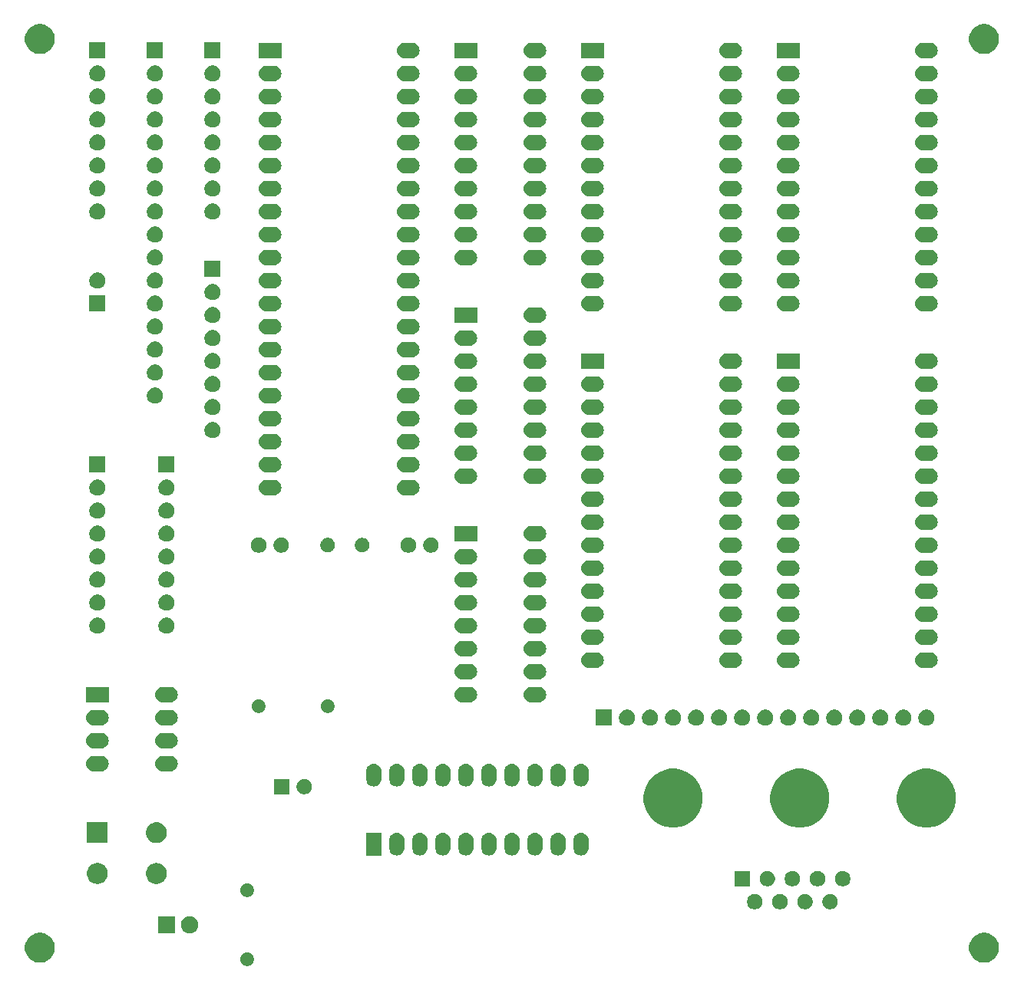
<source format=gbr>
G04 #@! TF.GenerationSoftware,KiCad,Pcbnew,(5.1.5)-3*
G04 #@! TF.CreationDate,2020-05-29T16:11:53-04:00*
G04 #@! TF.ProjectId,8031-sys06,38303331-2d73-4797-9330-362e6b696361,rev?*
G04 #@! TF.SameCoordinates,Original*
G04 #@! TF.FileFunction,Soldermask,Top*
G04 #@! TF.FilePolarity,Negative*
%FSLAX46Y46*%
G04 Gerber Fmt 4.6, Leading zero omitted, Abs format (unit mm)*
G04 Created by KiCad (PCBNEW (5.1.5)-3) date 2020-05-29 16:11:53*
%MOMM*%
%LPD*%
G04 APERTURE LIST*
%ADD10C,0.100000*%
G04 APERTURE END LIST*
D10*
G36*
X61179059Y-166917860D02*
G01*
X61315732Y-166974472D01*
X61438735Y-167056660D01*
X61543340Y-167161265D01*
X61625528Y-167284268D01*
X61682140Y-167420941D01*
X61711000Y-167566033D01*
X61711000Y-167713967D01*
X61682140Y-167859059D01*
X61625528Y-167995732D01*
X61543340Y-168118735D01*
X61438735Y-168223340D01*
X61315732Y-168305528D01*
X61315731Y-168305529D01*
X61315730Y-168305529D01*
X61179059Y-168362140D01*
X61033968Y-168391000D01*
X60886032Y-168391000D01*
X60740941Y-168362140D01*
X60604270Y-168305529D01*
X60604269Y-168305529D01*
X60604268Y-168305528D01*
X60481265Y-168223340D01*
X60376660Y-168118735D01*
X60294472Y-167995732D01*
X60237860Y-167859059D01*
X60209000Y-167713967D01*
X60209000Y-167566033D01*
X60237860Y-167420941D01*
X60294472Y-167284268D01*
X60376660Y-167161265D01*
X60481265Y-167056660D01*
X60604268Y-166974472D01*
X60740941Y-166917860D01*
X60886032Y-166889000D01*
X61033968Y-166889000D01*
X61179059Y-166917860D01*
G37*
G36*
X142615256Y-164761298D02*
G01*
X142721579Y-164782447D01*
X143022042Y-164906903D01*
X143292451Y-165087585D01*
X143522415Y-165317549D01*
X143703097Y-165587958D01*
X143827553Y-165888421D01*
X143891000Y-166207391D01*
X143891000Y-166532609D01*
X143827553Y-166851579D01*
X143703097Y-167152042D01*
X143522415Y-167422451D01*
X143292451Y-167652415D01*
X143022042Y-167833097D01*
X142721579Y-167957553D01*
X142615256Y-167978702D01*
X142402611Y-168021000D01*
X142077389Y-168021000D01*
X141864744Y-167978702D01*
X141758421Y-167957553D01*
X141457958Y-167833097D01*
X141187549Y-167652415D01*
X140957585Y-167422451D01*
X140776903Y-167152042D01*
X140652447Y-166851579D01*
X140589000Y-166532609D01*
X140589000Y-166207391D01*
X140652447Y-165888421D01*
X140776903Y-165587958D01*
X140957585Y-165317549D01*
X141187549Y-165087585D01*
X141457958Y-164906903D01*
X141758421Y-164782447D01*
X141864744Y-164761298D01*
X142077389Y-164719000D01*
X142402611Y-164719000D01*
X142615256Y-164761298D01*
G37*
G36*
X38475256Y-164761298D02*
G01*
X38581579Y-164782447D01*
X38882042Y-164906903D01*
X39152451Y-165087585D01*
X39382415Y-165317549D01*
X39563097Y-165587958D01*
X39687553Y-165888421D01*
X39751000Y-166207391D01*
X39751000Y-166532609D01*
X39687553Y-166851579D01*
X39563097Y-167152042D01*
X39382415Y-167422451D01*
X39152451Y-167652415D01*
X38882042Y-167833097D01*
X38581579Y-167957553D01*
X38475256Y-167978702D01*
X38262611Y-168021000D01*
X37937389Y-168021000D01*
X37724744Y-167978702D01*
X37618421Y-167957553D01*
X37317958Y-167833097D01*
X37047549Y-167652415D01*
X36817585Y-167422451D01*
X36636903Y-167152042D01*
X36512447Y-166851579D01*
X36449000Y-166532609D01*
X36449000Y-166207391D01*
X36512447Y-165888421D01*
X36636903Y-165587958D01*
X36817585Y-165317549D01*
X37047549Y-165087585D01*
X37317958Y-164906903D01*
X37618421Y-164782447D01*
X37724744Y-164761298D01*
X37937389Y-164719000D01*
X38262611Y-164719000D01*
X38475256Y-164761298D01*
G37*
G36*
X54887395Y-162915546D02*
G01*
X55060466Y-162987234D01*
X55060467Y-162987235D01*
X55216227Y-163091310D01*
X55348690Y-163223773D01*
X55348691Y-163223775D01*
X55452766Y-163379534D01*
X55524454Y-163552605D01*
X55561000Y-163736333D01*
X55561000Y-163923667D01*
X55524454Y-164107395D01*
X55452766Y-164280466D01*
X55452765Y-164280467D01*
X55348690Y-164436227D01*
X55216227Y-164568690D01*
X55137818Y-164621081D01*
X55060466Y-164672766D01*
X54887395Y-164744454D01*
X54703667Y-164781000D01*
X54516333Y-164781000D01*
X54332605Y-164744454D01*
X54159534Y-164672766D01*
X54082182Y-164621081D01*
X54003773Y-164568690D01*
X53871310Y-164436227D01*
X53767235Y-164280467D01*
X53767234Y-164280466D01*
X53695546Y-164107395D01*
X53659000Y-163923667D01*
X53659000Y-163736333D01*
X53695546Y-163552605D01*
X53767234Y-163379534D01*
X53871309Y-163223775D01*
X53871310Y-163223773D01*
X54003773Y-163091310D01*
X54159533Y-162987235D01*
X54159534Y-162987234D01*
X54332605Y-162915546D01*
X54516333Y-162879000D01*
X54703667Y-162879000D01*
X54887395Y-162915546D01*
G37*
G36*
X53021000Y-164781000D02*
G01*
X51119000Y-164781000D01*
X51119000Y-162879000D01*
X53021000Y-162879000D01*
X53021000Y-164781000D01*
G37*
G36*
X122743228Y-160471703D02*
G01*
X122898100Y-160535853D01*
X123037481Y-160628985D01*
X123156015Y-160747519D01*
X123249147Y-160886900D01*
X123313297Y-161041772D01*
X123346000Y-161206184D01*
X123346000Y-161373816D01*
X123313297Y-161538228D01*
X123249147Y-161693100D01*
X123156015Y-161832481D01*
X123037481Y-161951015D01*
X122898100Y-162044147D01*
X122743228Y-162108297D01*
X122578816Y-162141000D01*
X122411184Y-162141000D01*
X122246772Y-162108297D01*
X122091900Y-162044147D01*
X121952519Y-161951015D01*
X121833985Y-161832481D01*
X121740853Y-161693100D01*
X121676703Y-161538228D01*
X121644000Y-161373816D01*
X121644000Y-161206184D01*
X121676703Y-161041772D01*
X121740853Y-160886900D01*
X121833985Y-160747519D01*
X121952519Y-160628985D01*
X122091900Y-160535853D01*
X122246772Y-160471703D01*
X122411184Y-160439000D01*
X122578816Y-160439000D01*
X122743228Y-160471703D01*
G37*
G36*
X125513228Y-160471703D02*
G01*
X125668100Y-160535853D01*
X125807481Y-160628985D01*
X125926015Y-160747519D01*
X126019147Y-160886900D01*
X126083297Y-161041772D01*
X126116000Y-161206184D01*
X126116000Y-161373816D01*
X126083297Y-161538228D01*
X126019147Y-161693100D01*
X125926015Y-161832481D01*
X125807481Y-161951015D01*
X125668100Y-162044147D01*
X125513228Y-162108297D01*
X125348816Y-162141000D01*
X125181184Y-162141000D01*
X125016772Y-162108297D01*
X124861900Y-162044147D01*
X124722519Y-161951015D01*
X124603985Y-161832481D01*
X124510853Y-161693100D01*
X124446703Y-161538228D01*
X124414000Y-161373816D01*
X124414000Y-161206184D01*
X124446703Y-161041772D01*
X124510853Y-160886900D01*
X124603985Y-160747519D01*
X124722519Y-160628985D01*
X124861900Y-160535853D01*
X125016772Y-160471703D01*
X125181184Y-160439000D01*
X125348816Y-160439000D01*
X125513228Y-160471703D01*
G37*
G36*
X119973228Y-160471703D02*
G01*
X120128100Y-160535853D01*
X120267481Y-160628985D01*
X120386015Y-160747519D01*
X120479147Y-160886900D01*
X120543297Y-161041772D01*
X120576000Y-161206184D01*
X120576000Y-161373816D01*
X120543297Y-161538228D01*
X120479147Y-161693100D01*
X120386015Y-161832481D01*
X120267481Y-161951015D01*
X120128100Y-162044147D01*
X119973228Y-162108297D01*
X119808816Y-162141000D01*
X119641184Y-162141000D01*
X119476772Y-162108297D01*
X119321900Y-162044147D01*
X119182519Y-161951015D01*
X119063985Y-161832481D01*
X118970853Y-161693100D01*
X118906703Y-161538228D01*
X118874000Y-161373816D01*
X118874000Y-161206184D01*
X118906703Y-161041772D01*
X118970853Y-160886900D01*
X119063985Y-160747519D01*
X119182519Y-160628985D01*
X119321900Y-160535853D01*
X119476772Y-160471703D01*
X119641184Y-160439000D01*
X119808816Y-160439000D01*
X119973228Y-160471703D01*
G37*
G36*
X117203228Y-160471703D02*
G01*
X117358100Y-160535853D01*
X117497481Y-160628985D01*
X117616015Y-160747519D01*
X117709147Y-160886900D01*
X117773297Y-161041772D01*
X117806000Y-161206184D01*
X117806000Y-161373816D01*
X117773297Y-161538228D01*
X117709147Y-161693100D01*
X117616015Y-161832481D01*
X117497481Y-161951015D01*
X117358100Y-162044147D01*
X117203228Y-162108297D01*
X117038816Y-162141000D01*
X116871184Y-162141000D01*
X116706772Y-162108297D01*
X116551900Y-162044147D01*
X116412519Y-161951015D01*
X116293985Y-161832481D01*
X116200853Y-161693100D01*
X116136703Y-161538228D01*
X116104000Y-161373816D01*
X116104000Y-161206184D01*
X116136703Y-161041772D01*
X116200853Y-160886900D01*
X116293985Y-160747519D01*
X116412519Y-160628985D01*
X116551900Y-160535853D01*
X116706772Y-160471703D01*
X116871184Y-160439000D01*
X117038816Y-160439000D01*
X117203228Y-160471703D01*
G37*
G36*
X61179059Y-159297860D02*
G01*
X61315732Y-159354472D01*
X61438735Y-159436660D01*
X61543340Y-159541265D01*
X61625528Y-159664268D01*
X61682140Y-159800941D01*
X61711000Y-159946033D01*
X61711000Y-160093967D01*
X61682140Y-160239059D01*
X61625528Y-160375732D01*
X61543340Y-160498735D01*
X61438735Y-160603340D01*
X61315732Y-160685528D01*
X61315731Y-160685529D01*
X61315730Y-160685529D01*
X61179059Y-160742140D01*
X61033968Y-160771000D01*
X60886032Y-160771000D01*
X60740941Y-160742140D01*
X60604270Y-160685529D01*
X60604269Y-160685529D01*
X60604268Y-160685528D01*
X60481265Y-160603340D01*
X60376660Y-160498735D01*
X60294472Y-160375732D01*
X60237860Y-160239059D01*
X60209000Y-160093967D01*
X60209000Y-159946033D01*
X60237860Y-159800941D01*
X60294472Y-159664268D01*
X60376660Y-159541265D01*
X60481265Y-159436660D01*
X60604268Y-159354472D01*
X60740941Y-159297860D01*
X60886032Y-159269000D01*
X61033968Y-159269000D01*
X61179059Y-159297860D01*
G37*
G36*
X126898228Y-157931703D02*
G01*
X127053100Y-157995853D01*
X127192481Y-158088985D01*
X127311015Y-158207519D01*
X127404147Y-158346900D01*
X127468297Y-158501772D01*
X127501000Y-158666184D01*
X127501000Y-158833816D01*
X127468297Y-158998228D01*
X127404147Y-159153100D01*
X127311015Y-159292481D01*
X127192481Y-159411015D01*
X127053100Y-159504147D01*
X126898228Y-159568297D01*
X126733816Y-159601000D01*
X126566184Y-159601000D01*
X126401772Y-159568297D01*
X126246900Y-159504147D01*
X126107519Y-159411015D01*
X125988985Y-159292481D01*
X125895853Y-159153100D01*
X125831703Y-158998228D01*
X125799000Y-158833816D01*
X125799000Y-158666184D01*
X125831703Y-158501772D01*
X125895853Y-158346900D01*
X125988985Y-158207519D01*
X126107519Y-158088985D01*
X126246900Y-157995853D01*
X126401772Y-157931703D01*
X126566184Y-157899000D01*
X126733816Y-157899000D01*
X126898228Y-157931703D01*
G37*
G36*
X116421000Y-159601000D02*
G01*
X114719000Y-159601000D01*
X114719000Y-157899000D01*
X116421000Y-157899000D01*
X116421000Y-159601000D01*
G37*
G36*
X118588228Y-157931703D02*
G01*
X118743100Y-157995853D01*
X118882481Y-158088985D01*
X119001015Y-158207519D01*
X119094147Y-158346900D01*
X119158297Y-158501772D01*
X119191000Y-158666184D01*
X119191000Y-158833816D01*
X119158297Y-158998228D01*
X119094147Y-159153100D01*
X119001015Y-159292481D01*
X118882481Y-159411015D01*
X118743100Y-159504147D01*
X118588228Y-159568297D01*
X118423816Y-159601000D01*
X118256184Y-159601000D01*
X118091772Y-159568297D01*
X117936900Y-159504147D01*
X117797519Y-159411015D01*
X117678985Y-159292481D01*
X117585853Y-159153100D01*
X117521703Y-158998228D01*
X117489000Y-158833816D01*
X117489000Y-158666184D01*
X117521703Y-158501772D01*
X117585853Y-158346900D01*
X117678985Y-158207519D01*
X117797519Y-158088985D01*
X117936900Y-157995853D01*
X118091772Y-157931703D01*
X118256184Y-157899000D01*
X118423816Y-157899000D01*
X118588228Y-157931703D01*
G37*
G36*
X121358228Y-157931703D02*
G01*
X121513100Y-157995853D01*
X121652481Y-158088985D01*
X121771015Y-158207519D01*
X121864147Y-158346900D01*
X121928297Y-158501772D01*
X121961000Y-158666184D01*
X121961000Y-158833816D01*
X121928297Y-158998228D01*
X121864147Y-159153100D01*
X121771015Y-159292481D01*
X121652481Y-159411015D01*
X121513100Y-159504147D01*
X121358228Y-159568297D01*
X121193816Y-159601000D01*
X121026184Y-159601000D01*
X120861772Y-159568297D01*
X120706900Y-159504147D01*
X120567519Y-159411015D01*
X120448985Y-159292481D01*
X120355853Y-159153100D01*
X120291703Y-158998228D01*
X120259000Y-158833816D01*
X120259000Y-158666184D01*
X120291703Y-158501772D01*
X120355853Y-158346900D01*
X120448985Y-158207519D01*
X120567519Y-158088985D01*
X120706900Y-157995853D01*
X120861772Y-157931703D01*
X121026184Y-157899000D01*
X121193816Y-157899000D01*
X121358228Y-157931703D01*
G37*
G36*
X124128228Y-157931703D02*
G01*
X124283100Y-157995853D01*
X124422481Y-158088985D01*
X124541015Y-158207519D01*
X124634147Y-158346900D01*
X124698297Y-158501772D01*
X124731000Y-158666184D01*
X124731000Y-158833816D01*
X124698297Y-158998228D01*
X124634147Y-159153100D01*
X124541015Y-159292481D01*
X124422481Y-159411015D01*
X124283100Y-159504147D01*
X124128228Y-159568297D01*
X123963816Y-159601000D01*
X123796184Y-159601000D01*
X123631772Y-159568297D01*
X123476900Y-159504147D01*
X123337519Y-159411015D01*
X123218985Y-159292481D01*
X123125853Y-159153100D01*
X123061703Y-158998228D01*
X123029000Y-158833816D01*
X123029000Y-158666184D01*
X123061703Y-158501772D01*
X123125853Y-158346900D01*
X123218985Y-158207519D01*
X123337519Y-158088985D01*
X123476900Y-157995853D01*
X123631772Y-157931703D01*
X123796184Y-157899000D01*
X123963816Y-157899000D01*
X124128228Y-157931703D01*
G37*
G36*
X44674549Y-157041116D02*
G01*
X44785734Y-157063232D01*
X44995203Y-157149997D01*
X45183720Y-157275960D01*
X45344040Y-157436280D01*
X45470003Y-157624797D01*
X45556768Y-157834266D01*
X45601000Y-158056636D01*
X45601000Y-158283364D01*
X45556768Y-158505734D01*
X45470003Y-158715203D01*
X45344040Y-158903720D01*
X45183720Y-159064040D01*
X44995203Y-159190003D01*
X44785734Y-159276768D01*
X44706744Y-159292480D01*
X44563365Y-159321000D01*
X44336635Y-159321000D01*
X44193256Y-159292480D01*
X44114266Y-159276768D01*
X43904797Y-159190003D01*
X43716280Y-159064040D01*
X43555960Y-158903720D01*
X43429997Y-158715203D01*
X43343232Y-158505734D01*
X43299000Y-158283364D01*
X43299000Y-158056636D01*
X43343232Y-157834266D01*
X43429997Y-157624797D01*
X43555960Y-157436280D01*
X43716280Y-157275960D01*
X43904797Y-157149997D01*
X44114266Y-157063232D01*
X44225451Y-157041116D01*
X44336635Y-157019000D01*
X44563365Y-157019000D01*
X44674549Y-157041116D01*
G37*
G36*
X51174549Y-157041116D02*
G01*
X51285734Y-157063232D01*
X51495203Y-157149997D01*
X51683720Y-157275960D01*
X51844040Y-157436280D01*
X51970003Y-157624797D01*
X52056768Y-157834266D01*
X52101000Y-158056636D01*
X52101000Y-158283364D01*
X52056768Y-158505734D01*
X51970003Y-158715203D01*
X51844040Y-158903720D01*
X51683720Y-159064040D01*
X51495203Y-159190003D01*
X51285734Y-159276768D01*
X51206744Y-159292480D01*
X51063365Y-159321000D01*
X50836635Y-159321000D01*
X50693256Y-159292480D01*
X50614266Y-159276768D01*
X50404797Y-159190003D01*
X50216280Y-159064040D01*
X50055960Y-158903720D01*
X49929997Y-158715203D01*
X49843232Y-158505734D01*
X49799000Y-158283364D01*
X49799000Y-158056636D01*
X49843232Y-157834266D01*
X49929997Y-157624797D01*
X50055960Y-157436280D01*
X50216280Y-157275960D01*
X50404797Y-157149997D01*
X50614266Y-157063232D01*
X50725451Y-157041116D01*
X50836635Y-157019000D01*
X51063365Y-157019000D01*
X51174549Y-157041116D01*
G37*
G36*
X80176822Y-153701313D02*
G01*
X80337241Y-153749976D01*
X80485077Y-153828995D01*
X80614659Y-153935341D01*
X80721004Y-154064922D01*
X80721005Y-154064924D01*
X80800024Y-154212758D01*
X80848687Y-154373177D01*
X80861000Y-154498196D01*
X80861000Y-155381803D01*
X80848687Y-155506822D01*
X80800024Y-155667242D01*
X80729114Y-155799906D01*
X80721004Y-155815078D01*
X80614659Y-155944659D01*
X80485078Y-156051004D01*
X80485076Y-156051005D01*
X80337242Y-156130024D01*
X80176823Y-156178687D01*
X80010000Y-156195117D01*
X79843178Y-156178687D01*
X79682759Y-156130024D01*
X79534925Y-156051005D01*
X79534923Y-156051004D01*
X79405342Y-155944659D01*
X79298997Y-155815078D01*
X79290887Y-155799906D01*
X79219977Y-155667242D01*
X79171314Y-155506823D01*
X79159000Y-155381803D01*
X79159000Y-154498197D01*
X79171313Y-154373178D01*
X79219976Y-154212759D01*
X79298995Y-154064923D01*
X79405341Y-153935341D01*
X79534922Y-153828996D01*
X79620294Y-153783364D01*
X79682758Y-153749976D01*
X79843177Y-153701313D01*
X80010000Y-153684883D01*
X80176822Y-153701313D01*
G37*
G36*
X90336822Y-153701313D02*
G01*
X90497241Y-153749976D01*
X90645077Y-153828995D01*
X90774659Y-153935341D01*
X90881004Y-154064922D01*
X90881005Y-154064924D01*
X90960024Y-154212758D01*
X91008687Y-154373177D01*
X91021000Y-154498196D01*
X91021000Y-155381803D01*
X91008687Y-155506822D01*
X90960024Y-155667242D01*
X90889114Y-155799906D01*
X90881004Y-155815078D01*
X90774659Y-155944659D01*
X90645078Y-156051004D01*
X90645076Y-156051005D01*
X90497242Y-156130024D01*
X90336823Y-156178687D01*
X90170000Y-156195117D01*
X90003178Y-156178687D01*
X89842759Y-156130024D01*
X89694925Y-156051005D01*
X89694923Y-156051004D01*
X89565342Y-155944659D01*
X89458997Y-155815078D01*
X89450887Y-155799906D01*
X89379977Y-155667242D01*
X89331314Y-155506823D01*
X89319000Y-155381803D01*
X89319000Y-154498197D01*
X89331313Y-154373178D01*
X89379976Y-154212759D01*
X89458995Y-154064923D01*
X89565341Y-153935341D01*
X89694922Y-153828996D01*
X89780294Y-153783364D01*
X89842758Y-153749976D01*
X90003177Y-153701313D01*
X90170000Y-153684883D01*
X90336822Y-153701313D01*
G37*
G36*
X97956822Y-153701313D02*
G01*
X98117241Y-153749976D01*
X98265077Y-153828995D01*
X98394659Y-153935341D01*
X98501004Y-154064922D01*
X98501005Y-154064924D01*
X98580024Y-154212758D01*
X98628687Y-154373177D01*
X98641000Y-154498196D01*
X98641000Y-155381803D01*
X98628687Y-155506822D01*
X98580024Y-155667242D01*
X98509114Y-155799906D01*
X98501004Y-155815078D01*
X98394659Y-155944659D01*
X98265078Y-156051004D01*
X98265076Y-156051005D01*
X98117242Y-156130024D01*
X97956823Y-156178687D01*
X97790000Y-156195117D01*
X97623178Y-156178687D01*
X97462759Y-156130024D01*
X97314925Y-156051005D01*
X97314923Y-156051004D01*
X97185342Y-155944659D01*
X97078997Y-155815078D01*
X97070887Y-155799906D01*
X96999977Y-155667242D01*
X96951314Y-155506823D01*
X96939000Y-155381803D01*
X96939000Y-154498197D01*
X96951313Y-154373178D01*
X96999976Y-154212759D01*
X97078995Y-154064923D01*
X97185341Y-153935341D01*
X97314922Y-153828996D01*
X97400294Y-153783364D01*
X97462758Y-153749976D01*
X97623177Y-153701313D01*
X97790000Y-153684883D01*
X97956822Y-153701313D01*
G37*
G36*
X95416822Y-153701313D02*
G01*
X95577241Y-153749976D01*
X95725077Y-153828995D01*
X95854659Y-153935341D01*
X95961004Y-154064922D01*
X95961005Y-154064924D01*
X96040024Y-154212758D01*
X96088687Y-154373177D01*
X96101000Y-154498196D01*
X96101000Y-155381803D01*
X96088687Y-155506822D01*
X96040024Y-155667242D01*
X95969114Y-155799906D01*
X95961004Y-155815078D01*
X95854659Y-155944659D01*
X95725078Y-156051004D01*
X95725076Y-156051005D01*
X95577242Y-156130024D01*
X95416823Y-156178687D01*
X95250000Y-156195117D01*
X95083178Y-156178687D01*
X94922759Y-156130024D01*
X94774925Y-156051005D01*
X94774923Y-156051004D01*
X94645342Y-155944659D01*
X94538997Y-155815078D01*
X94530887Y-155799906D01*
X94459977Y-155667242D01*
X94411314Y-155506823D01*
X94399000Y-155381803D01*
X94399000Y-154498197D01*
X94411313Y-154373178D01*
X94459976Y-154212759D01*
X94538995Y-154064923D01*
X94645341Y-153935341D01*
X94774922Y-153828996D01*
X94860294Y-153783364D01*
X94922758Y-153749976D01*
X95083177Y-153701313D01*
X95250000Y-153684883D01*
X95416822Y-153701313D01*
G37*
G36*
X92876822Y-153701313D02*
G01*
X93037241Y-153749976D01*
X93185077Y-153828995D01*
X93314659Y-153935341D01*
X93421004Y-154064922D01*
X93421005Y-154064924D01*
X93500024Y-154212758D01*
X93548687Y-154373177D01*
X93561000Y-154498196D01*
X93561000Y-155381803D01*
X93548687Y-155506822D01*
X93500024Y-155667242D01*
X93429114Y-155799906D01*
X93421004Y-155815078D01*
X93314659Y-155944659D01*
X93185078Y-156051004D01*
X93185076Y-156051005D01*
X93037242Y-156130024D01*
X92876823Y-156178687D01*
X92710000Y-156195117D01*
X92543178Y-156178687D01*
X92382759Y-156130024D01*
X92234925Y-156051005D01*
X92234923Y-156051004D01*
X92105342Y-155944659D01*
X91998997Y-155815078D01*
X91990887Y-155799906D01*
X91919977Y-155667242D01*
X91871314Y-155506823D01*
X91859000Y-155381803D01*
X91859000Y-154498197D01*
X91871313Y-154373178D01*
X91919976Y-154212759D01*
X91998995Y-154064923D01*
X92105341Y-153935341D01*
X92234922Y-153828996D01*
X92320294Y-153783364D01*
X92382758Y-153749976D01*
X92543177Y-153701313D01*
X92710000Y-153684883D01*
X92876822Y-153701313D01*
G37*
G36*
X87796822Y-153701313D02*
G01*
X87957241Y-153749976D01*
X88105077Y-153828995D01*
X88234659Y-153935341D01*
X88341004Y-154064922D01*
X88341005Y-154064924D01*
X88420024Y-154212758D01*
X88468687Y-154373177D01*
X88481000Y-154498196D01*
X88481000Y-155381803D01*
X88468687Y-155506822D01*
X88420024Y-155667242D01*
X88349114Y-155799906D01*
X88341004Y-155815078D01*
X88234659Y-155944659D01*
X88105078Y-156051004D01*
X88105076Y-156051005D01*
X87957242Y-156130024D01*
X87796823Y-156178687D01*
X87630000Y-156195117D01*
X87463178Y-156178687D01*
X87302759Y-156130024D01*
X87154925Y-156051005D01*
X87154923Y-156051004D01*
X87025342Y-155944659D01*
X86918997Y-155815078D01*
X86910887Y-155799906D01*
X86839977Y-155667242D01*
X86791314Y-155506823D01*
X86779000Y-155381803D01*
X86779000Y-154498197D01*
X86791313Y-154373178D01*
X86839976Y-154212759D01*
X86918995Y-154064923D01*
X87025341Y-153935341D01*
X87154922Y-153828996D01*
X87240294Y-153783364D01*
X87302758Y-153749976D01*
X87463177Y-153701313D01*
X87630000Y-153684883D01*
X87796822Y-153701313D01*
G37*
G36*
X82716822Y-153701313D02*
G01*
X82877241Y-153749976D01*
X83025077Y-153828995D01*
X83154659Y-153935341D01*
X83261004Y-154064922D01*
X83261005Y-154064924D01*
X83340024Y-154212758D01*
X83388687Y-154373177D01*
X83401000Y-154498196D01*
X83401000Y-155381803D01*
X83388687Y-155506822D01*
X83340024Y-155667242D01*
X83269114Y-155799906D01*
X83261004Y-155815078D01*
X83154659Y-155944659D01*
X83025078Y-156051004D01*
X83025076Y-156051005D01*
X82877242Y-156130024D01*
X82716823Y-156178687D01*
X82550000Y-156195117D01*
X82383178Y-156178687D01*
X82222759Y-156130024D01*
X82074925Y-156051005D01*
X82074923Y-156051004D01*
X81945342Y-155944659D01*
X81838997Y-155815078D01*
X81830887Y-155799906D01*
X81759977Y-155667242D01*
X81711314Y-155506823D01*
X81699000Y-155381803D01*
X81699000Y-154498197D01*
X81711313Y-154373178D01*
X81759976Y-154212759D01*
X81838995Y-154064923D01*
X81945341Y-153935341D01*
X82074922Y-153828996D01*
X82160294Y-153783364D01*
X82222758Y-153749976D01*
X82383177Y-153701313D01*
X82550000Y-153684883D01*
X82716822Y-153701313D01*
G37*
G36*
X85256822Y-153701313D02*
G01*
X85417241Y-153749976D01*
X85565077Y-153828995D01*
X85694659Y-153935341D01*
X85801004Y-154064922D01*
X85801005Y-154064924D01*
X85880024Y-154212758D01*
X85928687Y-154373177D01*
X85941000Y-154498196D01*
X85941000Y-155381803D01*
X85928687Y-155506822D01*
X85880024Y-155667242D01*
X85809114Y-155799906D01*
X85801004Y-155815078D01*
X85694659Y-155944659D01*
X85565078Y-156051004D01*
X85565076Y-156051005D01*
X85417242Y-156130024D01*
X85256823Y-156178687D01*
X85090000Y-156195117D01*
X84923178Y-156178687D01*
X84762759Y-156130024D01*
X84614925Y-156051005D01*
X84614923Y-156051004D01*
X84485342Y-155944659D01*
X84378997Y-155815078D01*
X84370887Y-155799906D01*
X84299977Y-155667242D01*
X84251314Y-155506823D01*
X84239000Y-155381803D01*
X84239000Y-154498197D01*
X84251313Y-154373178D01*
X84299976Y-154212759D01*
X84378995Y-154064923D01*
X84485341Y-153935341D01*
X84614922Y-153828996D01*
X84700294Y-153783364D01*
X84762758Y-153749976D01*
X84923177Y-153701313D01*
X85090000Y-153684883D01*
X85256822Y-153701313D01*
G37*
G36*
X77636822Y-153701313D02*
G01*
X77797241Y-153749976D01*
X77945077Y-153828995D01*
X78074659Y-153935341D01*
X78181004Y-154064922D01*
X78181005Y-154064924D01*
X78260024Y-154212758D01*
X78308687Y-154373177D01*
X78321000Y-154498196D01*
X78321000Y-155381803D01*
X78308687Y-155506822D01*
X78260024Y-155667242D01*
X78189114Y-155799906D01*
X78181004Y-155815078D01*
X78074659Y-155944659D01*
X77945078Y-156051004D01*
X77945076Y-156051005D01*
X77797242Y-156130024D01*
X77636823Y-156178687D01*
X77470000Y-156195117D01*
X77303178Y-156178687D01*
X77142759Y-156130024D01*
X76994925Y-156051005D01*
X76994923Y-156051004D01*
X76865342Y-155944659D01*
X76758997Y-155815078D01*
X76750887Y-155799906D01*
X76679977Y-155667242D01*
X76631314Y-155506823D01*
X76619000Y-155381803D01*
X76619000Y-154498197D01*
X76631313Y-154373178D01*
X76679976Y-154212759D01*
X76758995Y-154064923D01*
X76865341Y-153935341D01*
X76994922Y-153828996D01*
X77080294Y-153783364D01*
X77142758Y-153749976D01*
X77303177Y-153701313D01*
X77470000Y-153684883D01*
X77636822Y-153701313D01*
G37*
G36*
X75781000Y-156191000D02*
G01*
X74079000Y-156191000D01*
X74079000Y-153689000D01*
X75781000Y-153689000D01*
X75781000Y-156191000D01*
G37*
G36*
X45601000Y-154821000D02*
G01*
X43299000Y-154821000D01*
X43299000Y-152519000D01*
X45601000Y-152519000D01*
X45601000Y-154821000D01*
G37*
G36*
X51174549Y-152541116D02*
G01*
X51285734Y-152563232D01*
X51495203Y-152649997D01*
X51683720Y-152775960D01*
X51844040Y-152936280D01*
X51960784Y-153111000D01*
X51970004Y-153124799D01*
X52056768Y-153334267D01*
X52101000Y-153556635D01*
X52101000Y-153783365D01*
X52091923Y-153828996D01*
X52056768Y-154005734D01*
X51995416Y-154153850D01*
X51971016Y-154212759D01*
X51970003Y-154215203D01*
X51844040Y-154403720D01*
X51683720Y-154564040D01*
X51495203Y-154690003D01*
X51285734Y-154776768D01*
X51174549Y-154798884D01*
X51063365Y-154821000D01*
X50836635Y-154821000D01*
X50725451Y-154798884D01*
X50614266Y-154776768D01*
X50404797Y-154690003D01*
X50216280Y-154564040D01*
X50055960Y-154403720D01*
X49929997Y-154215203D01*
X49928985Y-154212759D01*
X49904584Y-154153850D01*
X49843232Y-154005734D01*
X49808077Y-153828996D01*
X49799000Y-153783365D01*
X49799000Y-153556635D01*
X49843232Y-153334267D01*
X49929996Y-153124799D01*
X49939216Y-153111000D01*
X50055960Y-152936280D01*
X50216280Y-152775960D01*
X50404797Y-152649997D01*
X50614266Y-152563232D01*
X50725451Y-152541116D01*
X50836635Y-152519000D01*
X51063365Y-152519000D01*
X51174549Y-152541116D01*
G37*
G36*
X108584239Y-146671467D02*
G01*
X108898282Y-146733934D01*
X109489926Y-146979001D01*
X109916477Y-147264014D01*
X110022391Y-147334783D01*
X110475217Y-147787609D01*
X110541509Y-147886822D01*
X110830999Y-148320074D01*
X111076066Y-148911718D01*
X111076066Y-148911719D01*
X111162082Y-149344147D01*
X111201000Y-149539804D01*
X111201000Y-150180196D01*
X111076066Y-150808282D01*
X110830999Y-151399926D01*
X110475216Y-151932392D01*
X110022392Y-152385216D01*
X109489926Y-152740999D01*
X108898282Y-152986066D01*
X108584239Y-153048533D01*
X108270197Y-153111000D01*
X107629803Y-153111000D01*
X107315761Y-153048533D01*
X107001718Y-152986066D01*
X106410074Y-152740999D01*
X105877608Y-152385216D01*
X105424784Y-151932392D01*
X105069001Y-151399926D01*
X104823934Y-150808282D01*
X104699000Y-150180196D01*
X104699000Y-149539804D01*
X104737919Y-149344147D01*
X104823934Y-148911719D01*
X104823934Y-148911718D01*
X105069001Y-148320074D01*
X105358491Y-147886822D01*
X105424783Y-147787609D01*
X105877609Y-147334783D01*
X105983523Y-147264014D01*
X106410074Y-146979001D01*
X107001718Y-146733934D01*
X107315761Y-146671467D01*
X107629803Y-146609000D01*
X108270197Y-146609000D01*
X108584239Y-146671467D01*
G37*
G36*
X122554239Y-146671467D02*
G01*
X122868282Y-146733934D01*
X123459926Y-146979001D01*
X123886477Y-147264014D01*
X123992391Y-147334783D01*
X124445217Y-147787609D01*
X124511509Y-147886822D01*
X124800999Y-148320074D01*
X125046066Y-148911718D01*
X125046066Y-148911719D01*
X125132082Y-149344147D01*
X125171000Y-149539804D01*
X125171000Y-150180196D01*
X125046066Y-150808282D01*
X124800999Y-151399926D01*
X124445216Y-151932392D01*
X123992392Y-152385216D01*
X123459926Y-152740999D01*
X122868282Y-152986066D01*
X122554239Y-153048533D01*
X122240197Y-153111000D01*
X121599803Y-153111000D01*
X121285761Y-153048533D01*
X120971718Y-152986066D01*
X120380074Y-152740999D01*
X119847608Y-152385216D01*
X119394784Y-151932392D01*
X119039001Y-151399926D01*
X118793934Y-150808282D01*
X118669000Y-150180196D01*
X118669000Y-149539804D01*
X118707919Y-149344147D01*
X118793934Y-148911719D01*
X118793934Y-148911718D01*
X119039001Y-148320074D01*
X119328491Y-147886822D01*
X119394783Y-147787609D01*
X119847609Y-147334783D01*
X119953523Y-147264014D01*
X120380074Y-146979001D01*
X120971718Y-146733934D01*
X121285761Y-146671467D01*
X121599803Y-146609000D01*
X122240197Y-146609000D01*
X122554239Y-146671467D01*
G37*
G36*
X136524239Y-146671467D02*
G01*
X136838282Y-146733934D01*
X137429926Y-146979001D01*
X137856477Y-147264014D01*
X137962391Y-147334783D01*
X138415217Y-147787609D01*
X138481509Y-147886822D01*
X138770999Y-148320074D01*
X139016066Y-148911718D01*
X139016066Y-148911719D01*
X139102082Y-149344147D01*
X139141000Y-149539804D01*
X139141000Y-150180196D01*
X139016066Y-150808282D01*
X138770999Y-151399926D01*
X138415216Y-151932392D01*
X137962392Y-152385216D01*
X137429926Y-152740999D01*
X136838282Y-152986066D01*
X136524239Y-153048533D01*
X136210197Y-153111000D01*
X135569803Y-153111000D01*
X135255761Y-153048533D01*
X134941718Y-152986066D01*
X134350074Y-152740999D01*
X133817608Y-152385216D01*
X133364784Y-151932392D01*
X133009001Y-151399926D01*
X132763934Y-150808282D01*
X132639000Y-150180196D01*
X132639000Y-149539804D01*
X132677919Y-149344147D01*
X132763934Y-148911719D01*
X132763934Y-148911718D01*
X133009001Y-148320074D01*
X133298491Y-147886822D01*
X133364783Y-147787609D01*
X133817609Y-147334783D01*
X133923523Y-147264014D01*
X134350074Y-146979001D01*
X134941718Y-146733934D01*
X135255761Y-146671467D01*
X135569803Y-146609000D01*
X136210197Y-146609000D01*
X136524239Y-146671467D01*
G37*
G36*
X67518228Y-147771703D02*
G01*
X67673100Y-147835853D01*
X67812481Y-147928985D01*
X67931015Y-148047519D01*
X68024147Y-148186900D01*
X68088297Y-148341772D01*
X68121000Y-148506184D01*
X68121000Y-148673816D01*
X68088297Y-148838228D01*
X68024147Y-148993100D01*
X67931015Y-149132481D01*
X67812481Y-149251015D01*
X67673100Y-149344147D01*
X67518228Y-149408297D01*
X67353816Y-149441000D01*
X67186184Y-149441000D01*
X67021772Y-149408297D01*
X66866900Y-149344147D01*
X66727519Y-149251015D01*
X66608985Y-149132481D01*
X66515853Y-148993100D01*
X66451703Y-148838228D01*
X66419000Y-148673816D01*
X66419000Y-148506184D01*
X66451703Y-148341772D01*
X66515853Y-148186900D01*
X66608985Y-148047519D01*
X66727519Y-147928985D01*
X66866900Y-147835853D01*
X67021772Y-147771703D01*
X67186184Y-147739000D01*
X67353816Y-147739000D01*
X67518228Y-147771703D01*
G37*
G36*
X65621000Y-149441000D02*
G01*
X63919000Y-149441000D01*
X63919000Y-147739000D01*
X65621000Y-147739000D01*
X65621000Y-149441000D01*
G37*
G36*
X82716822Y-146081313D02*
G01*
X82877241Y-146129976D01*
X83025077Y-146208995D01*
X83154659Y-146315341D01*
X83261004Y-146444922D01*
X83261005Y-146444924D01*
X83340024Y-146592758D01*
X83388687Y-146753177D01*
X83401000Y-146878196D01*
X83401000Y-147761803D01*
X83388687Y-147886822D01*
X83340024Y-148047242D01*
X83339875Y-148047520D01*
X83261004Y-148195078D01*
X83154659Y-148324659D01*
X83025078Y-148431004D01*
X83025076Y-148431005D01*
X82877242Y-148510024D01*
X82716823Y-148558687D01*
X82550000Y-148575117D01*
X82383178Y-148558687D01*
X82222759Y-148510024D01*
X82074925Y-148431005D01*
X82074923Y-148431004D01*
X81945342Y-148324659D01*
X81838997Y-148195078D01*
X81760126Y-148047520D01*
X81759977Y-148047242D01*
X81711314Y-147886823D01*
X81699000Y-147761803D01*
X81699000Y-146878197D01*
X81711313Y-146753178D01*
X81759976Y-146592759D01*
X81838995Y-146444923D01*
X81945341Y-146315341D01*
X82074922Y-146208996D01*
X82090094Y-146200886D01*
X82222758Y-146129976D01*
X82383177Y-146081313D01*
X82550000Y-146064883D01*
X82716822Y-146081313D01*
G37*
G36*
X97956822Y-146081313D02*
G01*
X98117241Y-146129976D01*
X98265077Y-146208995D01*
X98394659Y-146315341D01*
X98501004Y-146444922D01*
X98501005Y-146444924D01*
X98580024Y-146592758D01*
X98628687Y-146753177D01*
X98641000Y-146878196D01*
X98641000Y-147761803D01*
X98628687Y-147886822D01*
X98580024Y-148047242D01*
X98579875Y-148047520D01*
X98501004Y-148195078D01*
X98394659Y-148324659D01*
X98265078Y-148431004D01*
X98265076Y-148431005D01*
X98117242Y-148510024D01*
X97956823Y-148558687D01*
X97790000Y-148575117D01*
X97623178Y-148558687D01*
X97462759Y-148510024D01*
X97314925Y-148431005D01*
X97314923Y-148431004D01*
X97185342Y-148324659D01*
X97078997Y-148195078D01*
X97000126Y-148047520D01*
X96999977Y-148047242D01*
X96951314Y-147886823D01*
X96939000Y-147761803D01*
X96939000Y-146878197D01*
X96951313Y-146753178D01*
X96999976Y-146592759D01*
X97078995Y-146444923D01*
X97185341Y-146315341D01*
X97314922Y-146208996D01*
X97330094Y-146200886D01*
X97462758Y-146129976D01*
X97623177Y-146081313D01*
X97790000Y-146064883D01*
X97956822Y-146081313D01*
G37*
G36*
X95416822Y-146081313D02*
G01*
X95577241Y-146129976D01*
X95725077Y-146208995D01*
X95854659Y-146315341D01*
X95961004Y-146444922D01*
X95961005Y-146444924D01*
X96040024Y-146592758D01*
X96088687Y-146753177D01*
X96101000Y-146878196D01*
X96101000Y-147761803D01*
X96088687Y-147886822D01*
X96040024Y-148047242D01*
X96039875Y-148047520D01*
X95961004Y-148195078D01*
X95854659Y-148324659D01*
X95725078Y-148431004D01*
X95725076Y-148431005D01*
X95577242Y-148510024D01*
X95416823Y-148558687D01*
X95250000Y-148575117D01*
X95083178Y-148558687D01*
X94922759Y-148510024D01*
X94774925Y-148431005D01*
X94774923Y-148431004D01*
X94645342Y-148324659D01*
X94538997Y-148195078D01*
X94460126Y-148047520D01*
X94459977Y-148047242D01*
X94411314Y-147886823D01*
X94399000Y-147761803D01*
X94399000Y-146878197D01*
X94411313Y-146753178D01*
X94459976Y-146592759D01*
X94538995Y-146444923D01*
X94645341Y-146315341D01*
X94774922Y-146208996D01*
X94790094Y-146200886D01*
X94922758Y-146129976D01*
X95083177Y-146081313D01*
X95250000Y-146064883D01*
X95416822Y-146081313D01*
G37*
G36*
X92876822Y-146081313D02*
G01*
X93037241Y-146129976D01*
X93185077Y-146208995D01*
X93314659Y-146315341D01*
X93421004Y-146444922D01*
X93421005Y-146444924D01*
X93500024Y-146592758D01*
X93548687Y-146753177D01*
X93561000Y-146878196D01*
X93561000Y-147761803D01*
X93548687Y-147886822D01*
X93500024Y-148047242D01*
X93499875Y-148047520D01*
X93421004Y-148195078D01*
X93314659Y-148324659D01*
X93185078Y-148431004D01*
X93185076Y-148431005D01*
X93037242Y-148510024D01*
X92876823Y-148558687D01*
X92710000Y-148575117D01*
X92543178Y-148558687D01*
X92382759Y-148510024D01*
X92234925Y-148431005D01*
X92234923Y-148431004D01*
X92105342Y-148324659D01*
X91998997Y-148195078D01*
X91920126Y-148047520D01*
X91919977Y-148047242D01*
X91871314Y-147886823D01*
X91859000Y-147761803D01*
X91859000Y-146878197D01*
X91871313Y-146753178D01*
X91919976Y-146592759D01*
X91998995Y-146444923D01*
X92105341Y-146315341D01*
X92234922Y-146208996D01*
X92250094Y-146200886D01*
X92382758Y-146129976D01*
X92543177Y-146081313D01*
X92710000Y-146064883D01*
X92876822Y-146081313D01*
G37*
G36*
X90336822Y-146081313D02*
G01*
X90497241Y-146129976D01*
X90645077Y-146208995D01*
X90774659Y-146315341D01*
X90881004Y-146444922D01*
X90881005Y-146444924D01*
X90960024Y-146592758D01*
X91008687Y-146753177D01*
X91021000Y-146878196D01*
X91021000Y-147761803D01*
X91008687Y-147886822D01*
X90960024Y-148047242D01*
X90959875Y-148047520D01*
X90881004Y-148195078D01*
X90774659Y-148324659D01*
X90645078Y-148431004D01*
X90645076Y-148431005D01*
X90497242Y-148510024D01*
X90336823Y-148558687D01*
X90170000Y-148575117D01*
X90003178Y-148558687D01*
X89842759Y-148510024D01*
X89694925Y-148431005D01*
X89694923Y-148431004D01*
X89565342Y-148324659D01*
X89458997Y-148195078D01*
X89380126Y-148047520D01*
X89379977Y-148047242D01*
X89331314Y-147886823D01*
X89319000Y-147761803D01*
X89319000Y-146878197D01*
X89331313Y-146753178D01*
X89379976Y-146592759D01*
X89458995Y-146444923D01*
X89565341Y-146315341D01*
X89694922Y-146208996D01*
X89710094Y-146200886D01*
X89842758Y-146129976D01*
X90003177Y-146081313D01*
X90170000Y-146064883D01*
X90336822Y-146081313D01*
G37*
G36*
X87796822Y-146081313D02*
G01*
X87957241Y-146129976D01*
X88105077Y-146208995D01*
X88234659Y-146315341D01*
X88341004Y-146444922D01*
X88341005Y-146444924D01*
X88420024Y-146592758D01*
X88468687Y-146753177D01*
X88481000Y-146878196D01*
X88481000Y-147761803D01*
X88468687Y-147886822D01*
X88420024Y-148047242D01*
X88419875Y-148047520D01*
X88341004Y-148195078D01*
X88234659Y-148324659D01*
X88105078Y-148431004D01*
X88105076Y-148431005D01*
X87957242Y-148510024D01*
X87796823Y-148558687D01*
X87630000Y-148575117D01*
X87463178Y-148558687D01*
X87302759Y-148510024D01*
X87154925Y-148431005D01*
X87154923Y-148431004D01*
X87025342Y-148324659D01*
X86918997Y-148195078D01*
X86840126Y-148047520D01*
X86839977Y-148047242D01*
X86791314Y-147886823D01*
X86779000Y-147761803D01*
X86779000Y-146878197D01*
X86791313Y-146753178D01*
X86839976Y-146592759D01*
X86918995Y-146444923D01*
X87025341Y-146315341D01*
X87154922Y-146208996D01*
X87170094Y-146200886D01*
X87302758Y-146129976D01*
X87463177Y-146081313D01*
X87630000Y-146064883D01*
X87796822Y-146081313D01*
G37*
G36*
X80176822Y-146081313D02*
G01*
X80337241Y-146129976D01*
X80485077Y-146208995D01*
X80614659Y-146315341D01*
X80721004Y-146444922D01*
X80721005Y-146444924D01*
X80800024Y-146592758D01*
X80848687Y-146753177D01*
X80861000Y-146878196D01*
X80861000Y-147761803D01*
X80848687Y-147886822D01*
X80800024Y-148047242D01*
X80799875Y-148047520D01*
X80721004Y-148195078D01*
X80614659Y-148324659D01*
X80485078Y-148431004D01*
X80485076Y-148431005D01*
X80337242Y-148510024D01*
X80176823Y-148558687D01*
X80010000Y-148575117D01*
X79843178Y-148558687D01*
X79682759Y-148510024D01*
X79534925Y-148431005D01*
X79534923Y-148431004D01*
X79405342Y-148324659D01*
X79298997Y-148195078D01*
X79220126Y-148047520D01*
X79219977Y-148047242D01*
X79171314Y-147886823D01*
X79159000Y-147761803D01*
X79159000Y-146878197D01*
X79171313Y-146753178D01*
X79219976Y-146592759D01*
X79298995Y-146444923D01*
X79405341Y-146315341D01*
X79534922Y-146208996D01*
X79550094Y-146200886D01*
X79682758Y-146129976D01*
X79843177Y-146081313D01*
X80010000Y-146064883D01*
X80176822Y-146081313D01*
G37*
G36*
X85256822Y-146081313D02*
G01*
X85417241Y-146129976D01*
X85565077Y-146208995D01*
X85694659Y-146315341D01*
X85801004Y-146444922D01*
X85801005Y-146444924D01*
X85880024Y-146592758D01*
X85928687Y-146753177D01*
X85941000Y-146878196D01*
X85941000Y-147761803D01*
X85928687Y-147886822D01*
X85880024Y-148047242D01*
X85879875Y-148047520D01*
X85801004Y-148195078D01*
X85694659Y-148324659D01*
X85565078Y-148431004D01*
X85565076Y-148431005D01*
X85417242Y-148510024D01*
X85256823Y-148558687D01*
X85090000Y-148575117D01*
X84923178Y-148558687D01*
X84762759Y-148510024D01*
X84614925Y-148431005D01*
X84614923Y-148431004D01*
X84485342Y-148324659D01*
X84378997Y-148195078D01*
X84300126Y-148047520D01*
X84299977Y-148047242D01*
X84251314Y-147886823D01*
X84239000Y-147761803D01*
X84239000Y-146878197D01*
X84251313Y-146753178D01*
X84299976Y-146592759D01*
X84378995Y-146444923D01*
X84485341Y-146315341D01*
X84614922Y-146208996D01*
X84630094Y-146200886D01*
X84762758Y-146129976D01*
X84923177Y-146081313D01*
X85090000Y-146064883D01*
X85256822Y-146081313D01*
G37*
G36*
X77636822Y-146081313D02*
G01*
X77797241Y-146129976D01*
X77945077Y-146208995D01*
X78074659Y-146315341D01*
X78181004Y-146444922D01*
X78181005Y-146444924D01*
X78260024Y-146592758D01*
X78308687Y-146753177D01*
X78321000Y-146878196D01*
X78321000Y-147761803D01*
X78308687Y-147886822D01*
X78260024Y-148047242D01*
X78259875Y-148047520D01*
X78181004Y-148195078D01*
X78074659Y-148324659D01*
X77945078Y-148431004D01*
X77945076Y-148431005D01*
X77797242Y-148510024D01*
X77636823Y-148558687D01*
X77470000Y-148575117D01*
X77303178Y-148558687D01*
X77142759Y-148510024D01*
X76994925Y-148431005D01*
X76994923Y-148431004D01*
X76865342Y-148324659D01*
X76758997Y-148195078D01*
X76680126Y-148047520D01*
X76679977Y-148047242D01*
X76631314Y-147886823D01*
X76619000Y-147761803D01*
X76619000Y-146878197D01*
X76631313Y-146753178D01*
X76679976Y-146592759D01*
X76758995Y-146444923D01*
X76865341Y-146315341D01*
X76994922Y-146208996D01*
X77010094Y-146200886D01*
X77142758Y-146129976D01*
X77303177Y-146081313D01*
X77470000Y-146064883D01*
X77636822Y-146081313D01*
G37*
G36*
X75096822Y-146081313D02*
G01*
X75257241Y-146129976D01*
X75405077Y-146208995D01*
X75534659Y-146315341D01*
X75641004Y-146444922D01*
X75641005Y-146444924D01*
X75720024Y-146592758D01*
X75768687Y-146753177D01*
X75781000Y-146878196D01*
X75781000Y-147761803D01*
X75768687Y-147886822D01*
X75720024Y-148047242D01*
X75719875Y-148047520D01*
X75641004Y-148195078D01*
X75534659Y-148324659D01*
X75405078Y-148431004D01*
X75405076Y-148431005D01*
X75257242Y-148510024D01*
X75096823Y-148558687D01*
X74930000Y-148575117D01*
X74763178Y-148558687D01*
X74602759Y-148510024D01*
X74454925Y-148431005D01*
X74454923Y-148431004D01*
X74325342Y-148324659D01*
X74218997Y-148195078D01*
X74140126Y-148047520D01*
X74139977Y-148047242D01*
X74091314Y-147886823D01*
X74079000Y-147761803D01*
X74079000Y-146878197D01*
X74091313Y-146753178D01*
X74139976Y-146592759D01*
X74218995Y-146444923D01*
X74325341Y-146315341D01*
X74454922Y-146208996D01*
X74470094Y-146200886D01*
X74602758Y-146129976D01*
X74763177Y-146081313D01*
X74930000Y-146064883D01*
X75096822Y-146081313D01*
G37*
G36*
X45016823Y-145211313D02*
G01*
X45177242Y-145259976D01*
X45309906Y-145330886D01*
X45325078Y-145338996D01*
X45454659Y-145445341D01*
X45561004Y-145574922D01*
X45561005Y-145574924D01*
X45640024Y-145722758D01*
X45688687Y-145883177D01*
X45705117Y-146050000D01*
X45688687Y-146216823D01*
X45640024Y-146377242D01*
X45603847Y-146444924D01*
X45561004Y-146525078D01*
X45454659Y-146654659D01*
X45325078Y-146761004D01*
X45325076Y-146761005D01*
X45177242Y-146840024D01*
X45016823Y-146888687D01*
X44891804Y-146901000D01*
X44008196Y-146901000D01*
X43883177Y-146888687D01*
X43722758Y-146840024D01*
X43574924Y-146761005D01*
X43574922Y-146761004D01*
X43445341Y-146654659D01*
X43338996Y-146525078D01*
X43296153Y-146444924D01*
X43259976Y-146377242D01*
X43211313Y-146216823D01*
X43194883Y-146050000D01*
X43211313Y-145883177D01*
X43259976Y-145722758D01*
X43338995Y-145574924D01*
X43338996Y-145574922D01*
X43445341Y-145445341D01*
X43574922Y-145338996D01*
X43590094Y-145330886D01*
X43722758Y-145259976D01*
X43883177Y-145211313D01*
X44008196Y-145199000D01*
X44891804Y-145199000D01*
X45016823Y-145211313D01*
G37*
G36*
X52636823Y-145211313D02*
G01*
X52797242Y-145259976D01*
X52929906Y-145330886D01*
X52945078Y-145338996D01*
X53074659Y-145445341D01*
X53181004Y-145574922D01*
X53181005Y-145574924D01*
X53260024Y-145722758D01*
X53308687Y-145883177D01*
X53325117Y-146050000D01*
X53308687Y-146216823D01*
X53260024Y-146377242D01*
X53223847Y-146444924D01*
X53181004Y-146525078D01*
X53074659Y-146654659D01*
X52945078Y-146761004D01*
X52945076Y-146761005D01*
X52797242Y-146840024D01*
X52636823Y-146888687D01*
X52511804Y-146901000D01*
X51628196Y-146901000D01*
X51503177Y-146888687D01*
X51342758Y-146840024D01*
X51194924Y-146761005D01*
X51194922Y-146761004D01*
X51065341Y-146654659D01*
X50958996Y-146525078D01*
X50916153Y-146444924D01*
X50879976Y-146377242D01*
X50831313Y-146216823D01*
X50814883Y-146050000D01*
X50831313Y-145883177D01*
X50879976Y-145722758D01*
X50958995Y-145574924D01*
X50958996Y-145574922D01*
X51065341Y-145445341D01*
X51194922Y-145338996D01*
X51210094Y-145330886D01*
X51342758Y-145259976D01*
X51503177Y-145211313D01*
X51628196Y-145199000D01*
X52511804Y-145199000D01*
X52636823Y-145211313D01*
G37*
G36*
X45016823Y-142671313D02*
G01*
X45177242Y-142719976D01*
X45309906Y-142790886D01*
X45325078Y-142798996D01*
X45454659Y-142905341D01*
X45561004Y-143034922D01*
X45561005Y-143034924D01*
X45640024Y-143182758D01*
X45688687Y-143343177D01*
X45705117Y-143510000D01*
X45688687Y-143676823D01*
X45640024Y-143837242D01*
X45569114Y-143969906D01*
X45561004Y-143985078D01*
X45454659Y-144114659D01*
X45325078Y-144221004D01*
X45325076Y-144221005D01*
X45177242Y-144300024D01*
X45016823Y-144348687D01*
X44891804Y-144361000D01*
X44008196Y-144361000D01*
X43883177Y-144348687D01*
X43722758Y-144300024D01*
X43574924Y-144221005D01*
X43574922Y-144221004D01*
X43445341Y-144114659D01*
X43338996Y-143985078D01*
X43330886Y-143969906D01*
X43259976Y-143837242D01*
X43211313Y-143676823D01*
X43194883Y-143510000D01*
X43211313Y-143343177D01*
X43259976Y-143182758D01*
X43338995Y-143034924D01*
X43338996Y-143034922D01*
X43445341Y-142905341D01*
X43574922Y-142798996D01*
X43590094Y-142790886D01*
X43722758Y-142719976D01*
X43883177Y-142671313D01*
X44008196Y-142659000D01*
X44891804Y-142659000D01*
X45016823Y-142671313D01*
G37*
G36*
X52636823Y-142671313D02*
G01*
X52797242Y-142719976D01*
X52929906Y-142790886D01*
X52945078Y-142798996D01*
X53074659Y-142905341D01*
X53181004Y-143034922D01*
X53181005Y-143034924D01*
X53260024Y-143182758D01*
X53308687Y-143343177D01*
X53325117Y-143510000D01*
X53308687Y-143676823D01*
X53260024Y-143837242D01*
X53189114Y-143969906D01*
X53181004Y-143985078D01*
X53074659Y-144114659D01*
X52945078Y-144221004D01*
X52945076Y-144221005D01*
X52797242Y-144300024D01*
X52636823Y-144348687D01*
X52511804Y-144361000D01*
X51628196Y-144361000D01*
X51503177Y-144348687D01*
X51342758Y-144300024D01*
X51194924Y-144221005D01*
X51194922Y-144221004D01*
X51065341Y-144114659D01*
X50958996Y-143985078D01*
X50950886Y-143969906D01*
X50879976Y-143837242D01*
X50831313Y-143676823D01*
X50814883Y-143510000D01*
X50831313Y-143343177D01*
X50879976Y-143182758D01*
X50958995Y-143034924D01*
X50958996Y-143034922D01*
X51065341Y-142905341D01*
X51194922Y-142798996D01*
X51210094Y-142790886D01*
X51342758Y-142719976D01*
X51503177Y-142671313D01*
X51628196Y-142659000D01*
X52511804Y-142659000D01*
X52636823Y-142671313D01*
G37*
G36*
X133463512Y-140073927D02*
G01*
X133612812Y-140103624D01*
X133776784Y-140171544D01*
X133924354Y-140270147D01*
X134049853Y-140395646D01*
X134148456Y-140543216D01*
X134216376Y-140707188D01*
X134251000Y-140881259D01*
X134251000Y-141058741D01*
X134216376Y-141232812D01*
X134148456Y-141396784D01*
X134049853Y-141544354D01*
X133924354Y-141669853D01*
X133776784Y-141768456D01*
X133612812Y-141836376D01*
X133463512Y-141866073D01*
X133438742Y-141871000D01*
X133261258Y-141871000D01*
X133236488Y-141866073D01*
X133087188Y-141836376D01*
X132923216Y-141768456D01*
X132775646Y-141669853D01*
X132650147Y-141544354D01*
X132551544Y-141396784D01*
X132483624Y-141232812D01*
X132449000Y-141058741D01*
X132449000Y-140881259D01*
X132483624Y-140707188D01*
X132551544Y-140543216D01*
X132650147Y-140395646D01*
X132775646Y-140270147D01*
X132923216Y-140171544D01*
X133087188Y-140103624D01*
X133236488Y-140073927D01*
X133261258Y-140069000D01*
X133438742Y-140069000D01*
X133463512Y-140073927D01*
G37*
G36*
X102983512Y-140073927D02*
G01*
X103132812Y-140103624D01*
X103296784Y-140171544D01*
X103444354Y-140270147D01*
X103569853Y-140395646D01*
X103668456Y-140543216D01*
X103736376Y-140707188D01*
X103771000Y-140881259D01*
X103771000Y-141058741D01*
X103736376Y-141232812D01*
X103668456Y-141396784D01*
X103569853Y-141544354D01*
X103444354Y-141669853D01*
X103296784Y-141768456D01*
X103132812Y-141836376D01*
X102983512Y-141866073D01*
X102958742Y-141871000D01*
X102781258Y-141871000D01*
X102756488Y-141866073D01*
X102607188Y-141836376D01*
X102443216Y-141768456D01*
X102295646Y-141669853D01*
X102170147Y-141544354D01*
X102071544Y-141396784D01*
X102003624Y-141232812D01*
X101969000Y-141058741D01*
X101969000Y-140881259D01*
X102003624Y-140707188D01*
X102071544Y-140543216D01*
X102170147Y-140395646D01*
X102295646Y-140270147D01*
X102443216Y-140171544D01*
X102607188Y-140103624D01*
X102756488Y-140073927D01*
X102781258Y-140069000D01*
X102958742Y-140069000D01*
X102983512Y-140073927D01*
G37*
G36*
X101231000Y-141871000D02*
G01*
X99429000Y-141871000D01*
X99429000Y-140069000D01*
X101231000Y-140069000D01*
X101231000Y-141871000D01*
G37*
G36*
X108063512Y-140073927D02*
G01*
X108212812Y-140103624D01*
X108376784Y-140171544D01*
X108524354Y-140270147D01*
X108649853Y-140395646D01*
X108748456Y-140543216D01*
X108816376Y-140707188D01*
X108851000Y-140881259D01*
X108851000Y-141058741D01*
X108816376Y-141232812D01*
X108748456Y-141396784D01*
X108649853Y-141544354D01*
X108524354Y-141669853D01*
X108376784Y-141768456D01*
X108212812Y-141836376D01*
X108063512Y-141866073D01*
X108038742Y-141871000D01*
X107861258Y-141871000D01*
X107836488Y-141866073D01*
X107687188Y-141836376D01*
X107523216Y-141768456D01*
X107375646Y-141669853D01*
X107250147Y-141544354D01*
X107151544Y-141396784D01*
X107083624Y-141232812D01*
X107049000Y-141058741D01*
X107049000Y-140881259D01*
X107083624Y-140707188D01*
X107151544Y-140543216D01*
X107250147Y-140395646D01*
X107375646Y-140270147D01*
X107523216Y-140171544D01*
X107687188Y-140103624D01*
X107836488Y-140073927D01*
X107861258Y-140069000D01*
X108038742Y-140069000D01*
X108063512Y-140073927D01*
G37*
G36*
X110603512Y-140073927D02*
G01*
X110752812Y-140103624D01*
X110916784Y-140171544D01*
X111064354Y-140270147D01*
X111189853Y-140395646D01*
X111288456Y-140543216D01*
X111356376Y-140707188D01*
X111391000Y-140881259D01*
X111391000Y-141058741D01*
X111356376Y-141232812D01*
X111288456Y-141396784D01*
X111189853Y-141544354D01*
X111064354Y-141669853D01*
X110916784Y-141768456D01*
X110752812Y-141836376D01*
X110603512Y-141866073D01*
X110578742Y-141871000D01*
X110401258Y-141871000D01*
X110376488Y-141866073D01*
X110227188Y-141836376D01*
X110063216Y-141768456D01*
X109915646Y-141669853D01*
X109790147Y-141544354D01*
X109691544Y-141396784D01*
X109623624Y-141232812D01*
X109589000Y-141058741D01*
X109589000Y-140881259D01*
X109623624Y-140707188D01*
X109691544Y-140543216D01*
X109790147Y-140395646D01*
X109915646Y-140270147D01*
X110063216Y-140171544D01*
X110227188Y-140103624D01*
X110376488Y-140073927D01*
X110401258Y-140069000D01*
X110578742Y-140069000D01*
X110603512Y-140073927D01*
G37*
G36*
X113143512Y-140073927D02*
G01*
X113292812Y-140103624D01*
X113456784Y-140171544D01*
X113604354Y-140270147D01*
X113729853Y-140395646D01*
X113828456Y-140543216D01*
X113896376Y-140707188D01*
X113931000Y-140881259D01*
X113931000Y-141058741D01*
X113896376Y-141232812D01*
X113828456Y-141396784D01*
X113729853Y-141544354D01*
X113604354Y-141669853D01*
X113456784Y-141768456D01*
X113292812Y-141836376D01*
X113143512Y-141866073D01*
X113118742Y-141871000D01*
X112941258Y-141871000D01*
X112916488Y-141866073D01*
X112767188Y-141836376D01*
X112603216Y-141768456D01*
X112455646Y-141669853D01*
X112330147Y-141544354D01*
X112231544Y-141396784D01*
X112163624Y-141232812D01*
X112129000Y-141058741D01*
X112129000Y-140881259D01*
X112163624Y-140707188D01*
X112231544Y-140543216D01*
X112330147Y-140395646D01*
X112455646Y-140270147D01*
X112603216Y-140171544D01*
X112767188Y-140103624D01*
X112916488Y-140073927D01*
X112941258Y-140069000D01*
X113118742Y-140069000D01*
X113143512Y-140073927D01*
G37*
G36*
X115683512Y-140073927D02*
G01*
X115832812Y-140103624D01*
X115996784Y-140171544D01*
X116144354Y-140270147D01*
X116269853Y-140395646D01*
X116368456Y-140543216D01*
X116436376Y-140707188D01*
X116471000Y-140881259D01*
X116471000Y-141058741D01*
X116436376Y-141232812D01*
X116368456Y-141396784D01*
X116269853Y-141544354D01*
X116144354Y-141669853D01*
X115996784Y-141768456D01*
X115832812Y-141836376D01*
X115683512Y-141866073D01*
X115658742Y-141871000D01*
X115481258Y-141871000D01*
X115456488Y-141866073D01*
X115307188Y-141836376D01*
X115143216Y-141768456D01*
X114995646Y-141669853D01*
X114870147Y-141544354D01*
X114771544Y-141396784D01*
X114703624Y-141232812D01*
X114669000Y-141058741D01*
X114669000Y-140881259D01*
X114703624Y-140707188D01*
X114771544Y-140543216D01*
X114870147Y-140395646D01*
X114995646Y-140270147D01*
X115143216Y-140171544D01*
X115307188Y-140103624D01*
X115456488Y-140073927D01*
X115481258Y-140069000D01*
X115658742Y-140069000D01*
X115683512Y-140073927D01*
G37*
G36*
X118223512Y-140073927D02*
G01*
X118372812Y-140103624D01*
X118536784Y-140171544D01*
X118684354Y-140270147D01*
X118809853Y-140395646D01*
X118908456Y-140543216D01*
X118976376Y-140707188D01*
X119011000Y-140881259D01*
X119011000Y-141058741D01*
X118976376Y-141232812D01*
X118908456Y-141396784D01*
X118809853Y-141544354D01*
X118684354Y-141669853D01*
X118536784Y-141768456D01*
X118372812Y-141836376D01*
X118223512Y-141866073D01*
X118198742Y-141871000D01*
X118021258Y-141871000D01*
X117996488Y-141866073D01*
X117847188Y-141836376D01*
X117683216Y-141768456D01*
X117535646Y-141669853D01*
X117410147Y-141544354D01*
X117311544Y-141396784D01*
X117243624Y-141232812D01*
X117209000Y-141058741D01*
X117209000Y-140881259D01*
X117243624Y-140707188D01*
X117311544Y-140543216D01*
X117410147Y-140395646D01*
X117535646Y-140270147D01*
X117683216Y-140171544D01*
X117847188Y-140103624D01*
X117996488Y-140073927D01*
X118021258Y-140069000D01*
X118198742Y-140069000D01*
X118223512Y-140073927D01*
G37*
G36*
X120763512Y-140073927D02*
G01*
X120912812Y-140103624D01*
X121076784Y-140171544D01*
X121224354Y-140270147D01*
X121349853Y-140395646D01*
X121448456Y-140543216D01*
X121516376Y-140707188D01*
X121551000Y-140881259D01*
X121551000Y-141058741D01*
X121516376Y-141232812D01*
X121448456Y-141396784D01*
X121349853Y-141544354D01*
X121224354Y-141669853D01*
X121076784Y-141768456D01*
X120912812Y-141836376D01*
X120763512Y-141866073D01*
X120738742Y-141871000D01*
X120561258Y-141871000D01*
X120536488Y-141866073D01*
X120387188Y-141836376D01*
X120223216Y-141768456D01*
X120075646Y-141669853D01*
X119950147Y-141544354D01*
X119851544Y-141396784D01*
X119783624Y-141232812D01*
X119749000Y-141058741D01*
X119749000Y-140881259D01*
X119783624Y-140707188D01*
X119851544Y-140543216D01*
X119950147Y-140395646D01*
X120075646Y-140270147D01*
X120223216Y-140171544D01*
X120387188Y-140103624D01*
X120536488Y-140073927D01*
X120561258Y-140069000D01*
X120738742Y-140069000D01*
X120763512Y-140073927D01*
G37*
G36*
X123303512Y-140073927D02*
G01*
X123452812Y-140103624D01*
X123616784Y-140171544D01*
X123764354Y-140270147D01*
X123889853Y-140395646D01*
X123988456Y-140543216D01*
X124056376Y-140707188D01*
X124091000Y-140881259D01*
X124091000Y-141058741D01*
X124056376Y-141232812D01*
X123988456Y-141396784D01*
X123889853Y-141544354D01*
X123764354Y-141669853D01*
X123616784Y-141768456D01*
X123452812Y-141836376D01*
X123303512Y-141866073D01*
X123278742Y-141871000D01*
X123101258Y-141871000D01*
X123076488Y-141866073D01*
X122927188Y-141836376D01*
X122763216Y-141768456D01*
X122615646Y-141669853D01*
X122490147Y-141544354D01*
X122391544Y-141396784D01*
X122323624Y-141232812D01*
X122289000Y-141058741D01*
X122289000Y-140881259D01*
X122323624Y-140707188D01*
X122391544Y-140543216D01*
X122490147Y-140395646D01*
X122615646Y-140270147D01*
X122763216Y-140171544D01*
X122927188Y-140103624D01*
X123076488Y-140073927D01*
X123101258Y-140069000D01*
X123278742Y-140069000D01*
X123303512Y-140073927D01*
G37*
G36*
X125843512Y-140073927D02*
G01*
X125992812Y-140103624D01*
X126156784Y-140171544D01*
X126304354Y-140270147D01*
X126429853Y-140395646D01*
X126528456Y-140543216D01*
X126596376Y-140707188D01*
X126631000Y-140881259D01*
X126631000Y-141058741D01*
X126596376Y-141232812D01*
X126528456Y-141396784D01*
X126429853Y-141544354D01*
X126304354Y-141669853D01*
X126156784Y-141768456D01*
X125992812Y-141836376D01*
X125843512Y-141866073D01*
X125818742Y-141871000D01*
X125641258Y-141871000D01*
X125616488Y-141866073D01*
X125467188Y-141836376D01*
X125303216Y-141768456D01*
X125155646Y-141669853D01*
X125030147Y-141544354D01*
X124931544Y-141396784D01*
X124863624Y-141232812D01*
X124829000Y-141058741D01*
X124829000Y-140881259D01*
X124863624Y-140707188D01*
X124931544Y-140543216D01*
X125030147Y-140395646D01*
X125155646Y-140270147D01*
X125303216Y-140171544D01*
X125467188Y-140103624D01*
X125616488Y-140073927D01*
X125641258Y-140069000D01*
X125818742Y-140069000D01*
X125843512Y-140073927D01*
G37*
G36*
X128383512Y-140073927D02*
G01*
X128532812Y-140103624D01*
X128696784Y-140171544D01*
X128844354Y-140270147D01*
X128969853Y-140395646D01*
X129068456Y-140543216D01*
X129136376Y-140707188D01*
X129171000Y-140881259D01*
X129171000Y-141058741D01*
X129136376Y-141232812D01*
X129068456Y-141396784D01*
X128969853Y-141544354D01*
X128844354Y-141669853D01*
X128696784Y-141768456D01*
X128532812Y-141836376D01*
X128383512Y-141866073D01*
X128358742Y-141871000D01*
X128181258Y-141871000D01*
X128156488Y-141866073D01*
X128007188Y-141836376D01*
X127843216Y-141768456D01*
X127695646Y-141669853D01*
X127570147Y-141544354D01*
X127471544Y-141396784D01*
X127403624Y-141232812D01*
X127369000Y-141058741D01*
X127369000Y-140881259D01*
X127403624Y-140707188D01*
X127471544Y-140543216D01*
X127570147Y-140395646D01*
X127695646Y-140270147D01*
X127843216Y-140171544D01*
X128007188Y-140103624D01*
X128156488Y-140073927D01*
X128181258Y-140069000D01*
X128358742Y-140069000D01*
X128383512Y-140073927D01*
G37*
G36*
X130923512Y-140073927D02*
G01*
X131072812Y-140103624D01*
X131236784Y-140171544D01*
X131384354Y-140270147D01*
X131509853Y-140395646D01*
X131608456Y-140543216D01*
X131676376Y-140707188D01*
X131711000Y-140881259D01*
X131711000Y-141058741D01*
X131676376Y-141232812D01*
X131608456Y-141396784D01*
X131509853Y-141544354D01*
X131384354Y-141669853D01*
X131236784Y-141768456D01*
X131072812Y-141836376D01*
X130923512Y-141866073D01*
X130898742Y-141871000D01*
X130721258Y-141871000D01*
X130696488Y-141866073D01*
X130547188Y-141836376D01*
X130383216Y-141768456D01*
X130235646Y-141669853D01*
X130110147Y-141544354D01*
X130011544Y-141396784D01*
X129943624Y-141232812D01*
X129909000Y-141058741D01*
X129909000Y-140881259D01*
X129943624Y-140707188D01*
X130011544Y-140543216D01*
X130110147Y-140395646D01*
X130235646Y-140270147D01*
X130383216Y-140171544D01*
X130547188Y-140103624D01*
X130696488Y-140073927D01*
X130721258Y-140069000D01*
X130898742Y-140069000D01*
X130923512Y-140073927D01*
G37*
G36*
X105523512Y-140073927D02*
G01*
X105672812Y-140103624D01*
X105836784Y-140171544D01*
X105984354Y-140270147D01*
X106109853Y-140395646D01*
X106208456Y-140543216D01*
X106276376Y-140707188D01*
X106311000Y-140881259D01*
X106311000Y-141058741D01*
X106276376Y-141232812D01*
X106208456Y-141396784D01*
X106109853Y-141544354D01*
X105984354Y-141669853D01*
X105836784Y-141768456D01*
X105672812Y-141836376D01*
X105523512Y-141866073D01*
X105498742Y-141871000D01*
X105321258Y-141871000D01*
X105296488Y-141866073D01*
X105147188Y-141836376D01*
X104983216Y-141768456D01*
X104835646Y-141669853D01*
X104710147Y-141544354D01*
X104611544Y-141396784D01*
X104543624Y-141232812D01*
X104509000Y-141058741D01*
X104509000Y-140881259D01*
X104543624Y-140707188D01*
X104611544Y-140543216D01*
X104710147Y-140395646D01*
X104835646Y-140270147D01*
X104983216Y-140171544D01*
X105147188Y-140103624D01*
X105296488Y-140073927D01*
X105321258Y-140069000D01*
X105498742Y-140069000D01*
X105523512Y-140073927D01*
G37*
G36*
X136003512Y-140073927D02*
G01*
X136152812Y-140103624D01*
X136316784Y-140171544D01*
X136464354Y-140270147D01*
X136589853Y-140395646D01*
X136688456Y-140543216D01*
X136756376Y-140707188D01*
X136791000Y-140881259D01*
X136791000Y-141058741D01*
X136756376Y-141232812D01*
X136688456Y-141396784D01*
X136589853Y-141544354D01*
X136464354Y-141669853D01*
X136316784Y-141768456D01*
X136152812Y-141836376D01*
X136003512Y-141866073D01*
X135978742Y-141871000D01*
X135801258Y-141871000D01*
X135776488Y-141866073D01*
X135627188Y-141836376D01*
X135463216Y-141768456D01*
X135315646Y-141669853D01*
X135190147Y-141544354D01*
X135091544Y-141396784D01*
X135023624Y-141232812D01*
X134989000Y-141058741D01*
X134989000Y-140881259D01*
X135023624Y-140707188D01*
X135091544Y-140543216D01*
X135190147Y-140395646D01*
X135315646Y-140270147D01*
X135463216Y-140171544D01*
X135627188Y-140103624D01*
X135776488Y-140073927D01*
X135801258Y-140069000D01*
X135978742Y-140069000D01*
X136003512Y-140073927D01*
G37*
G36*
X45016823Y-140131313D02*
G01*
X45147380Y-140170917D01*
X45173145Y-140178733D01*
X45177242Y-140179976D01*
X45309906Y-140250886D01*
X45325078Y-140258996D01*
X45454659Y-140365341D01*
X45561004Y-140494922D01*
X45561005Y-140494924D01*
X45640024Y-140642758D01*
X45688687Y-140803177D01*
X45705117Y-140970000D01*
X45688687Y-141136823D01*
X45640024Y-141297242D01*
X45569114Y-141429906D01*
X45561004Y-141445078D01*
X45454659Y-141574659D01*
X45325078Y-141681004D01*
X45325076Y-141681005D01*
X45177242Y-141760024D01*
X45016823Y-141808687D01*
X44891804Y-141821000D01*
X44008196Y-141821000D01*
X43883177Y-141808687D01*
X43722758Y-141760024D01*
X43574924Y-141681005D01*
X43574922Y-141681004D01*
X43445341Y-141574659D01*
X43338996Y-141445078D01*
X43330886Y-141429906D01*
X43259976Y-141297242D01*
X43211313Y-141136823D01*
X43194883Y-140970000D01*
X43211313Y-140803177D01*
X43259976Y-140642758D01*
X43338995Y-140494924D01*
X43338996Y-140494922D01*
X43445341Y-140365341D01*
X43574922Y-140258996D01*
X43590094Y-140250886D01*
X43722758Y-140179976D01*
X43726856Y-140178733D01*
X43752620Y-140170917D01*
X43883177Y-140131313D01*
X44008196Y-140119000D01*
X44891804Y-140119000D01*
X45016823Y-140131313D01*
G37*
G36*
X52636823Y-140131313D02*
G01*
X52767380Y-140170917D01*
X52793145Y-140178733D01*
X52797242Y-140179976D01*
X52929906Y-140250886D01*
X52945078Y-140258996D01*
X53074659Y-140365341D01*
X53181004Y-140494922D01*
X53181005Y-140494924D01*
X53260024Y-140642758D01*
X53308687Y-140803177D01*
X53325117Y-140970000D01*
X53308687Y-141136823D01*
X53260024Y-141297242D01*
X53189114Y-141429906D01*
X53181004Y-141445078D01*
X53074659Y-141574659D01*
X52945078Y-141681004D01*
X52945076Y-141681005D01*
X52797242Y-141760024D01*
X52636823Y-141808687D01*
X52511804Y-141821000D01*
X51628196Y-141821000D01*
X51503177Y-141808687D01*
X51342758Y-141760024D01*
X51194924Y-141681005D01*
X51194922Y-141681004D01*
X51065341Y-141574659D01*
X50958996Y-141445078D01*
X50950886Y-141429906D01*
X50879976Y-141297242D01*
X50831313Y-141136823D01*
X50814883Y-140970000D01*
X50831313Y-140803177D01*
X50879976Y-140642758D01*
X50958995Y-140494924D01*
X50958996Y-140494922D01*
X51065341Y-140365341D01*
X51194922Y-140258996D01*
X51210094Y-140250886D01*
X51342758Y-140179976D01*
X51346856Y-140178733D01*
X51372620Y-140170917D01*
X51503177Y-140131313D01*
X51628196Y-140119000D01*
X52511804Y-140119000D01*
X52636823Y-140131313D01*
G37*
G36*
X70069059Y-138977860D02*
G01*
X70205732Y-139034472D01*
X70328735Y-139116660D01*
X70433340Y-139221265D01*
X70515528Y-139344268D01*
X70572140Y-139480941D01*
X70601000Y-139626033D01*
X70601000Y-139773967D01*
X70572140Y-139919059D01*
X70515528Y-140055732D01*
X70433340Y-140178735D01*
X70328735Y-140283340D01*
X70205732Y-140365528D01*
X70205731Y-140365529D01*
X70205730Y-140365529D01*
X70069059Y-140422140D01*
X69923968Y-140451000D01*
X69776032Y-140451000D01*
X69630941Y-140422140D01*
X69494270Y-140365529D01*
X69494269Y-140365529D01*
X69494268Y-140365528D01*
X69371265Y-140283340D01*
X69266660Y-140178735D01*
X69184472Y-140055732D01*
X69127860Y-139919059D01*
X69099000Y-139773967D01*
X69099000Y-139626033D01*
X69127860Y-139480941D01*
X69184472Y-139344268D01*
X69266660Y-139221265D01*
X69371265Y-139116660D01*
X69494268Y-139034472D01*
X69630941Y-138977860D01*
X69776032Y-138949000D01*
X69923968Y-138949000D01*
X70069059Y-138977860D01*
G37*
G36*
X62449059Y-138977860D02*
G01*
X62585732Y-139034472D01*
X62708735Y-139116660D01*
X62813340Y-139221265D01*
X62895528Y-139344268D01*
X62952140Y-139480941D01*
X62981000Y-139626033D01*
X62981000Y-139773967D01*
X62952140Y-139919059D01*
X62895528Y-140055732D01*
X62813340Y-140178735D01*
X62708735Y-140283340D01*
X62585732Y-140365528D01*
X62585731Y-140365529D01*
X62585730Y-140365529D01*
X62449059Y-140422140D01*
X62303968Y-140451000D01*
X62156032Y-140451000D01*
X62010941Y-140422140D01*
X61874270Y-140365529D01*
X61874269Y-140365529D01*
X61874268Y-140365528D01*
X61751265Y-140283340D01*
X61646660Y-140178735D01*
X61564472Y-140055732D01*
X61507860Y-139919059D01*
X61479000Y-139773967D01*
X61479000Y-139626033D01*
X61507860Y-139480941D01*
X61564472Y-139344268D01*
X61646660Y-139221265D01*
X61751265Y-139116660D01*
X61874268Y-139034472D01*
X62010941Y-138977860D01*
X62156032Y-138949000D01*
X62303968Y-138949000D01*
X62449059Y-138977860D01*
G37*
G36*
X85656823Y-137591313D02*
G01*
X85817242Y-137639976D01*
X85949906Y-137710886D01*
X85965078Y-137718996D01*
X86094659Y-137825341D01*
X86201004Y-137954922D01*
X86201005Y-137954924D01*
X86280024Y-138102758D01*
X86328687Y-138263177D01*
X86345117Y-138430000D01*
X86328687Y-138596823D01*
X86280024Y-138757242D01*
X86209114Y-138889906D01*
X86201004Y-138905078D01*
X86094659Y-139034659D01*
X85965078Y-139141004D01*
X85965076Y-139141005D01*
X85817242Y-139220024D01*
X85817239Y-139220025D01*
X85787380Y-139229083D01*
X85656823Y-139268687D01*
X85531804Y-139281000D01*
X84648196Y-139281000D01*
X84523177Y-139268687D01*
X84392620Y-139229083D01*
X84362761Y-139220025D01*
X84362758Y-139220024D01*
X84214924Y-139141005D01*
X84214922Y-139141004D01*
X84085341Y-139034659D01*
X83978996Y-138905078D01*
X83970886Y-138889906D01*
X83899976Y-138757242D01*
X83851313Y-138596823D01*
X83834883Y-138430000D01*
X83851313Y-138263177D01*
X83899976Y-138102758D01*
X83978995Y-137954924D01*
X83978996Y-137954922D01*
X84085341Y-137825341D01*
X84214922Y-137718996D01*
X84230094Y-137710886D01*
X84362758Y-137639976D01*
X84523177Y-137591313D01*
X84648196Y-137579000D01*
X85531804Y-137579000D01*
X85656823Y-137591313D01*
G37*
G36*
X93276823Y-137591313D02*
G01*
X93437242Y-137639976D01*
X93569906Y-137710886D01*
X93585078Y-137718996D01*
X93714659Y-137825341D01*
X93821004Y-137954922D01*
X93821005Y-137954924D01*
X93900024Y-138102758D01*
X93948687Y-138263177D01*
X93965117Y-138430000D01*
X93948687Y-138596823D01*
X93900024Y-138757242D01*
X93829114Y-138889906D01*
X93821004Y-138905078D01*
X93714659Y-139034659D01*
X93585078Y-139141004D01*
X93585076Y-139141005D01*
X93437242Y-139220024D01*
X93437239Y-139220025D01*
X93407380Y-139229083D01*
X93276823Y-139268687D01*
X93151804Y-139281000D01*
X92268196Y-139281000D01*
X92143177Y-139268687D01*
X92012620Y-139229083D01*
X91982761Y-139220025D01*
X91982758Y-139220024D01*
X91834924Y-139141005D01*
X91834922Y-139141004D01*
X91705341Y-139034659D01*
X91598996Y-138905078D01*
X91590886Y-138889906D01*
X91519976Y-138757242D01*
X91471313Y-138596823D01*
X91454883Y-138430000D01*
X91471313Y-138263177D01*
X91519976Y-138102758D01*
X91598995Y-137954924D01*
X91598996Y-137954922D01*
X91705341Y-137825341D01*
X91834922Y-137718996D01*
X91850094Y-137710886D01*
X91982758Y-137639976D01*
X92143177Y-137591313D01*
X92268196Y-137579000D01*
X93151804Y-137579000D01*
X93276823Y-137591313D01*
G37*
G36*
X45701000Y-139281000D02*
G01*
X43199000Y-139281000D01*
X43199000Y-137579000D01*
X45701000Y-137579000D01*
X45701000Y-139281000D01*
G37*
G36*
X52636823Y-137591313D02*
G01*
X52797242Y-137639976D01*
X52929906Y-137710886D01*
X52945078Y-137718996D01*
X53074659Y-137825341D01*
X53181004Y-137954922D01*
X53181005Y-137954924D01*
X53260024Y-138102758D01*
X53308687Y-138263177D01*
X53325117Y-138430000D01*
X53308687Y-138596823D01*
X53260024Y-138757242D01*
X53189114Y-138889906D01*
X53181004Y-138905078D01*
X53074659Y-139034659D01*
X52945078Y-139141004D01*
X52945076Y-139141005D01*
X52797242Y-139220024D01*
X52797239Y-139220025D01*
X52767380Y-139229083D01*
X52636823Y-139268687D01*
X52511804Y-139281000D01*
X51628196Y-139281000D01*
X51503177Y-139268687D01*
X51372620Y-139229083D01*
X51342761Y-139220025D01*
X51342758Y-139220024D01*
X51194924Y-139141005D01*
X51194922Y-139141004D01*
X51065341Y-139034659D01*
X50958996Y-138905078D01*
X50950886Y-138889906D01*
X50879976Y-138757242D01*
X50831313Y-138596823D01*
X50814883Y-138430000D01*
X50831313Y-138263177D01*
X50879976Y-138102758D01*
X50958995Y-137954924D01*
X50958996Y-137954922D01*
X51065341Y-137825341D01*
X51194922Y-137718996D01*
X51210094Y-137710886D01*
X51342758Y-137639976D01*
X51503177Y-137591313D01*
X51628196Y-137579000D01*
X52511804Y-137579000D01*
X52636823Y-137591313D01*
G37*
G36*
X93276823Y-135051313D02*
G01*
X93437242Y-135099976D01*
X93569906Y-135170886D01*
X93585078Y-135178996D01*
X93714659Y-135285341D01*
X93821004Y-135414922D01*
X93821005Y-135414924D01*
X93900024Y-135562758D01*
X93948687Y-135723177D01*
X93965117Y-135890000D01*
X93948687Y-136056823D01*
X93900024Y-136217242D01*
X93829114Y-136349906D01*
X93821004Y-136365078D01*
X93714659Y-136494659D01*
X93585078Y-136601004D01*
X93585076Y-136601005D01*
X93437242Y-136680024D01*
X93276823Y-136728687D01*
X93151804Y-136741000D01*
X92268196Y-136741000D01*
X92143177Y-136728687D01*
X91982758Y-136680024D01*
X91834924Y-136601005D01*
X91834922Y-136601004D01*
X91705341Y-136494659D01*
X91598996Y-136365078D01*
X91590886Y-136349906D01*
X91519976Y-136217242D01*
X91471313Y-136056823D01*
X91454883Y-135890000D01*
X91471313Y-135723177D01*
X91519976Y-135562758D01*
X91598995Y-135414924D01*
X91598996Y-135414922D01*
X91705341Y-135285341D01*
X91834922Y-135178996D01*
X91850094Y-135170886D01*
X91982758Y-135099976D01*
X92143177Y-135051313D01*
X92268196Y-135039000D01*
X93151804Y-135039000D01*
X93276823Y-135051313D01*
G37*
G36*
X85656823Y-135051313D02*
G01*
X85817242Y-135099976D01*
X85949906Y-135170886D01*
X85965078Y-135178996D01*
X86094659Y-135285341D01*
X86201004Y-135414922D01*
X86201005Y-135414924D01*
X86280024Y-135562758D01*
X86328687Y-135723177D01*
X86345117Y-135890000D01*
X86328687Y-136056823D01*
X86280024Y-136217242D01*
X86209114Y-136349906D01*
X86201004Y-136365078D01*
X86094659Y-136494659D01*
X85965078Y-136601004D01*
X85965076Y-136601005D01*
X85817242Y-136680024D01*
X85656823Y-136728687D01*
X85531804Y-136741000D01*
X84648196Y-136741000D01*
X84523177Y-136728687D01*
X84362758Y-136680024D01*
X84214924Y-136601005D01*
X84214922Y-136601004D01*
X84085341Y-136494659D01*
X83978996Y-136365078D01*
X83970886Y-136349906D01*
X83899976Y-136217242D01*
X83851313Y-136056823D01*
X83834883Y-135890000D01*
X83851313Y-135723177D01*
X83899976Y-135562758D01*
X83978995Y-135414924D01*
X83978996Y-135414922D01*
X84085341Y-135285341D01*
X84214922Y-135178996D01*
X84230094Y-135170886D01*
X84362758Y-135099976D01*
X84523177Y-135051313D01*
X84648196Y-135039000D01*
X85531804Y-135039000D01*
X85656823Y-135051313D01*
G37*
G36*
X99626823Y-133781313D02*
G01*
X99787242Y-133829976D01*
X99919906Y-133900886D01*
X99935078Y-133908996D01*
X100064659Y-134015341D01*
X100171004Y-134144922D01*
X100171005Y-134144924D01*
X100250024Y-134292758D01*
X100298687Y-134453177D01*
X100315117Y-134620000D01*
X100298687Y-134786823D01*
X100250024Y-134947242D01*
X100200978Y-135039000D01*
X100171004Y-135095078D01*
X100064659Y-135224659D01*
X99935078Y-135331004D01*
X99935076Y-135331005D01*
X99787242Y-135410024D01*
X99626823Y-135458687D01*
X99501804Y-135471000D01*
X98618196Y-135471000D01*
X98493177Y-135458687D01*
X98332758Y-135410024D01*
X98184924Y-135331005D01*
X98184922Y-135331004D01*
X98055341Y-135224659D01*
X97948996Y-135095078D01*
X97919022Y-135039000D01*
X97869976Y-134947242D01*
X97821313Y-134786823D01*
X97804883Y-134620000D01*
X97821313Y-134453177D01*
X97869976Y-134292758D01*
X97948995Y-134144924D01*
X97948996Y-134144922D01*
X98055341Y-134015341D01*
X98184922Y-133908996D01*
X98200094Y-133900886D01*
X98332758Y-133829976D01*
X98493177Y-133781313D01*
X98618196Y-133769000D01*
X99501804Y-133769000D01*
X99626823Y-133781313D01*
G37*
G36*
X121216823Y-133781313D02*
G01*
X121377242Y-133829976D01*
X121509906Y-133900886D01*
X121525078Y-133908996D01*
X121654659Y-134015341D01*
X121761004Y-134144922D01*
X121761005Y-134144924D01*
X121840024Y-134292758D01*
X121888687Y-134453177D01*
X121905117Y-134620000D01*
X121888687Y-134786823D01*
X121840024Y-134947242D01*
X121790978Y-135039000D01*
X121761004Y-135095078D01*
X121654659Y-135224659D01*
X121525078Y-135331004D01*
X121525076Y-135331005D01*
X121377242Y-135410024D01*
X121216823Y-135458687D01*
X121091804Y-135471000D01*
X120208196Y-135471000D01*
X120083177Y-135458687D01*
X119922758Y-135410024D01*
X119774924Y-135331005D01*
X119774922Y-135331004D01*
X119645341Y-135224659D01*
X119538996Y-135095078D01*
X119509022Y-135039000D01*
X119459976Y-134947242D01*
X119411313Y-134786823D01*
X119394883Y-134620000D01*
X119411313Y-134453177D01*
X119459976Y-134292758D01*
X119538995Y-134144924D01*
X119538996Y-134144922D01*
X119645341Y-134015341D01*
X119774922Y-133908996D01*
X119790094Y-133900886D01*
X119922758Y-133829976D01*
X120083177Y-133781313D01*
X120208196Y-133769000D01*
X121091804Y-133769000D01*
X121216823Y-133781313D01*
G37*
G36*
X114866823Y-133781313D02*
G01*
X115027242Y-133829976D01*
X115159906Y-133900886D01*
X115175078Y-133908996D01*
X115304659Y-134015341D01*
X115411004Y-134144922D01*
X115411005Y-134144924D01*
X115490024Y-134292758D01*
X115538687Y-134453177D01*
X115555117Y-134620000D01*
X115538687Y-134786823D01*
X115490024Y-134947242D01*
X115440978Y-135039000D01*
X115411004Y-135095078D01*
X115304659Y-135224659D01*
X115175078Y-135331004D01*
X115175076Y-135331005D01*
X115027242Y-135410024D01*
X114866823Y-135458687D01*
X114741804Y-135471000D01*
X113858196Y-135471000D01*
X113733177Y-135458687D01*
X113572758Y-135410024D01*
X113424924Y-135331005D01*
X113424922Y-135331004D01*
X113295341Y-135224659D01*
X113188996Y-135095078D01*
X113159022Y-135039000D01*
X113109976Y-134947242D01*
X113061313Y-134786823D01*
X113044883Y-134620000D01*
X113061313Y-134453177D01*
X113109976Y-134292758D01*
X113188995Y-134144924D01*
X113188996Y-134144922D01*
X113295341Y-134015341D01*
X113424922Y-133908996D01*
X113440094Y-133900886D01*
X113572758Y-133829976D01*
X113733177Y-133781313D01*
X113858196Y-133769000D01*
X114741804Y-133769000D01*
X114866823Y-133781313D01*
G37*
G36*
X136456823Y-133781313D02*
G01*
X136617242Y-133829976D01*
X136749906Y-133900886D01*
X136765078Y-133908996D01*
X136894659Y-134015341D01*
X137001004Y-134144922D01*
X137001005Y-134144924D01*
X137080024Y-134292758D01*
X137128687Y-134453177D01*
X137145117Y-134620000D01*
X137128687Y-134786823D01*
X137080024Y-134947242D01*
X137030978Y-135039000D01*
X137001004Y-135095078D01*
X136894659Y-135224659D01*
X136765078Y-135331004D01*
X136765076Y-135331005D01*
X136617242Y-135410024D01*
X136456823Y-135458687D01*
X136331804Y-135471000D01*
X135448196Y-135471000D01*
X135323177Y-135458687D01*
X135162758Y-135410024D01*
X135014924Y-135331005D01*
X135014922Y-135331004D01*
X134885341Y-135224659D01*
X134778996Y-135095078D01*
X134749022Y-135039000D01*
X134699976Y-134947242D01*
X134651313Y-134786823D01*
X134634883Y-134620000D01*
X134651313Y-134453177D01*
X134699976Y-134292758D01*
X134778995Y-134144924D01*
X134778996Y-134144922D01*
X134885341Y-134015341D01*
X135014922Y-133908996D01*
X135030094Y-133900886D01*
X135162758Y-133829976D01*
X135323177Y-133781313D01*
X135448196Y-133769000D01*
X136331804Y-133769000D01*
X136456823Y-133781313D01*
G37*
G36*
X93276823Y-132511313D02*
G01*
X93437242Y-132559976D01*
X93569906Y-132630886D01*
X93585078Y-132638996D01*
X93714659Y-132745341D01*
X93821004Y-132874922D01*
X93821005Y-132874924D01*
X93900024Y-133022758D01*
X93948687Y-133183177D01*
X93965117Y-133350000D01*
X93948687Y-133516823D01*
X93900024Y-133677242D01*
X93850978Y-133769000D01*
X93821004Y-133825078D01*
X93714659Y-133954659D01*
X93585078Y-134061004D01*
X93585076Y-134061005D01*
X93437242Y-134140024D01*
X93276823Y-134188687D01*
X93151804Y-134201000D01*
X92268196Y-134201000D01*
X92143177Y-134188687D01*
X91982758Y-134140024D01*
X91834924Y-134061005D01*
X91834922Y-134061004D01*
X91705341Y-133954659D01*
X91598996Y-133825078D01*
X91569022Y-133769000D01*
X91519976Y-133677242D01*
X91471313Y-133516823D01*
X91454883Y-133350000D01*
X91471313Y-133183177D01*
X91519976Y-133022758D01*
X91598995Y-132874924D01*
X91598996Y-132874922D01*
X91705341Y-132745341D01*
X91834922Y-132638996D01*
X91850094Y-132630886D01*
X91982758Y-132559976D01*
X92143177Y-132511313D01*
X92268196Y-132499000D01*
X93151804Y-132499000D01*
X93276823Y-132511313D01*
G37*
G36*
X85656823Y-132511313D02*
G01*
X85817242Y-132559976D01*
X85949906Y-132630886D01*
X85965078Y-132638996D01*
X86094659Y-132745341D01*
X86201004Y-132874922D01*
X86201005Y-132874924D01*
X86280024Y-133022758D01*
X86328687Y-133183177D01*
X86345117Y-133350000D01*
X86328687Y-133516823D01*
X86280024Y-133677242D01*
X86230978Y-133769000D01*
X86201004Y-133825078D01*
X86094659Y-133954659D01*
X85965078Y-134061004D01*
X85965076Y-134061005D01*
X85817242Y-134140024D01*
X85656823Y-134188687D01*
X85531804Y-134201000D01*
X84648196Y-134201000D01*
X84523177Y-134188687D01*
X84362758Y-134140024D01*
X84214924Y-134061005D01*
X84214922Y-134061004D01*
X84085341Y-133954659D01*
X83978996Y-133825078D01*
X83949022Y-133769000D01*
X83899976Y-133677242D01*
X83851313Y-133516823D01*
X83834883Y-133350000D01*
X83851313Y-133183177D01*
X83899976Y-133022758D01*
X83978995Y-132874924D01*
X83978996Y-132874922D01*
X84085341Y-132745341D01*
X84214922Y-132638996D01*
X84230094Y-132630886D01*
X84362758Y-132559976D01*
X84523177Y-132511313D01*
X84648196Y-132499000D01*
X85531804Y-132499000D01*
X85656823Y-132511313D01*
G37*
G36*
X99626823Y-131241313D02*
G01*
X99787242Y-131289976D01*
X99919906Y-131360886D01*
X99935078Y-131368996D01*
X100064659Y-131475341D01*
X100171004Y-131604922D01*
X100171005Y-131604924D01*
X100250024Y-131752758D01*
X100298687Y-131913177D01*
X100315117Y-132080000D01*
X100298687Y-132246823D01*
X100250024Y-132407242D01*
X100200978Y-132499000D01*
X100171004Y-132555078D01*
X100064659Y-132684659D01*
X99935078Y-132791004D01*
X99935076Y-132791005D01*
X99787242Y-132870024D01*
X99626823Y-132918687D01*
X99501804Y-132931000D01*
X98618196Y-132931000D01*
X98493177Y-132918687D01*
X98332758Y-132870024D01*
X98184924Y-132791005D01*
X98184922Y-132791004D01*
X98055341Y-132684659D01*
X97948996Y-132555078D01*
X97919022Y-132499000D01*
X97869976Y-132407242D01*
X97821313Y-132246823D01*
X97804883Y-132080000D01*
X97821313Y-131913177D01*
X97869976Y-131752758D01*
X97948995Y-131604924D01*
X97948996Y-131604922D01*
X98055341Y-131475341D01*
X98184922Y-131368996D01*
X98200094Y-131360886D01*
X98332758Y-131289976D01*
X98493177Y-131241313D01*
X98618196Y-131229000D01*
X99501804Y-131229000D01*
X99626823Y-131241313D01*
G37*
G36*
X121216823Y-131241313D02*
G01*
X121377242Y-131289976D01*
X121509906Y-131360886D01*
X121525078Y-131368996D01*
X121654659Y-131475341D01*
X121761004Y-131604922D01*
X121761005Y-131604924D01*
X121840024Y-131752758D01*
X121888687Y-131913177D01*
X121905117Y-132080000D01*
X121888687Y-132246823D01*
X121840024Y-132407242D01*
X121790978Y-132499000D01*
X121761004Y-132555078D01*
X121654659Y-132684659D01*
X121525078Y-132791004D01*
X121525076Y-132791005D01*
X121377242Y-132870024D01*
X121216823Y-132918687D01*
X121091804Y-132931000D01*
X120208196Y-132931000D01*
X120083177Y-132918687D01*
X119922758Y-132870024D01*
X119774924Y-132791005D01*
X119774922Y-132791004D01*
X119645341Y-132684659D01*
X119538996Y-132555078D01*
X119509022Y-132499000D01*
X119459976Y-132407242D01*
X119411313Y-132246823D01*
X119394883Y-132080000D01*
X119411313Y-131913177D01*
X119459976Y-131752758D01*
X119538995Y-131604924D01*
X119538996Y-131604922D01*
X119645341Y-131475341D01*
X119774922Y-131368996D01*
X119790094Y-131360886D01*
X119922758Y-131289976D01*
X120083177Y-131241313D01*
X120208196Y-131229000D01*
X121091804Y-131229000D01*
X121216823Y-131241313D01*
G37*
G36*
X136456823Y-131241313D02*
G01*
X136617242Y-131289976D01*
X136749906Y-131360886D01*
X136765078Y-131368996D01*
X136894659Y-131475341D01*
X137001004Y-131604922D01*
X137001005Y-131604924D01*
X137080024Y-131752758D01*
X137128687Y-131913177D01*
X137145117Y-132080000D01*
X137128687Y-132246823D01*
X137080024Y-132407242D01*
X137030978Y-132499000D01*
X137001004Y-132555078D01*
X136894659Y-132684659D01*
X136765078Y-132791004D01*
X136765076Y-132791005D01*
X136617242Y-132870024D01*
X136456823Y-132918687D01*
X136331804Y-132931000D01*
X135448196Y-132931000D01*
X135323177Y-132918687D01*
X135162758Y-132870024D01*
X135014924Y-132791005D01*
X135014922Y-132791004D01*
X134885341Y-132684659D01*
X134778996Y-132555078D01*
X134749022Y-132499000D01*
X134699976Y-132407242D01*
X134651313Y-132246823D01*
X134634883Y-132080000D01*
X134651313Y-131913177D01*
X134699976Y-131752758D01*
X134778995Y-131604924D01*
X134778996Y-131604922D01*
X134885341Y-131475341D01*
X135014922Y-131368996D01*
X135030094Y-131360886D01*
X135162758Y-131289976D01*
X135323177Y-131241313D01*
X135448196Y-131229000D01*
X136331804Y-131229000D01*
X136456823Y-131241313D01*
G37*
G36*
X114866823Y-131241313D02*
G01*
X115027242Y-131289976D01*
X115159906Y-131360886D01*
X115175078Y-131368996D01*
X115304659Y-131475341D01*
X115411004Y-131604922D01*
X115411005Y-131604924D01*
X115490024Y-131752758D01*
X115538687Y-131913177D01*
X115555117Y-132080000D01*
X115538687Y-132246823D01*
X115490024Y-132407242D01*
X115440978Y-132499000D01*
X115411004Y-132555078D01*
X115304659Y-132684659D01*
X115175078Y-132791004D01*
X115175076Y-132791005D01*
X115027242Y-132870024D01*
X114866823Y-132918687D01*
X114741804Y-132931000D01*
X113858196Y-132931000D01*
X113733177Y-132918687D01*
X113572758Y-132870024D01*
X113424924Y-132791005D01*
X113424922Y-132791004D01*
X113295341Y-132684659D01*
X113188996Y-132555078D01*
X113159022Y-132499000D01*
X113109976Y-132407242D01*
X113061313Y-132246823D01*
X113044883Y-132080000D01*
X113061313Y-131913177D01*
X113109976Y-131752758D01*
X113188995Y-131604924D01*
X113188996Y-131604922D01*
X113295341Y-131475341D01*
X113424922Y-131368996D01*
X113440094Y-131360886D01*
X113572758Y-131289976D01*
X113733177Y-131241313D01*
X113858196Y-131229000D01*
X114741804Y-131229000D01*
X114866823Y-131241313D01*
G37*
G36*
X52183512Y-129913927D02*
G01*
X52332812Y-129943624D01*
X52496784Y-130011544D01*
X52644354Y-130110147D01*
X52769853Y-130235646D01*
X52868456Y-130383216D01*
X52936376Y-130547188D01*
X52971000Y-130721259D01*
X52971000Y-130898741D01*
X52936376Y-131072812D01*
X52868456Y-131236784D01*
X52769853Y-131384354D01*
X52644354Y-131509853D01*
X52496784Y-131608456D01*
X52332812Y-131676376D01*
X52183512Y-131706073D01*
X52158742Y-131711000D01*
X51981258Y-131711000D01*
X51956488Y-131706073D01*
X51807188Y-131676376D01*
X51643216Y-131608456D01*
X51495646Y-131509853D01*
X51370147Y-131384354D01*
X51271544Y-131236784D01*
X51203624Y-131072812D01*
X51169000Y-130898741D01*
X51169000Y-130721259D01*
X51203624Y-130547188D01*
X51271544Y-130383216D01*
X51370147Y-130235646D01*
X51495646Y-130110147D01*
X51643216Y-130011544D01*
X51807188Y-129943624D01*
X51956488Y-129913927D01*
X51981258Y-129909000D01*
X52158742Y-129909000D01*
X52183512Y-129913927D01*
G37*
G36*
X44563512Y-129913927D02*
G01*
X44712812Y-129943624D01*
X44876784Y-130011544D01*
X45024354Y-130110147D01*
X45149853Y-130235646D01*
X45248456Y-130383216D01*
X45316376Y-130547188D01*
X45351000Y-130721259D01*
X45351000Y-130898741D01*
X45316376Y-131072812D01*
X45248456Y-131236784D01*
X45149853Y-131384354D01*
X45024354Y-131509853D01*
X44876784Y-131608456D01*
X44712812Y-131676376D01*
X44563512Y-131706073D01*
X44538742Y-131711000D01*
X44361258Y-131711000D01*
X44336488Y-131706073D01*
X44187188Y-131676376D01*
X44023216Y-131608456D01*
X43875646Y-131509853D01*
X43750147Y-131384354D01*
X43651544Y-131236784D01*
X43583624Y-131072812D01*
X43549000Y-130898741D01*
X43549000Y-130721259D01*
X43583624Y-130547188D01*
X43651544Y-130383216D01*
X43750147Y-130235646D01*
X43875646Y-130110147D01*
X44023216Y-130011544D01*
X44187188Y-129943624D01*
X44336488Y-129913927D01*
X44361258Y-129909000D01*
X44538742Y-129909000D01*
X44563512Y-129913927D01*
G37*
G36*
X93276823Y-129971313D02*
G01*
X93437242Y-130019976D01*
X93569906Y-130090886D01*
X93585078Y-130098996D01*
X93714659Y-130205341D01*
X93821004Y-130334922D01*
X93821005Y-130334924D01*
X93900024Y-130482758D01*
X93948687Y-130643177D01*
X93965117Y-130810000D01*
X93948687Y-130976823D01*
X93900024Y-131137242D01*
X93844397Y-131241313D01*
X93821004Y-131285078D01*
X93714659Y-131414659D01*
X93585078Y-131521004D01*
X93585076Y-131521005D01*
X93437242Y-131600024D01*
X93276823Y-131648687D01*
X93151804Y-131661000D01*
X92268196Y-131661000D01*
X92143177Y-131648687D01*
X91982758Y-131600024D01*
X91834924Y-131521005D01*
X91834922Y-131521004D01*
X91705341Y-131414659D01*
X91598996Y-131285078D01*
X91575603Y-131241313D01*
X91519976Y-131137242D01*
X91471313Y-130976823D01*
X91454883Y-130810000D01*
X91471313Y-130643177D01*
X91519976Y-130482758D01*
X91598995Y-130334924D01*
X91598996Y-130334922D01*
X91705341Y-130205341D01*
X91834922Y-130098996D01*
X91850094Y-130090886D01*
X91982758Y-130019976D01*
X92143177Y-129971313D01*
X92268196Y-129959000D01*
X93151804Y-129959000D01*
X93276823Y-129971313D01*
G37*
G36*
X85656823Y-129971313D02*
G01*
X85817242Y-130019976D01*
X85949906Y-130090886D01*
X85965078Y-130098996D01*
X86094659Y-130205341D01*
X86201004Y-130334922D01*
X86201005Y-130334924D01*
X86280024Y-130482758D01*
X86328687Y-130643177D01*
X86345117Y-130810000D01*
X86328687Y-130976823D01*
X86280024Y-131137242D01*
X86224397Y-131241313D01*
X86201004Y-131285078D01*
X86094659Y-131414659D01*
X85965078Y-131521004D01*
X85965076Y-131521005D01*
X85817242Y-131600024D01*
X85656823Y-131648687D01*
X85531804Y-131661000D01*
X84648196Y-131661000D01*
X84523177Y-131648687D01*
X84362758Y-131600024D01*
X84214924Y-131521005D01*
X84214922Y-131521004D01*
X84085341Y-131414659D01*
X83978996Y-131285078D01*
X83955603Y-131241313D01*
X83899976Y-131137242D01*
X83851313Y-130976823D01*
X83834883Y-130810000D01*
X83851313Y-130643177D01*
X83899976Y-130482758D01*
X83978995Y-130334924D01*
X83978996Y-130334922D01*
X84085341Y-130205341D01*
X84214922Y-130098996D01*
X84230094Y-130090886D01*
X84362758Y-130019976D01*
X84523177Y-129971313D01*
X84648196Y-129959000D01*
X85531804Y-129959000D01*
X85656823Y-129971313D01*
G37*
G36*
X121216823Y-128701313D02*
G01*
X121377242Y-128749976D01*
X121509906Y-128820886D01*
X121525078Y-128828996D01*
X121654659Y-128935341D01*
X121761004Y-129064922D01*
X121761005Y-129064924D01*
X121840024Y-129212758D01*
X121888687Y-129373177D01*
X121905117Y-129540000D01*
X121888687Y-129706823D01*
X121840024Y-129867242D01*
X121799197Y-129943624D01*
X121761004Y-130015078D01*
X121654659Y-130144659D01*
X121525078Y-130251004D01*
X121525076Y-130251005D01*
X121377242Y-130330024D01*
X121216823Y-130378687D01*
X121091804Y-130391000D01*
X120208196Y-130391000D01*
X120083177Y-130378687D01*
X119922758Y-130330024D01*
X119774924Y-130251005D01*
X119774922Y-130251004D01*
X119645341Y-130144659D01*
X119538996Y-130015078D01*
X119500803Y-129943624D01*
X119459976Y-129867242D01*
X119411313Y-129706823D01*
X119394883Y-129540000D01*
X119411313Y-129373177D01*
X119459976Y-129212758D01*
X119538995Y-129064924D01*
X119538996Y-129064922D01*
X119645341Y-128935341D01*
X119774922Y-128828996D01*
X119790094Y-128820886D01*
X119922758Y-128749976D01*
X120083177Y-128701313D01*
X120208196Y-128689000D01*
X121091804Y-128689000D01*
X121216823Y-128701313D01*
G37*
G36*
X99626823Y-128701313D02*
G01*
X99787242Y-128749976D01*
X99919906Y-128820886D01*
X99935078Y-128828996D01*
X100064659Y-128935341D01*
X100171004Y-129064922D01*
X100171005Y-129064924D01*
X100250024Y-129212758D01*
X100298687Y-129373177D01*
X100315117Y-129540000D01*
X100298687Y-129706823D01*
X100250024Y-129867242D01*
X100209197Y-129943624D01*
X100171004Y-130015078D01*
X100064659Y-130144659D01*
X99935078Y-130251004D01*
X99935076Y-130251005D01*
X99787242Y-130330024D01*
X99626823Y-130378687D01*
X99501804Y-130391000D01*
X98618196Y-130391000D01*
X98493177Y-130378687D01*
X98332758Y-130330024D01*
X98184924Y-130251005D01*
X98184922Y-130251004D01*
X98055341Y-130144659D01*
X97948996Y-130015078D01*
X97910803Y-129943624D01*
X97869976Y-129867242D01*
X97821313Y-129706823D01*
X97804883Y-129540000D01*
X97821313Y-129373177D01*
X97869976Y-129212758D01*
X97948995Y-129064924D01*
X97948996Y-129064922D01*
X98055341Y-128935341D01*
X98184922Y-128828996D01*
X98200094Y-128820886D01*
X98332758Y-128749976D01*
X98493177Y-128701313D01*
X98618196Y-128689000D01*
X99501804Y-128689000D01*
X99626823Y-128701313D01*
G37*
G36*
X114866823Y-128701313D02*
G01*
X115027242Y-128749976D01*
X115159906Y-128820886D01*
X115175078Y-128828996D01*
X115304659Y-128935341D01*
X115411004Y-129064922D01*
X115411005Y-129064924D01*
X115490024Y-129212758D01*
X115538687Y-129373177D01*
X115555117Y-129540000D01*
X115538687Y-129706823D01*
X115490024Y-129867242D01*
X115449197Y-129943624D01*
X115411004Y-130015078D01*
X115304659Y-130144659D01*
X115175078Y-130251004D01*
X115175076Y-130251005D01*
X115027242Y-130330024D01*
X114866823Y-130378687D01*
X114741804Y-130391000D01*
X113858196Y-130391000D01*
X113733177Y-130378687D01*
X113572758Y-130330024D01*
X113424924Y-130251005D01*
X113424922Y-130251004D01*
X113295341Y-130144659D01*
X113188996Y-130015078D01*
X113150803Y-129943624D01*
X113109976Y-129867242D01*
X113061313Y-129706823D01*
X113044883Y-129540000D01*
X113061313Y-129373177D01*
X113109976Y-129212758D01*
X113188995Y-129064924D01*
X113188996Y-129064922D01*
X113295341Y-128935341D01*
X113424922Y-128828996D01*
X113440094Y-128820886D01*
X113572758Y-128749976D01*
X113733177Y-128701313D01*
X113858196Y-128689000D01*
X114741804Y-128689000D01*
X114866823Y-128701313D01*
G37*
G36*
X136456823Y-128701313D02*
G01*
X136617242Y-128749976D01*
X136749906Y-128820886D01*
X136765078Y-128828996D01*
X136894659Y-128935341D01*
X137001004Y-129064922D01*
X137001005Y-129064924D01*
X137080024Y-129212758D01*
X137128687Y-129373177D01*
X137145117Y-129540000D01*
X137128687Y-129706823D01*
X137080024Y-129867242D01*
X137039197Y-129943624D01*
X137001004Y-130015078D01*
X136894659Y-130144659D01*
X136765078Y-130251004D01*
X136765076Y-130251005D01*
X136617242Y-130330024D01*
X136456823Y-130378687D01*
X136331804Y-130391000D01*
X135448196Y-130391000D01*
X135323177Y-130378687D01*
X135162758Y-130330024D01*
X135014924Y-130251005D01*
X135014922Y-130251004D01*
X134885341Y-130144659D01*
X134778996Y-130015078D01*
X134740803Y-129943624D01*
X134699976Y-129867242D01*
X134651313Y-129706823D01*
X134634883Y-129540000D01*
X134651313Y-129373177D01*
X134699976Y-129212758D01*
X134778995Y-129064924D01*
X134778996Y-129064922D01*
X134885341Y-128935341D01*
X135014922Y-128828996D01*
X135030094Y-128820886D01*
X135162758Y-128749976D01*
X135323177Y-128701313D01*
X135448196Y-128689000D01*
X136331804Y-128689000D01*
X136456823Y-128701313D01*
G37*
G36*
X44563512Y-127373927D02*
G01*
X44712812Y-127403624D01*
X44876784Y-127471544D01*
X45024354Y-127570147D01*
X45149853Y-127695646D01*
X45248456Y-127843216D01*
X45316376Y-128007188D01*
X45351000Y-128181259D01*
X45351000Y-128358741D01*
X45316376Y-128532812D01*
X45248456Y-128696784D01*
X45149853Y-128844354D01*
X45024354Y-128969853D01*
X44876784Y-129068456D01*
X44712812Y-129136376D01*
X44563512Y-129166073D01*
X44538742Y-129171000D01*
X44361258Y-129171000D01*
X44336488Y-129166073D01*
X44187188Y-129136376D01*
X44023216Y-129068456D01*
X43875646Y-128969853D01*
X43750147Y-128844354D01*
X43651544Y-128696784D01*
X43583624Y-128532812D01*
X43549000Y-128358741D01*
X43549000Y-128181259D01*
X43583624Y-128007188D01*
X43651544Y-127843216D01*
X43750147Y-127695646D01*
X43875646Y-127570147D01*
X44023216Y-127471544D01*
X44187188Y-127403624D01*
X44336488Y-127373927D01*
X44361258Y-127369000D01*
X44538742Y-127369000D01*
X44563512Y-127373927D01*
G37*
G36*
X52183512Y-127373927D02*
G01*
X52332812Y-127403624D01*
X52496784Y-127471544D01*
X52644354Y-127570147D01*
X52769853Y-127695646D01*
X52868456Y-127843216D01*
X52936376Y-128007188D01*
X52971000Y-128181259D01*
X52971000Y-128358741D01*
X52936376Y-128532812D01*
X52868456Y-128696784D01*
X52769853Y-128844354D01*
X52644354Y-128969853D01*
X52496784Y-129068456D01*
X52332812Y-129136376D01*
X52183512Y-129166073D01*
X52158742Y-129171000D01*
X51981258Y-129171000D01*
X51956488Y-129166073D01*
X51807188Y-129136376D01*
X51643216Y-129068456D01*
X51495646Y-128969853D01*
X51370147Y-128844354D01*
X51271544Y-128696784D01*
X51203624Y-128532812D01*
X51169000Y-128358741D01*
X51169000Y-128181259D01*
X51203624Y-128007188D01*
X51271544Y-127843216D01*
X51370147Y-127695646D01*
X51495646Y-127570147D01*
X51643216Y-127471544D01*
X51807188Y-127403624D01*
X51956488Y-127373927D01*
X51981258Y-127369000D01*
X52158742Y-127369000D01*
X52183512Y-127373927D01*
G37*
G36*
X85656823Y-127431313D02*
G01*
X85817242Y-127479976D01*
X85949906Y-127550886D01*
X85965078Y-127558996D01*
X86094659Y-127665341D01*
X86201004Y-127794922D01*
X86201005Y-127794924D01*
X86280024Y-127942758D01*
X86328687Y-128103177D01*
X86345117Y-128270000D01*
X86328687Y-128436823D01*
X86280024Y-128597242D01*
X86224397Y-128701313D01*
X86201004Y-128745078D01*
X86094659Y-128874659D01*
X85965078Y-128981004D01*
X85965076Y-128981005D01*
X85817242Y-129060024D01*
X85656823Y-129108687D01*
X85531804Y-129121000D01*
X84648196Y-129121000D01*
X84523177Y-129108687D01*
X84362758Y-129060024D01*
X84214924Y-128981005D01*
X84214922Y-128981004D01*
X84085341Y-128874659D01*
X83978996Y-128745078D01*
X83955603Y-128701313D01*
X83899976Y-128597242D01*
X83851313Y-128436823D01*
X83834883Y-128270000D01*
X83851313Y-128103177D01*
X83899976Y-127942758D01*
X83978995Y-127794924D01*
X83978996Y-127794922D01*
X84085341Y-127665341D01*
X84214922Y-127558996D01*
X84230094Y-127550886D01*
X84362758Y-127479976D01*
X84523177Y-127431313D01*
X84648196Y-127419000D01*
X85531804Y-127419000D01*
X85656823Y-127431313D01*
G37*
G36*
X93276823Y-127431313D02*
G01*
X93437242Y-127479976D01*
X93569906Y-127550886D01*
X93585078Y-127558996D01*
X93714659Y-127665341D01*
X93821004Y-127794922D01*
X93821005Y-127794924D01*
X93900024Y-127942758D01*
X93948687Y-128103177D01*
X93965117Y-128270000D01*
X93948687Y-128436823D01*
X93900024Y-128597242D01*
X93844397Y-128701313D01*
X93821004Y-128745078D01*
X93714659Y-128874659D01*
X93585078Y-128981004D01*
X93585076Y-128981005D01*
X93437242Y-129060024D01*
X93276823Y-129108687D01*
X93151804Y-129121000D01*
X92268196Y-129121000D01*
X92143177Y-129108687D01*
X91982758Y-129060024D01*
X91834924Y-128981005D01*
X91834922Y-128981004D01*
X91705341Y-128874659D01*
X91598996Y-128745078D01*
X91575603Y-128701313D01*
X91519976Y-128597242D01*
X91471313Y-128436823D01*
X91454883Y-128270000D01*
X91471313Y-128103177D01*
X91519976Y-127942758D01*
X91598995Y-127794924D01*
X91598996Y-127794922D01*
X91705341Y-127665341D01*
X91834922Y-127558996D01*
X91850094Y-127550886D01*
X91982758Y-127479976D01*
X92143177Y-127431313D01*
X92268196Y-127419000D01*
X93151804Y-127419000D01*
X93276823Y-127431313D01*
G37*
G36*
X99626823Y-126161313D02*
G01*
X99787242Y-126209976D01*
X99919906Y-126280886D01*
X99935078Y-126288996D01*
X100064659Y-126395341D01*
X100171004Y-126524922D01*
X100171005Y-126524924D01*
X100250024Y-126672758D01*
X100298687Y-126833177D01*
X100315117Y-127000000D01*
X100298687Y-127166823D01*
X100250024Y-127327242D01*
X100209197Y-127403624D01*
X100171004Y-127475078D01*
X100064659Y-127604659D01*
X99935078Y-127711004D01*
X99935076Y-127711005D01*
X99787242Y-127790024D01*
X99626823Y-127838687D01*
X99501804Y-127851000D01*
X98618196Y-127851000D01*
X98493177Y-127838687D01*
X98332758Y-127790024D01*
X98184924Y-127711005D01*
X98184922Y-127711004D01*
X98055341Y-127604659D01*
X97948996Y-127475078D01*
X97910803Y-127403624D01*
X97869976Y-127327242D01*
X97821313Y-127166823D01*
X97804883Y-127000000D01*
X97821313Y-126833177D01*
X97869976Y-126672758D01*
X97948995Y-126524924D01*
X97948996Y-126524922D01*
X98055341Y-126395341D01*
X98184922Y-126288996D01*
X98200094Y-126280886D01*
X98332758Y-126209976D01*
X98493177Y-126161313D01*
X98618196Y-126149000D01*
X99501804Y-126149000D01*
X99626823Y-126161313D01*
G37*
G36*
X121216823Y-126161313D02*
G01*
X121377242Y-126209976D01*
X121509906Y-126280886D01*
X121525078Y-126288996D01*
X121654659Y-126395341D01*
X121761004Y-126524922D01*
X121761005Y-126524924D01*
X121840024Y-126672758D01*
X121888687Y-126833177D01*
X121905117Y-127000000D01*
X121888687Y-127166823D01*
X121840024Y-127327242D01*
X121799197Y-127403624D01*
X121761004Y-127475078D01*
X121654659Y-127604659D01*
X121525078Y-127711004D01*
X121525076Y-127711005D01*
X121377242Y-127790024D01*
X121216823Y-127838687D01*
X121091804Y-127851000D01*
X120208196Y-127851000D01*
X120083177Y-127838687D01*
X119922758Y-127790024D01*
X119774924Y-127711005D01*
X119774922Y-127711004D01*
X119645341Y-127604659D01*
X119538996Y-127475078D01*
X119500803Y-127403624D01*
X119459976Y-127327242D01*
X119411313Y-127166823D01*
X119394883Y-127000000D01*
X119411313Y-126833177D01*
X119459976Y-126672758D01*
X119538995Y-126524924D01*
X119538996Y-126524922D01*
X119645341Y-126395341D01*
X119774922Y-126288996D01*
X119790094Y-126280886D01*
X119922758Y-126209976D01*
X120083177Y-126161313D01*
X120208196Y-126149000D01*
X121091804Y-126149000D01*
X121216823Y-126161313D01*
G37*
G36*
X114866823Y-126161313D02*
G01*
X115027242Y-126209976D01*
X115159906Y-126280886D01*
X115175078Y-126288996D01*
X115304659Y-126395341D01*
X115411004Y-126524922D01*
X115411005Y-126524924D01*
X115490024Y-126672758D01*
X115538687Y-126833177D01*
X115555117Y-127000000D01*
X115538687Y-127166823D01*
X115490024Y-127327242D01*
X115449197Y-127403624D01*
X115411004Y-127475078D01*
X115304659Y-127604659D01*
X115175078Y-127711004D01*
X115175076Y-127711005D01*
X115027242Y-127790024D01*
X114866823Y-127838687D01*
X114741804Y-127851000D01*
X113858196Y-127851000D01*
X113733177Y-127838687D01*
X113572758Y-127790024D01*
X113424924Y-127711005D01*
X113424922Y-127711004D01*
X113295341Y-127604659D01*
X113188996Y-127475078D01*
X113150803Y-127403624D01*
X113109976Y-127327242D01*
X113061313Y-127166823D01*
X113044883Y-127000000D01*
X113061313Y-126833177D01*
X113109976Y-126672758D01*
X113188995Y-126524924D01*
X113188996Y-126524922D01*
X113295341Y-126395341D01*
X113424922Y-126288996D01*
X113440094Y-126280886D01*
X113572758Y-126209976D01*
X113733177Y-126161313D01*
X113858196Y-126149000D01*
X114741804Y-126149000D01*
X114866823Y-126161313D01*
G37*
G36*
X136456823Y-126161313D02*
G01*
X136617242Y-126209976D01*
X136749906Y-126280886D01*
X136765078Y-126288996D01*
X136894659Y-126395341D01*
X137001004Y-126524922D01*
X137001005Y-126524924D01*
X137080024Y-126672758D01*
X137128687Y-126833177D01*
X137145117Y-127000000D01*
X137128687Y-127166823D01*
X137080024Y-127327242D01*
X137039197Y-127403624D01*
X137001004Y-127475078D01*
X136894659Y-127604659D01*
X136765078Y-127711004D01*
X136765076Y-127711005D01*
X136617242Y-127790024D01*
X136456823Y-127838687D01*
X136331804Y-127851000D01*
X135448196Y-127851000D01*
X135323177Y-127838687D01*
X135162758Y-127790024D01*
X135014924Y-127711005D01*
X135014922Y-127711004D01*
X134885341Y-127604659D01*
X134778996Y-127475078D01*
X134740803Y-127403624D01*
X134699976Y-127327242D01*
X134651313Y-127166823D01*
X134634883Y-127000000D01*
X134651313Y-126833177D01*
X134699976Y-126672758D01*
X134778995Y-126524924D01*
X134778996Y-126524922D01*
X134885341Y-126395341D01*
X135014922Y-126288996D01*
X135030094Y-126280886D01*
X135162758Y-126209976D01*
X135323177Y-126161313D01*
X135448196Y-126149000D01*
X136331804Y-126149000D01*
X136456823Y-126161313D01*
G37*
G36*
X44563512Y-124833927D02*
G01*
X44712812Y-124863624D01*
X44876784Y-124931544D01*
X45024354Y-125030147D01*
X45149853Y-125155646D01*
X45248456Y-125303216D01*
X45316376Y-125467188D01*
X45351000Y-125641259D01*
X45351000Y-125818741D01*
X45316376Y-125992812D01*
X45248456Y-126156784D01*
X45149853Y-126304354D01*
X45024354Y-126429853D01*
X44876784Y-126528456D01*
X44712812Y-126596376D01*
X44563512Y-126626073D01*
X44538742Y-126631000D01*
X44361258Y-126631000D01*
X44336488Y-126626073D01*
X44187188Y-126596376D01*
X44023216Y-126528456D01*
X43875646Y-126429853D01*
X43750147Y-126304354D01*
X43651544Y-126156784D01*
X43583624Y-125992812D01*
X43549000Y-125818741D01*
X43549000Y-125641259D01*
X43583624Y-125467188D01*
X43651544Y-125303216D01*
X43750147Y-125155646D01*
X43875646Y-125030147D01*
X44023216Y-124931544D01*
X44187188Y-124863624D01*
X44336488Y-124833927D01*
X44361258Y-124829000D01*
X44538742Y-124829000D01*
X44563512Y-124833927D01*
G37*
G36*
X52183512Y-124833927D02*
G01*
X52332812Y-124863624D01*
X52496784Y-124931544D01*
X52644354Y-125030147D01*
X52769853Y-125155646D01*
X52868456Y-125303216D01*
X52936376Y-125467188D01*
X52971000Y-125641259D01*
X52971000Y-125818741D01*
X52936376Y-125992812D01*
X52868456Y-126156784D01*
X52769853Y-126304354D01*
X52644354Y-126429853D01*
X52496784Y-126528456D01*
X52332812Y-126596376D01*
X52183512Y-126626073D01*
X52158742Y-126631000D01*
X51981258Y-126631000D01*
X51956488Y-126626073D01*
X51807188Y-126596376D01*
X51643216Y-126528456D01*
X51495646Y-126429853D01*
X51370147Y-126304354D01*
X51271544Y-126156784D01*
X51203624Y-125992812D01*
X51169000Y-125818741D01*
X51169000Y-125641259D01*
X51203624Y-125467188D01*
X51271544Y-125303216D01*
X51370147Y-125155646D01*
X51495646Y-125030147D01*
X51643216Y-124931544D01*
X51807188Y-124863624D01*
X51956488Y-124833927D01*
X51981258Y-124829000D01*
X52158742Y-124829000D01*
X52183512Y-124833927D01*
G37*
G36*
X93276823Y-124891313D02*
G01*
X93437242Y-124939976D01*
X93569906Y-125010886D01*
X93585078Y-125018996D01*
X93714659Y-125125341D01*
X93821004Y-125254922D01*
X93821005Y-125254924D01*
X93900024Y-125402758D01*
X93948687Y-125563177D01*
X93965117Y-125730000D01*
X93948687Y-125896823D01*
X93900024Y-126057242D01*
X93844397Y-126161313D01*
X93821004Y-126205078D01*
X93714659Y-126334659D01*
X93585078Y-126441004D01*
X93585076Y-126441005D01*
X93437242Y-126520024D01*
X93276823Y-126568687D01*
X93151804Y-126581000D01*
X92268196Y-126581000D01*
X92143177Y-126568687D01*
X91982758Y-126520024D01*
X91834924Y-126441005D01*
X91834922Y-126441004D01*
X91705341Y-126334659D01*
X91598996Y-126205078D01*
X91575603Y-126161313D01*
X91519976Y-126057242D01*
X91471313Y-125896823D01*
X91454883Y-125730000D01*
X91471313Y-125563177D01*
X91519976Y-125402758D01*
X91598995Y-125254924D01*
X91598996Y-125254922D01*
X91705341Y-125125341D01*
X91834922Y-125018996D01*
X91850094Y-125010886D01*
X91982758Y-124939976D01*
X92143177Y-124891313D01*
X92268196Y-124879000D01*
X93151804Y-124879000D01*
X93276823Y-124891313D01*
G37*
G36*
X85656823Y-124891313D02*
G01*
X85817242Y-124939976D01*
X85949906Y-125010886D01*
X85965078Y-125018996D01*
X86094659Y-125125341D01*
X86201004Y-125254922D01*
X86201005Y-125254924D01*
X86280024Y-125402758D01*
X86328687Y-125563177D01*
X86345117Y-125730000D01*
X86328687Y-125896823D01*
X86280024Y-126057242D01*
X86224397Y-126161313D01*
X86201004Y-126205078D01*
X86094659Y-126334659D01*
X85965078Y-126441004D01*
X85965076Y-126441005D01*
X85817242Y-126520024D01*
X85656823Y-126568687D01*
X85531804Y-126581000D01*
X84648196Y-126581000D01*
X84523177Y-126568687D01*
X84362758Y-126520024D01*
X84214924Y-126441005D01*
X84214922Y-126441004D01*
X84085341Y-126334659D01*
X83978996Y-126205078D01*
X83955603Y-126161313D01*
X83899976Y-126057242D01*
X83851313Y-125896823D01*
X83834883Y-125730000D01*
X83851313Y-125563177D01*
X83899976Y-125402758D01*
X83978995Y-125254924D01*
X83978996Y-125254922D01*
X84085341Y-125125341D01*
X84214922Y-125018996D01*
X84230094Y-125010886D01*
X84362758Y-124939976D01*
X84523177Y-124891313D01*
X84648196Y-124879000D01*
X85531804Y-124879000D01*
X85656823Y-124891313D01*
G37*
G36*
X121216823Y-123621313D02*
G01*
X121377242Y-123669976D01*
X121509906Y-123740886D01*
X121525078Y-123748996D01*
X121654659Y-123855341D01*
X121761004Y-123984922D01*
X121761005Y-123984924D01*
X121840024Y-124132758D01*
X121888687Y-124293177D01*
X121905117Y-124460000D01*
X121888687Y-124626823D01*
X121840024Y-124787242D01*
X121799197Y-124863624D01*
X121761004Y-124935078D01*
X121654659Y-125064659D01*
X121525078Y-125171004D01*
X121525076Y-125171005D01*
X121377242Y-125250024D01*
X121216823Y-125298687D01*
X121091804Y-125311000D01*
X120208196Y-125311000D01*
X120083177Y-125298687D01*
X119922758Y-125250024D01*
X119774924Y-125171005D01*
X119774922Y-125171004D01*
X119645341Y-125064659D01*
X119538996Y-124935078D01*
X119500803Y-124863624D01*
X119459976Y-124787242D01*
X119411313Y-124626823D01*
X119394883Y-124460000D01*
X119411313Y-124293177D01*
X119459976Y-124132758D01*
X119538995Y-123984924D01*
X119538996Y-123984922D01*
X119645341Y-123855341D01*
X119774922Y-123748996D01*
X119790094Y-123740886D01*
X119922758Y-123669976D01*
X120083177Y-123621313D01*
X120208196Y-123609000D01*
X121091804Y-123609000D01*
X121216823Y-123621313D01*
G37*
G36*
X136456823Y-123621313D02*
G01*
X136617242Y-123669976D01*
X136749906Y-123740886D01*
X136765078Y-123748996D01*
X136894659Y-123855341D01*
X137001004Y-123984922D01*
X137001005Y-123984924D01*
X137080024Y-124132758D01*
X137128687Y-124293177D01*
X137145117Y-124460000D01*
X137128687Y-124626823D01*
X137080024Y-124787242D01*
X137039197Y-124863624D01*
X137001004Y-124935078D01*
X136894659Y-125064659D01*
X136765078Y-125171004D01*
X136765076Y-125171005D01*
X136617242Y-125250024D01*
X136456823Y-125298687D01*
X136331804Y-125311000D01*
X135448196Y-125311000D01*
X135323177Y-125298687D01*
X135162758Y-125250024D01*
X135014924Y-125171005D01*
X135014922Y-125171004D01*
X134885341Y-125064659D01*
X134778996Y-124935078D01*
X134740803Y-124863624D01*
X134699976Y-124787242D01*
X134651313Y-124626823D01*
X134634883Y-124460000D01*
X134651313Y-124293177D01*
X134699976Y-124132758D01*
X134778995Y-123984924D01*
X134778996Y-123984922D01*
X134885341Y-123855341D01*
X135014922Y-123748996D01*
X135030094Y-123740886D01*
X135162758Y-123669976D01*
X135323177Y-123621313D01*
X135448196Y-123609000D01*
X136331804Y-123609000D01*
X136456823Y-123621313D01*
G37*
G36*
X114866823Y-123621313D02*
G01*
X115027242Y-123669976D01*
X115159906Y-123740886D01*
X115175078Y-123748996D01*
X115304659Y-123855341D01*
X115411004Y-123984922D01*
X115411005Y-123984924D01*
X115490024Y-124132758D01*
X115538687Y-124293177D01*
X115555117Y-124460000D01*
X115538687Y-124626823D01*
X115490024Y-124787242D01*
X115449197Y-124863624D01*
X115411004Y-124935078D01*
X115304659Y-125064659D01*
X115175078Y-125171004D01*
X115175076Y-125171005D01*
X115027242Y-125250024D01*
X114866823Y-125298687D01*
X114741804Y-125311000D01*
X113858196Y-125311000D01*
X113733177Y-125298687D01*
X113572758Y-125250024D01*
X113424924Y-125171005D01*
X113424922Y-125171004D01*
X113295341Y-125064659D01*
X113188996Y-124935078D01*
X113150803Y-124863624D01*
X113109976Y-124787242D01*
X113061313Y-124626823D01*
X113044883Y-124460000D01*
X113061313Y-124293177D01*
X113109976Y-124132758D01*
X113188995Y-123984924D01*
X113188996Y-123984922D01*
X113295341Y-123855341D01*
X113424922Y-123748996D01*
X113440094Y-123740886D01*
X113572758Y-123669976D01*
X113733177Y-123621313D01*
X113858196Y-123609000D01*
X114741804Y-123609000D01*
X114866823Y-123621313D01*
G37*
G36*
X99626823Y-123621313D02*
G01*
X99787242Y-123669976D01*
X99919906Y-123740886D01*
X99935078Y-123748996D01*
X100064659Y-123855341D01*
X100171004Y-123984922D01*
X100171005Y-123984924D01*
X100250024Y-124132758D01*
X100298687Y-124293177D01*
X100315117Y-124460000D01*
X100298687Y-124626823D01*
X100250024Y-124787242D01*
X100209197Y-124863624D01*
X100171004Y-124935078D01*
X100064659Y-125064659D01*
X99935078Y-125171004D01*
X99935076Y-125171005D01*
X99787242Y-125250024D01*
X99626823Y-125298687D01*
X99501804Y-125311000D01*
X98618196Y-125311000D01*
X98493177Y-125298687D01*
X98332758Y-125250024D01*
X98184924Y-125171005D01*
X98184922Y-125171004D01*
X98055341Y-125064659D01*
X97948996Y-124935078D01*
X97910803Y-124863624D01*
X97869976Y-124787242D01*
X97821313Y-124626823D01*
X97804883Y-124460000D01*
X97821313Y-124293177D01*
X97869976Y-124132758D01*
X97948995Y-123984924D01*
X97948996Y-123984922D01*
X98055341Y-123855341D01*
X98184922Y-123748996D01*
X98200094Y-123740886D01*
X98332758Y-123669976D01*
X98493177Y-123621313D01*
X98618196Y-123609000D01*
X99501804Y-123609000D01*
X99626823Y-123621313D01*
G37*
G36*
X44563512Y-122293927D02*
G01*
X44712812Y-122323624D01*
X44876784Y-122391544D01*
X45024354Y-122490147D01*
X45149853Y-122615646D01*
X45248456Y-122763216D01*
X45316376Y-122927188D01*
X45351000Y-123101259D01*
X45351000Y-123278741D01*
X45316376Y-123452812D01*
X45248456Y-123616784D01*
X45149853Y-123764354D01*
X45024354Y-123889853D01*
X44876784Y-123988456D01*
X44712812Y-124056376D01*
X44563512Y-124086073D01*
X44538742Y-124091000D01*
X44361258Y-124091000D01*
X44336488Y-124086073D01*
X44187188Y-124056376D01*
X44023216Y-123988456D01*
X43875646Y-123889853D01*
X43750147Y-123764354D01*
X43651544Y-123616784D01*
X43583624Y-123452812D01*
X43549000Y-123278741D01*
X43549000Y-123101259D01*
X43583624Y-122927188D01*
X43651544Y-122763216D01*
X43750147Y-122615646D01*
X43875646Y-122490147D01*
X44023216Y-122391544D01*
X44187188Y-122323624D01*
X44336488Y-122293927D01*
X44361258Y-122289000D01*
X44538742Y-122289000D01*
X44563512Y-122293927D01*
G37*
G36*
X52183512Y-122293927D02*
G01*
X52332812Y-122323624D01*
X52496784Y-122391544D01*
X52644354Y-122490147D01*
X52769853Y-122615646D01*
X52868456Y-122763216D01*
X52936376Y-122927188D01*
X52971000Y-123101259D01*
X52971000Y-123278741D01*
X52936376Y-123452812D01*
X52868456Y-123616784D01*
X52769853Y-123764354D01*
X52644354Y-123889853D01*
X52496784Y-123988456D01*
X52332812Y-124056376D01*
X52183512Y-124086073D01*
X52158742Y-124091000D01*
X51981258Y-124091000D01*
X51956488Y-124086073D01*
X51807188Y-124056376D01*
X51643216Y-123988456D01*
X51495646Y-123889853D01*
X51370147Y-123764354D01*
X51271544Y-123616784D01*
X51203624Y-123452812D01*
X51169000Y-123278741D01*
X51169000Y-123101259D01*
X51203624Y-122927188D01*
X51271544Y-122763216D01*
X51370147Y-122615646D01*
X51495646Y-122490147D01*
X51643216Y-122391544D01*
X51807188Y-122323624D01*
X51956488Y-122293927D01*
X51981258Y-122289000D01*
X52158742Y-122289000D01*
X52183512Y-122293927D01*
G37*
G36*
X93276823Y-122351313D02*
G01*
X93437242Y-122399976D01*
X93569906Y-122470886D01*
X93585078Y-122478996D01*
X93714659Y-122585341D01*
X93821004Y-122714922D01*
X93821005Y-122714924D01*
X93900024Y-122862758D01*
X93948687Y-123023177D01*
X93965117Y-123190000D01*
X93948687Y-123356823D01*
X93900024Y-123517242D01*
X93844397Y-123621313D01*
X93821004Y-123665078D01*
X93714659Y-123794659D01*
X93585078Y-123901004D01*
X93585076Y-123901005D01*
X93437242Y-123980024D01*
X93276823Y-124028687D01*
X93151804Y-124041000D01*
X92268196Y-124041000D01*
X92143177Y-124028687D01*
X91982758Y-123980024D01*
X91834924Y-123901005D01*
X91834922Y-123901004D01*
X91705341Y-123794659D01*
X91598996Y-123665078D01*
X91575603Y-123621313D01*
X91519976Y-123517242D01*
X91471313Y-123356823D01*
X91454883Y-123190000D01*
X91471313Y-123023177D01*
X91519976Y-122862758D01*
X91598995Y-122714924D01*
X91598996Y-122714922D01*
X91705341Y-122585341D01*
X91834922Y-122478996D01*
X91850094Y-122470886D01*
X91982758Y-122399976D01*
X92143177Y-122351313D01*
X92268196Y-122339000D01*
X93151804Y-122339000D01*
X93276823Y-122351313D01*
G37*
G36*
X85656823Y-122351313D02*
G01*
X85817242Y-122399976D01*
X85949906Y-122470886D01*
X85965078Y-122478996D01*
X86094659Y-122585341D01*
X86201004Y-122714922D01*
X86201005Y-122714924D01*
X86280024Y-122862758D01*
X86328687Y-123023177D01*
X86345117Y-123190000D01*
X86328687Y-123356823D01*
X86280024Y-123517242D01*
X86224397Y-123621313D01*
X86201004Y-123665078D01*
X86094659Y-123794659D01*
X85965078Y-123901004D01*
X85965076Y-123901005D01*
X85817242Y-123980024D01*
X85656823Y-124028687D01*
X85531804Y-124041000D01*
X84648196Y-124041000D01*
X84523177Y-124028687D01*
X84362758Y-123980024D01*
X84214924Y-123901005D01*
X84214922Y-123901004D01*
X84085341Y-123794659D01*
X83978996Y-123665078D01*
X83955603Y-123621313D01*
X83899976Y-123517242D01*
X83851313Y-123356823D01*
X83834883Y-123190000D01*
X83851313Y-123023177D01*
X83899976Y-122862758D01*
X83978995Y-122714924D01*
X83978996Y-122714922D01*
X84085341Y-122585341D01*
X84214922Y-122478996D01*
X84230094Y-122470886D01*
X84362758Y-122399976D01*
X84523177Y-122351313D01*
X84648196Y-122339000D01*
X85531804Y-122339000D01*
X85656823Y-122351313D01*
G37*
G36*
X136456823Y-121081313D02*
G01*
X136617242Y-121129976D01*
X136654296Y-121149782D01*
X136765078Y-121208996D01*
X136894659Y-121315341D01*
X137001004Y-121444922D01*
X137001005Y-121444924D01*
X137080024Y-121592758D01*
X137128687Y-121753177D01*
X137145117Y-121920000D01*
X137128687Y-122086823D01*
X137080024Y-122247242D01*
X137039477Y-122323100D01*
X137001004Y-122395078D01*
X136894659Y-122524659D01*
X136765078Y-122631004D01*
X136765076Y-122631005D01*
X136617242Y-122710024D01*
X136456823Y-122758687D01*
X136331804Y-122771000D01*
X135448196Y-122771000D01*
X135323177Y-122758687D01*
X135162758Y-122710024D01*
X135014924Y-122631005D01*
X135014922Y-122631004D01*
X134885341Y-122524659D01*
X134778996Y-122395078D01*
X134740523Y-122323100D01*
X134699976Y-122247242D01*
X134651313Y-122086823D01*
X134634883Y-121920000D01*
X134651313Y-121753177D01*
X134699976Y-121592758D01*
X134778995Y-121444924D01*
X134778996Y-121444922D01*
X134885341Y-121315341D01*
X135014922Y-121208996D01*
X135125704Y-121149782D01*
X135162758Y-121129976D01*
X135323177Y-121081313D01*
X135448196Y-121069000D01*
X136331804Y-121069000D01*
X136456823Y-121081313D01*
G37*
G36*
X64978228Y-121101703D02*
G01*
X65133100Y-121165853D01*
X65272481Y-121258985D01*
X65391015Y-121377519D01*
X65484147Y-121516900D01*
X65548297Y-121671772D01*
X65581000Y-121836184D01*
X65581000Y-122003816D01*
X65548297Y-122168228D01*
X65484147Y-122323100D01*
X65391015Y-122462481D01*
X65272481Y-122581015D01*
X65133100Y-122674147D01*
X64978228Y-122738297D01*
X64813816Y-122771000D01*
X64646184Y-122771000D01*
X64481772Y-122738297D01*
X64326900Y-122674147D01*
X64187519Y-122581015D01*
X64068985Y-122462481D01*
X63975853Y-122323100D01*
X63911703Y-122168228D01*
X63879000Y-122003816D01*
X63879000Y-121836184D01*
X63911703Y-121671772D01*
X63975853Y-121516900D01*
X64068985Y-121377519D01*
X64187519Y-121258985D01*
X64326900Y-121165853D01*
X64481772Y-121101703D01*
X64646184Y-121069000D01*
X64813816Y-121069000D01*
X64978228Y-121101703D01*
G37*
G36*
X78988228Y-121101703D02*
G01*
X79143100Y-121165853D01*
X79282481Y-121258985D01*
X79401015Y-121377519D01*
X79494147Y-121516900D01*
X79558297Y-121671772D01*
X79591000Y-121836184D01*
X79591000Y-122003816D01*
X79558297Y-122168228D01*
X79494147Y-122323100D01*
X79401015Y-122462481D01*
X79282481Y-122581015D01*
X79143100Y-122674147D01*
X78988228Y-122738297D01*
X78823816Y-122771000D01*
X78656184Y-122771000D01*
X78491772Y-122738297D01*
X78336900Y-122674147D01*
X78197519Y-122581015D01*
X78078985Y-122462481D01*
X77985853Y-122323100D01*
X77921703Y-122168228D01*
X77889000Y-122003816D01*
X77889000Y-121836184D01*
X77921703Y-121671772D01*
X77985853Y-121516900D01*
X78078985Y-121377519D01*
X78197519Y-121258985D01*
X78336900Y-121165853D01*
X78491772Y-121101703D01*
X78656184Y-121069000D01*
X78823816Y-121069000D01*
X78988228Y-121101703D01*
G37*
G36*
X81488228Y-121101703D02*
G01*
X81643100Y-121165853D01*
X81782481Y-121258985D01*
X81901015Y-121377519D01*
X81994147Y-121516900D01*
X82058297Y-121671772D01*
X82091000Y-121836184D01*
X82091000Y-122003816D01*
X82058297Y-122168228D01*
X81994147Y-122323100D01*
X81901015Y-122462481D01*
X81782481Y-122581015D01*
X81643100Y-122674147D01*
X81488228Y-122738297D01*
X81323816Y-122771000D01*
X81156184Y-122771000D01*
X80991772Y-122738297D01*
X80836900Y-122674147D01*
X80697519Y-122581015D01*
X80578985Y-122462481D01*
X80485853Y-122323100D01*
X80421703Y-122168228D01*
X80389000Y-122003816D01*
X80389000Y-121836184D01*
X80421703Y-121671772D01*
X80485853Y-121516900D01*
X80578985Y-121377519D01*
X80697519Y-121258985D01*
X80836900Y-121165853D01*
X80991772Y-121101703D01*
X81156184Y-121069000D01*
X81323816Y-121069000D01*
X81488228Y-121101703D01*
G37*
G36*
X121216823Y-121081313D02*
G01*
X121377242Y-121129976D01*
X121414296Y-121149782D01*
X121525078Y-121208996D01*
X121654659Y-121315341D01*
X121761004Y-121444922D01*
X121761005Y-121444924D01*
X121840024Y-121592758D01*
X121888687Y-121753177D01*
X121905117Y-121920000D01*
X121888687Y-122086823D01*
X121840024Y-122247242D01*
X121799477Y-122323100D01*
X121761004Y-122395078D01*
X121654659Y-122524659D01*
X121525078Y-122631004D01*
X121525076Y-122631005D01*
X121377242Y-122710024D01*
X121216823Y-122758687D01*
X121091804Y-122771000D01*
X120208196Y-122771000D01*
X120083177Y-122758687D01*
X119922758Y-122710024D01*
X119774924Y-122631005D01*
X119774922Y-122631004D01*
X119645341Y-122524659D01*
X119538996Y-122395078D01*
X119500523Y-122323100D01*
X119459976Y-122247242D01*
X119411313Y-122086823D01*
X119394883Y-121920000D01*
X119411313Y-121753177D01*
X119459976Y-121592758D01*
X119538995Y-121444924D01*
X119538996Y-121444922D01*
X119645341Y-121315341D01*
X119774922Y-121208996D01*
X119885704Y-121149782D01*
X119922758Y-121129976D01*
X120083177Y-121081313D01*
X120208196Y-121069000D01*
X121091804Y-121069000D01*
X121216823Y-121081313D01*
G37*
G36*
X114866823Y-121081313D02*
G01*
X115027242Y-121129976D01*
X115064296Y-121149782D01*
X115175078Y-121208996D01*
X115304659Y-121315341D01*
X115411004Y-121444922D01*
X115411005Y-121444924D01*
X115490024Y-121592758D01*
X115538687Y-121753177D01*
X115555117Y-121920000D01*
X115538687Y-122086823D01*
X115490024Y-122247242D01*
X115449477Y-122323100D01*
X115411004Y-122395078D01*
X115304659Y-122524659D01*
X115175078Y-122631004D01*
X115175076Y-122631005D01*
X115027242Y-122710024D01*
X114866823Y-122758687D01*
X114741804Y-122771000D01*
X113858196Y-122771000D01*
X113733177Y-122758687D01*
X113572758Y-122710024D01*
X113424924Y-122631005D01*
X113424922Y-122631004D01*
X113295341Y-122524659D01*
X113188996Y-122395078D01*
X113150523Y-122323100D01*
X113109976Y-122247242D01*
X113061313Y-122086823D01*
X113044883Y-121920000D01*
X113061313Y-121753177D01*
X113109976Y-121592758D01*
X113188995Y-121444924D01*
X113188996Y-121444922D01*
X113295341Y-121315341D01*
X113424922Y-121208996D01*
X113535704Y-121149782D01*
X113572758Y-121129976D01*
X113733177Y-121081313D01*
X113858196Y-121069000D01*
X114741804Y-121069000D01*
X114866823Y-121081313D01*
G37*
G36*
X62478228Y-121101703D02*
G01*
X62633100Y-121165853D01*
X62772481Y-121258985D01*
X62891015Y-121377519D01*
X62984147Y-121516900D01*
X63048297Y-121671772D01*
X63081000Y-121836184D01*
X63081000Y-122003816D01*
X63048297Y-122168228D01*
X62984147Y-122323100D01*
X62891015Y-122462481D01*
X62772481Y-122581015D01*
X62633100Y-122674147D01*
X62478228Y-122738297D01*
X62313816Y-122771000D01*
X62146184Y-122771000D01*
X61981772Y-122738297D01*
X61826900Y-122674147D01*
X61687519Y-122581015D01*
X61568985Y-122462481D01*
X61475853Y-122323100D01*
X61411703Y-122168228D01*
X61379000Y-122003816D01*
X61379000Y-121836184D01*
X61411703Y-121671772D01*
X61475853Y-121516900D01*
X61568985Y-121377519D01*
X61687519Y-121258985D01*
X61826900Y-121165853D01*
X61981772Y-121101703D01*
X62146184Y-121069000D01*
X62313816Y-121069000D01*
X62478228Y-121101703D01*
G37*
G36*
X99626823Y-121081313D02*
G01*
X99787242Y-121129976D01*
X99824296Y-121149782D01*
X99935078Y-121208996D01*
X100064659Y-121315341D01*
X100171004Y-121444922D01*
X100171005Y-121444924D01*
X100250024Y-121592758D01*
X100298687Y-121753177D01*
X100315117Y-121920000D01*
X100298687Y-122086823D01*
X100250024Y-122247242D01*
X100209477Y-122323100D01*
X100171004Y-122395078D01*
X100064659Y-122524659D01*
X99935078Y-122631004D01*
X99935076Y-122631005D01*
X99787242Y-122710024D01*
X99626823Y-122758687D01*
X99501804Y-122771000D01*
X98618196Y-122771000D01*
X98493177Y-122758687D01*
X98332758Y-122710024D01*
X98184924Y-122631005D01*
X98184922Y-122631004D01*
X98055341Y-122524659D01*
X97948996Y-122395078D01*
X97910523Y-122323100D01*
X97869976Y-122247242D01*
X97821313Y-122086823D01*
X97804883Y-121920000D01*
X97821313Y-121753177D01*
X97869976Y-121592758D01*
X97948995Y-121444924D01*
X97948996Y-121444922D01*
X98055341Y-121315341D01*
X98184922Y-121208996D01*
X98295704Y-121149782D01*
X98332758Y-121129976D01*
X98493177Y-121081313D01*
X98618196Y-121069000D01*
X99501804Y-121069000D01*
X99626823Y-121081313D01*
G37*
G36*
X70083642Y-121149781D02*
G01*
X70226599Y-121208996D01*
X70229416Y-121210163D01*
X70360608Y-121297822D01*
X70472178Y-121409392D01*
X70544012Y-121516900D01*
X70559838Y-121540586D01*
X70620219Y-121686358D01*
X70651000Y-121841107D01*
X70651000Y-121998893D01*
X70620219Y-122153642D01*
X70559838Y-122299414D01*
X70559837Y-122299416D01*
X70472178Y-122430608D01*
X70360608Y-122542178D01*
X70229416Y-122629837D01*
X70229415Y-122629838D01*
X70229414Y-122629838D01*
X70083642Y-122690219D01*
X69928893Y-122721000D01*
X69771107Y-122721000D01*
X69616358Y-122690219D01*
X69470586Y-122629838D01*
X69470585Y-122629838D01*
X69470584Y-122629837D01*
X69339392Y-122542178D01*
X69227822Y-122430608D01*
X69140163Y-122299416D01*
X69140162Y-122299414D01*
X69079781Y-122153642D01*
X69049000Y-121998893D01*
X69049000Y-121841107D01*
X69079781Y-121686358D01*
X69140162Y-121540586D01*
X69155988Y-121516900D01*
X69227822Y-121409392D01*
X69339392Y-121297822D01*
X69470584Y-121210163D01*
X69473401Y-121208996D01*
X69616358Y-121149781D01*
X69771107Y-121119000D01*
X69928893Y-121119000D01*
X70083642Y-121149781D01*
G37*
G36*
X73883642Y-121149781D02*
G01*
X74026599Y-121208996D01*
X74029416Y-121210163D01*
X74160608Y-121297822D01*
X74272178Y-121409392D01*
X74344012Y-121516900D01*
X74359838Y-121540586D01*
X74420219Y-121686358D01*
X74451000Y-121841107D01*
X74451000Y-121998893D01*
X74420219Y-122153642D01*
X74359838Y-122299414D01*
X74359837Y-122299416D01*
X74272178Y-122430608D01*
X74160608Y-122542178D01*
X74029416Y-122629837D01*
X74029415Y-122629838D01*
X74029414Y-122629838D01*
X73883642Y-122690219D01*
X73728893Y-122721000D01*
X73571107Y-122721000D01*
X73416358Y-122690219D01*
X73270586Y-122629838D01*
X73270585Y-122629838D01*
X73270584Y-122629837D01*
X73139392Y-122542178D01*
X73027822Y-122430608D01*
X72940163Y-122299416D01*
X72940162Y-122299414D01*
X72879781Y-122153642D01*
X72849000Y-121998893D01*
X72849000Y-121841107D01*
X72879781Y-121686358D01*
X72940162Y-121540586D01*
X72955988Y-121516900D01*
X73027822Y-121409392D01*
X73139392Y-121297822D01*
X73270584Y-121210163D01*
X73273401Y-121208996D01*
X73416358Y-121149781D01*
X73571107Y-121119000D01*
X73728893Y-121119000D01*
X73883642Y-121149781D01*
G37*
G36*
X52183512Y-119753927D02*
G01*
X52332812Y-119783624D01*
X52496784Y-119851544D01*
X52644354Y-119950147D01*
X52769853Y-120075646D01*
X52868456Y-120223216D01*
X52936376Y-120387188D01*
X52971000Y-120561259D01*
X52971000Y-120738741D01*
X52936376Y-120912812D01*
X52868456Y-121076784D01*
X52769853Y-121224354D01*
X52644354Y-121349853D01*
X52496784Y-121448456D01*
X52332812Y-121516376D01*
X52183512Y-121546073D01*
X52158742Y-121551000D01*
X51981258Y-121551000D01*
X51956488Y-121546073D01*
X51807188Y-121516376D01*
X51643216Y-121448456D01*
X51495646Y-121349853D01*
X51370147Y-121224354D01*
X51271544Y-121076784D01*
X51203624Y-120912812D01*
X51169000Y-120738741D01*
X51169000Y-120561259D01*
X51203624Y-120387188D01*
X51271544Y-120223216D01*
X51370147Y-120075646D01*
X51495646Y-119950147D01*
X51643216Y-119851544D01*
X51807188Y-119783624D01*
X51956488Y-119753927D01*
X51981258Y-119749000D01*
X52158742Y-119749000D01*
X52183512Y-119753927D01*
G37*
G36*
X44563512Y-119753927D02*
G01*
X44712812Y-119783624D01*
X44876784Y-119851544D01*
X45024354Y-119950147D01*
X45149853Y-120075646D01*
X45248456Y-120223216D01*
X45316376Y-120387188D01*
X45351000Y-120561259D01*
X45351000Y-120738741D01*
X45316376Y-120912812D01*
X45248456Y-121076784D01*
X45149853Y-121224354D01*
X45024354Y-121349853D01*
X44876784Y-121448456D01*
X44712812Y-121516376D01*
X44563512Y-121546073D01*
X44538742Y-121551000D01*
X44361258Y-121551000D01*
X44336488Y-121546073D01*
X44187188Y-121516376D01*
X44023216Y-121448456D01*
X43875646Y-121349853D01*
X43750147Y-121224354D01*
X43651544Y-121076784D01*
X43583624Y-120912812D01*
X43549000Y-120738741D01*
X43549000Y-120561259D01*
X43583624Y-120387188D01*
X43651544Y-120223216D01*
X43750147Y-120075646D01*
X43875646Y-119950147D01*
X44023216Y-119851544D01*
X44187188Y-119783624D01*
X44336488Y-119753927D01*
X44361258Y-119749000D01*
X44538742Y-119749000D01*
X44563512Y-119753927D01*
G37*
G36*
X86341000Y-121501000D02*
G01*
X83839000Y-121501000D01*
X83839000Y-119799000D01*
X86341000Y-119799000D01*
X86341000Y-121501000D01*
G37*
G36*
X93276823Y-119811313D02*
G01*
X93437242Y-119859976D01*
X93569906Y-119930886D01*
X93585078Y-119938996D01*
X93714659Y-120045341D01*
X93821004Y-120174922D01*
X93821005Y-120174924D01*
X93900024Y-120322758D01*
X93948687Y-120483177D01*
X93965117Y-120650000D01*
X93948687Y-120816823D01*
X93900024Y-120977242D01*
X93844397Y-121081313D01*
X93821004Y-121125078D01*
X93714659Y-121254659D01*
X93585078Y-121361004D01*
X93585076Y-121361005D01*
X93437242Y-121440024D01*
X93276823Y-121488687D01*
X93151804Y-121501000D01*
X92268196Y-121501000D01*
X92143177Y-121488687D01*
X91982758Y-121440024D01*
X91834924Y-121361005D01*
X91834922Y-121361004D01*
X91705341Y-121254659D01*
X91598996Y-121125078D01*
X91575603Y-121081313D01*
X91519976Y-120977242D01*
X91471313Y-120816823D01*
X91454883Y-120650000D01*
X91471313Y-120483177D01*
X91519976Y-120322758D01*
X91598995Y-120174924D01*
X91598996Y-120174922D01*
X91705341Y-120045341D01*
X91834922Y-119938996D01*
X91850094Y-119930886D01*
X91982758Y-119859976D01*
X92143177Y-119811313D01*
X92268196Y-119799000D01*
X93151804Y-119799000D01*
X93276823Y-119811313D01*
G37*
G36*
X114866823Y-118541313D02*
G01*
X115027242Y-118589976D01*
X115159906Y-118660886D01*
X115175078Y-118668996D01*
X115304659Y-118775341D01*
X115411004Y-118904922D01*
X115411005Y-118904924D01*
X115490024Y-119052758D01*
X115538687Y-119213177D01*
X115555117Y-119380000D01*
X115538687Y-119546823D01*
X115490024Y-119707242D01*
X115449197Y-119783624D01*
X115411004Y-119855078D01*
X115304659Y-119984659D01*
X115175078Y-120091004D01*
X115175076Y-120091005D01*
X115027242Y-120170024D01*
X114866823Y-120218687D01*
X114741804Y-120231000D01*
X113858196Y-120231000D01*
X113733177Y-120218687D01*
X113572758Y-120170024D01*
X113424924Y-120091005D01*
X113424922Y-120091004D01*
X113295341Y-119984659D01*
X113188996Y-119855078D01*
X113150803Y-119783624D01*
X113109976Y-119707242D01*
X113061313Y-119546823D01*
X113044883Y-119380000D01*
X113061313Y-119213177D01*
X113109976Y-119052758D01*
X113188995Y-118904924D01*
X113188996Y-118904922D01*
X113295341Y-118775341D01*
X113424922Y-118668996D01*
X113440094Y-118660886D01*
X113572758Y-118589976D01*
X113733177Y-118541313D01*
X113858196Y-118529000D01*
X114741804Y-118529000D01*
X114866823Y-118541313D01*
G37*
G36*
X99626823Y-118541313D02*
G01*
X99787242Y-118589976D01*
X99919906Y-118660886D01*
X99935078Y-118668996D01*
X100064659Y-118775341D01*
X100171004Y-118904922D01*
X100171005Y-118904924D01*
X100250024Y-119052758D01*
X100298687Y-119213177D01*
X100315117Y-119380000D01*
X100298687Y-119546823D01*
X100250024Y-119707242D01*
X100209197Y-119783624D01*
X100171004Y-119855078D01*
X100064659Y-119984659D01*
X99935078Y-120091004D01*
X99935076Y-120091005D01*
X99787242Y-120170024D01*
X99626823Y-120218687D01*
X99501804Y-120231000D01*
X98618196Y-120231000D01*
X98493177Y-120218687D01*
X98332758Y-120170024D01*
X98184924Y-120091005D01*
X98184922Y-120091004D01*
X98055341Y-119984659D01*
X97948996Y-119855078D01*
X97910803Y-119783624D01*
X97869976Y-119707242D01*
X97821313Y-119546823D01*
X97804883Y-119380000D01*
X97821313Y-119213177D01*
X97869976Y-119052758D01*
X97948995Y-118904924D01*
X97948996Y-118904922D01*
X98055341Y-118775341D01*
X98184922Y-118668996D01*
X98200094Y-118660886D01*
X98332758Y-118589976D01*
X98493177Y-118541313D01*
X98618196Y-118529000D01*
X99501804Y-118529000D01*
X99626823Y-118541313D01*
G37*
G36*
X121216823Y-118541313D02*
G01*
X121377242Y-118589976D01*
X121509906Y-118660886D01*
X121525078Y-118668996D01*
X121654659Y-118775341D01*
X121761004Y-118904922D01*
X121761005Y-118904924D01*
X121840024Y-119052758D01*
X121888687Y-119213177D01*
X121905117Y-119380000D01*
X121888687Y-119546823D01*
X121840024Y-119707242D01*
X121799197Y-119783624D01*
X121761004Y-119855078D01*
X121654659Y-119984659D01*
X121525078Y-120091004D01*
X121525076Y-120091005D01*
X121377242Y-120170024D01*
X121216823Y-120218687D01*
X121091804Y-120231000D01*
X120208196Y-120231000D01*
X120083177Y-120218687D01*
X119922758Y-120170024D01*
X119774924Y-120091005D01*
X119774922Y-120091004D01*
X119645341Y-119984659D01*
X119538996Y-119855078D01*
X119500803Y-119783624D01*
X119459976Y-119707242D01*
X119411313Y-119546823D01*
X119394883Y-119380000D01*
X119411313Y-119213177D01*
X119459976Y-119052758D01*
X119538995Y-118904924D01*
X119538996Y-118904922D01*
X119645341Y-118775341D01*
X119774922Y-118668996D01*
X119790094Y-118660886D01*
X119922758Y-118589976D01*
X120083177Y-118541313D01*
X120208196Y-118529000D01*
X121091804Y-118529000D01*
X121216823Y-118541313D01*
G37*
G36*
X136456823Y-118541313D02*
G01*
X136617242Y-118589976D01*
X136749906Y-118660886D01*
X136765078Y-118668996D01*
X136894659Y-118775341D01*
X137001004Y-118904922D01*
X137001005Y-118904924D01*
X137080024Y-119052758D01*
X137128687Y-119213177D01*
X137145117Y-119380000D01*
X137128687Y-119546823D01*
X137080024Y-119707242D01*
X137039197Y-119783624D01*
X137001004Y-119855078D01*
X136894659Y-119984659D01*
X136765078Y-120091004D01*
X136765076Y-120091005D01*
X136617242Y-120170024D01*
X136456823Y-120218687D01*
X136331804Y-120231000D01*
X135448196Y-120231000D01*
X135323177Y-120218687D01*
X135162758Y-120170024D01*
X135014924Y-120091005D01*
X135014922Y-120091004D01*
X134885341Y-119984659D01*
X134778996Y-119855078D01*
X134740803Y-119783624D01*
X134699976Y-119707242D01*
X134651313Y-119546823D01*
X134634883Y-119380000D01*
X134651313Y-119213177D01*
X134699976Y-119052758D01*
X134778995Y-118904924D01*
X134778996Y-118904922D01*
X134885341Y-118775341D01*
X135014922Y-118668996D01*
X135030094Y-118660886D01*
X135162758Y-118589976D01*
X135323177Y-118541313D01*
X135448196Y-118529000D01*
X136331804Y-118529000D01*
X136456823Y-118541313D01*
G37*
G36*
X44563512Y-117213927D02*
G01*
X44712812Y-117243624D01*
X44876784Y-117311544D01*
X45024354Y-117410147D01*
X45149853Y-117535646D01*
X45248456Y-117683216D01*
X45316376Y-117847188D01*
X45351000Y-118021259D01*
X45351000Y-118198741D01*
X45316376Y-118372812D01*
X45248456Y-118536784D01*
X45149853Y-118684354D01*
X45024354Y-118809853D01*
X44876784Y-118908456D01*
X44712812Y-118976376D01*
X44563512Y-119006073D01*
X44538742Y-119011000D01*
X44361258Y-119011000D01*
X44336488Y-119006073D01*
X44187188Y-118976376D01*
X44023216Y-118908456D01*
X43875646Y-118809853D01*
X43750147Y-118684354D01*
X43651544Y-118536784D01*
X43583624Y-118372812D01*
X43549000Y-118198741D01*
X43549000Y-118021259D01*
X43583624Y-117847188D01*
X43651544Y-117683216D01*
X43750147Y-117535646D01*
X43875646Y-117410147D01*
X44023216Y-117311544D01*
X44187188Y-117243624D01*
X44336488Y-117213927D01*
X44361258Y-117209000D01*
X44538742Y-117209000D01*
X44563512Y-117213927D01*
G37*
G36*
X52183512Y-117213927D02*
G01*
X52332812Y-117243624D01*
X52496784Y-117311544D01*
X52644354Y-117410147D01*
X52769853Y-117535646D01*
X52868456Y-117683216D01*
X52936376Y-117847188D01*
X52971000Y-118021259D01*
X52971000Y-118198741D01*
X52936376Y-118372812D01*
X52868456Y-118536784D01*
X52769853Y-118684354D01*
X52644354Y-118809853D01*
X52496784Y-118908456D01*
X52332812Y-118976376D01*
X52183512Y-119006073D01*
X52158742Y-119011000D01*
X51981258Y-119011000D01*
X51956488Y-119006073D01*
X51807188Y-118976376D01*
X51643216Y-118908456D01*
X51495646Y-118809853D01*
X51370147Y-118684354D01*
X51271544Y-118536784D01*
X51203624Y-118372812D01*
X51169000Y-118198741D01*
X51169000Y-118021259D01*
X51203624Y-117847188D01*
X51271544Y-117683216D01*
X51370147Y-117535646D01*
X51495646Y-117410147D01*
X51643216Y-117311544D01*
X51807188Y-117243624D01*
X51956488Y-117213927D01*
X51981258Y-117209000D01*
X52158742Y-117209000D01*
X52183512Y-117213927D01*
G37*
G36*
X114866823Y-116001313D02*
G01*
X115027242Y-116049976D01*
X115159906Y-116120886D01*
X115175078Y-116128996D01*
X115304659Y-116235341D01*
X115411004Y-116364922D01*
X115411005Y-116364924D01*
X115490024Y-116512758D01*
X115538687Y-116673177D01*
X115555117Y-116840000D01*
X115538687Y-117006823D01*
X115490024Y-117167242D01*
X115449197Y-117243624D01*
X115411004Y-117315078D01*
X115304659Y-117444659D01*
X115175078Y-117551004D01*
X115175076Y-117551005D01*
X115027242Y-117630024D01*
X114866823Y-117678687D01*
X114741804Y-117691000D01*
X113858196Y-117691000D01*
X113733177Y-117678687D01*
X113572758Y-117630024D01*
X113424924Y-117551005D01*
X113424922Y-117551004D01*
X113295341Y-117444659D01*
X113188996Y-117315078D01*
X113150803Y-117243624D01*
X113109976Y-117167242D01*
X113061313Y-117006823D01*
X113044883Y-116840000D01*
X113061313Y-116673177D01*
X113109976Y-116512758D01*
X113188995Y-116364924D01*
X113188996Y-116364922D01*
X113295341Y-116235341D01*
X113424922Y-116128996D01*
X113440094Y-116120886D01*
X113572758Y-116049976D01*
X113733177Y-116001313D01*
X113858196Y-115989000D01*
X114741804Y-115989000D01*
X114866823Y-116001313D01*
G37*
G36*
X99626823Y-116001313D02*
G01*
X99787242Y-116049976D01*
X99919906Y-116120886D01*
X99935078Y-116128996D01*
X100064659Y-116235341D01*
X100171004Y-116364922D01*
X100171005Y-116364924D01*
X100250024Y-116512758D01*
X100298687Y-116673177D01*
X100315117Y-116840000D01*
X100298687Y-117006823D01*
X100250024Y-117167242D01*
X100209197Y-117243624D01*
X100171004Y-117315078D01*
X100064659Y-117444659D01*
X99935078Y-117551004D01*
X99935076Y-117551005D01*
X99787242Y-117630024D01*
X99626823Y-117678687D01*
X99501804Y-117691000D01*
X98618196Y-117691000D01*
X98493177Y-117678687D01*
X98332758Y-117630024D01*
X98184924Y-117551005D01*
X98184922Y-117551004D01*
X98055341Y-117444659D01*
X97948996Y-117315078D01*
X97910803Y-117243624D01*
X97869976Y-117167242D01*
X97821313Y-117006823D01*
X97804883Y-116840000D01*
X97821313Y-116673177D01*
X97869976Y-116512758D01*
X97948995Y-116364924D01*
X97948996Y-116364922D01*
X98055341Y-116235341D01*
X98184922Y-116128996D01*
X98200094Y-116120886D01*
X98332758Y-116049976D01*
X98493177Y-116001313D01*
X98618196Y-115989000D01*
X99501804Y-115989000D01*
X99626823Y-116001313D01*
G37*
G36*
X121216823Y-116001313D02*
G01*
X121377242Y-116049976D01*
X121509906Y-116120886D01*
X121525078Y-116128996D01*
X121654659Y-116235341D01*
X121761004Y-116364922D01*
X121761005Y-116364924D01*
X121840024Y-116512758D01*
X121888687Y-116673177D01*
X121905117Y-116840000D01*
X121888687Y-117006823D01*
X121840024Y-117167242D01*
X121799197Y-117243624D01*
X121761004Y-117315078D01*
X121654659Y-117444659D01*
X121525078Y-117551004D01*
X121525076Y-117551005D01*
X121377242Y-117630024D01*
X121216823Y-117678687D01*
X121091804Y-117691000D01*
X120208196Y-117691000D01*
X120083177Y-117678687D01*
X119922758Y-117630024D01*
X119774924Y-117551005D01*
X119774922Y-117551004D01*
X119645341Y-117444659D01*
X119538996Y-117315078D01*
X119500803Y-117243624D01*
X119459976Y-117167242D01*
X119411313Y-117006823D01*
X119394883Y-116840000D01*
X119411313Y-116673177D01*
X119459976Y-116512758D01*
X119538995Y-116364924D01*
X119538996Y-116364922D01*
X119645341Y-116235341D01*
X119774922Y-116128996D01*
X119790094Y-116120886D01*
X119922758Y-116049976D01*
X120083177Y-116001313D01*
X120208196Y-115989000D01*
X121091804Y-115989000D01*
X121216823Y-116001313D01*
G37*
G36*
X136456823Y-116001313D02*
G01*
X136617242Y-116049976D01*
X136749906Y-116120886D01*
X136765078Y-116128996D01*
X136894659Y-116235341D01*
X137001004Y-116364922D01*
X137001005Y-116364924D01*
X137080024Y-116512758D01*
X137128687Y-116673177D01*
X137145117Y-116840000D01*
X137128687Y-117006823D01*
X137080024Y-117167242D01*
X137039197Y-117243624D01*
X137001004Y-117315078D01*
X136894659Y-117444659D01*
X136765078Y-117551004D01*
X136765076Y-117551005D01*
X136617242Y-117630024D01*
X136456823Y-117678687D01*
X136331804Y-117691000D01*
X135448196Y-117691000D01*
X135323177Y-117678687D01*
X135162758Y-117630024D01*
X135014924Y-117551005D01*
X135014922Y-117551004D01*
X134885341Y-117444659D01*
X134778996Y-117315078D01*
X134740803Y-117243624D01*
X134699976Y-117167242D01*
X134651313Y-117006823D01*
X134634883Y-116840000D01*
X134651313Y-116673177D01*
X134699976Y-116512758D01*
X134778995Y-116364924D01*
X134778996Y-116364922D01*
X134885341Y-116235341D01*
X135014922Y-116128996D01*
X135030094Y-116120886D01*
X135162758Y-116049976D01*
X135323177Y-116001313D01*
X135448196Y-115989000D01*
X136331804Y-115989000D01*
X136456823Y-116001313D01*
G37*
G36*
X52183512Y-114673927D02*
G01*
X52332812Y-114703624D01*
X52496784Y-114771544D01*
X52644354Y-114870147D01*
X52769853Y-114995646D01*
X52868456Y-115143216D01*
X52936376Y-115307188D01*
X52971000Y-115481259D01*
X52971000Y-115658741D01*
X52936376Y-115832812D01*
X52868456Y-115996784D01*
X52769853Y-116144354D01*
X52644354Y-116269853D01*
X52496784Y-116368456D01*
X52332812Y-116436376D01*
X52183512Y-116466073D01*
X52158742Y-116471000D01*
X51981258Y-116471000D01*
X51956488Y-116466073D01*
X51807188Y-116436376D01*
X51643216Y-116368456D01*
X51495646Y-116269853D01*
X51370147Y-116144354D01*
X51271544Y-115996784D01*
X51203624Y-115832812D01*
X51169000Y-115658741D01*
X51169000Y-115481259D01*
X51203624Y-115307188D01*
X51271544Y-115143216D01*
X51370147Y-114995646D01*
X51495646Y-114870147D01*
X51643216Y-114771544D01*
X51807188Y-114703624D01*
X51956488Y-114673927D01*
X51981258Y-114669000D01*
X52158742Y-114669000D01*
X52183512Y-114673927D01*
G37*
G36*
X44563512Y-114673927D02*
G01*
X44712812Y-114703624D01*
X44876784Y-114771544D01*
X45024354Y-114870147D01*
X45149853Y-114995646D01*
X45248456Y-115143216D01*
X45316376Y-115307188D01*
X45351000Y-115481259D01*
X45351000Y-115658741D01*
X45316376Y-115832812D01*
X45248456Y-115996784D01*
X45149853Y-116144354D01*
X45024354Y-116269853D01*
X44876784Y-116368456D01*
X44712812Y-116436376D01*
X44563512Y-116466073D01*
X44538742Y-116471000D01*
X44361258Y-116471000D01*
X44336488Y-116466073D01*
X44187188Y-116436376D01*
X44023216Y-116368456D01*
X43875646Y-116269853D01*
X43750147Y-116144354D01*
X43651544Y-115996784D01*
X43583624Y-115832812D01*
X43549000Y-115658741D01*
X43549000Y-115481259D01*
X43583624Y-115307188D01*
X43651544Y-115143216D01*
X43750147Y-114995646D01*
X43875646Y-114870147D01*
X44023216Y-114771544D01*
X44187188Y-114703624D01*
X44336488Y-114673927D01*
X44361258Y-114669000D01*
X44538742Y-114669000D01*
X44563512Y-114673927D01*
G37*
G36*
X64066823Y-114731313D02*
G01*
X64227242Y-114779976D01*
X64359906Y-114850886D01*
X64375078Y-114858996D01*
X64504659Y-114965341D01*
X64611004Y-115094922D01*
X64611005Y-115094924D01*
X64690024Y-115242758D01*
X64738687Y-115403177D01*
X64755117Y-115570000D01*
X64738687Y-115736823D01*
X64690024Y-115897242D01*
X64634397Y-116001313D01*
X64611004Y-116045078D01*
X64504659Y-116174659D01*
X64375078Y-116281004D01*
X64375076Y-116281005D01*
X64227242Y-116360024D01*
X64066823Y-116408687D01*
X63941804Y-116421000D01*
X63058196Y-116421000D01*
X62933177Y-116408687D01*
X62772758Y-116360024D01*
X62624924Y-116281005D01*
X62624922Y-116281004D01*
X62495341Y-116174659D01*
X62388996Y-116045078D01*
X62365603Y-116001313D01*
X62309976Y-115897242D01*
X62261313Y-115736823D01*
X62244883Y-115570000D01*
X62261313Y-115403177D01*
X62309976Y-115242758D01*
X62388995Y-115094924D01*
X62388996Y-115094922D01*
X62495341Y-114965341D01*
X62624922Y-114858996D01*
X62640094Y-114850886D01*
X62772758Y-114779976D01*
X62933177Y-114731313D01*
X63058196Y-114719000D01*
X63941804Y-114719000D01*
X64066823Y-114731313D01*
G37*
G36*
X79306823Y-114731313D02*
G01*
X79467242Y-114779976D01*
X79599906Y-114850886D01*
X79615078Y-114858996D01*
X79744659Y-114965341D01*
X79851004Y-115094922D01*
X79851005Y-115094924D01*
X79930024Y-115242758D01*
X79978687Y-115403177D01*
X79995117Y-115570000D01*
X79978687Y-115736823D01*
X79930024Y-115897242D01*
X79874397Y-116001313D01*
X79851004Y-116045078D01*
X79744659Y-116174659D01*
X79615078Y-116281004D01*
X79615076Y-116281005D01*
X79467242Y-116360024D01*
X79306823Y-116408687D01*
X79181804Y-116421000D01*
X78298196Y-116421000D01*
X78173177Y-116408687D01*
X78012758Y-116360024D01*
X77864924Y-116281005D01*
X77864922Y-116281004D01*
X77735341Y-116174659D01*
X77628996Y-116045078D01*
X77605603Y-116001313D01*
X77549976Y-115897242D01*
X77501313Y-115736823D01*
X77484883Y-115570000D01*
X77501313Y-115403177D01*
X77549976Y-115242758D01*
X77628995Y-115094924D01*
X77628996Y-115094922D01*
X77735341Y-114965341D01*
X77864922Y-114858996D01*
X77880094Y-114850886D01*
X78012758Y-114779976D01*
X78173177Y-114731313D01*
X78298196Y-114719000D01*
X79181804Y-114719000D01*
X79306823Y-114731313D01*
G37*
G36*
X121216823Y-113461313D02*
G01*
X121377242Y-113509976D01*
X121509906Y-113580886D01*
X121525078Y-113588996D01*
X121654659Y-113695341D01*
X121761004Y-113824922D01*
X121761005Y-113824924D01*
X121840024Y-113972758D01*
X121888687Y-114133177D01*
X121905117Y-114300000D01*
X121888687Y-114466823D01*
X121840024Y-114627242D01*
X121799197Y-114703624D01*
X121761004Y-114775078D01*
X121654659Y-114904659D01*
X121525078Y-115011004D01*
X121525076Y-115011005D01*
X121377242Y-115090024D01*
X121216823Y-115138687D01*
X121091804Y-115151000D01*
X120208196Y-115151000D01*
X120083177Y-115138687D01*
X119922758Y-115090024D01*
X119774924Y-115011005D01*
X119774922Y-115011004D01*
X119645341Y-114904659D01*
X119538996Y-114775078D01*
X119500803Y-114703624D01*
X119459976Y-114627242D01*
X119411313Y-114466823D01*
X119394883Y-114300000D01*
X119411313Y-114133177D01*
X119459976Y-113972758D01*
X119538995Y-113824924D01*
X119538996Y-113824922D01*
X119645341Y-113695341D01*
X119774922Y-113588996D01*
X119790094Y-113580886D01*
X119922758Y-113509976D01*
X120083177Y-113461313D01*
X120208196Y-113449000D01*
X121091804Y-113449000D01*
X121216823Y-113461313D01*
G37*
G36*
X136456823Y-113461313D02*
G01*
X136617242Y-113509976D01*
X136749906Y-113580886D01*
X136765078Y-113588996D01*
X136894659Y-113695341D01*
X137001004Y-113824922D01*
X137001005Y-113824924D01*
X137080024Y-113972758D01*
X137128687Y-114133177D01*
X137145117Y-114300000D01*
X137128687Y-114466823D01*
X137080024Y-114627242D01*
X137039197Y-114703624D01*
X137001004Y-114775078D01*
X136894659Y-114904659D01*
X136765078Y-115011004D01*
X136765076Y-115011005D01*
X136617242Y-115090024D01*
X136456823Y-115138687D01*
X136331804Y-115151000D01*
X135448196Y-115151000D01*
X135323177Y-115138687D01*
X135162758Y-115090024D01*
X135014924Y-115011005D01*
X135014922Y-115011004D01*
X134885341Y-114904659D01*
X134778996Y-114775078D01*
X134740803Y-114703624D01*
X134699976Y-114627242D01*
X134651313Y-114466823D01*
X134634883Y-114300000D01*
X134651313Y-114133177D01*
X134699976Y-113972758D01*
X134778995Y-113824924D01*
X134778996Y-113824922D01*
X134885341Y-113695341D01*
X135014922Y-113588996D01*
X135030094Y-113580886D01*
X135162758Y-113509976D01*
X135323177Y-113461313D01*
X135448196Y-113449000D01*
X136331804Y-113449000D01*
X136456823Y-113461313D01*
G37*
G36*
X114866823Y-113461313D02*
G01*
X115027242Y-113509976D01*
X115159906Y-113580886D01*
X115175078Y-113588996D01*
X115304659Y-113695341D01*
X115411004Y-113824922D01*
X115411005Y-113824924D01*
X115490024Y-113972758D01*
X115538687Y-114133177D01*
X115555117Y-114300000D01*
X115538687Y-114466823D01*
X115490024Y-114627242D01*
X115449197Y-114703624D01*
X115411004Y-114775078D01*
X115304659Y-114904659D01*
X115175078Y-115011004D01*
X115175076Y-115011005D01*
X115027242Y-115090024D01*
X114866823Y-115138687D01*
X114741804Y-115151000D01*
X113858196Y-115151000D01*
X113733177Y-115138687D01*
X113572758Y-115090024D01*
X113424924Y-115011005D01*
X113424922Y-115011004D01*
X113295341Y-114904659D01*
X113188996Y-114775078D01*
X113150803Y-114703624D01*
X113109976Y-114627242D01*
X113061313Y-114466823D01*
X113044883Y-114300000D01*
X113061313Y-114133177D01*
X113109976Y-113972758D01*
X113188995Y-113824924D01*
X113188996Y-113824922D01*
X113295341Y-113695341D01*
X113424922Y-113588996D01*
X113440094Y-113580886D01*
X113572758Y-113509976D01*
X113733177Y-113461313D01*
X113858196Y-113449000D01*
X114741804Y-113449000D01*
X114866823Y-113461313D01*
G37*
G36*
X93276823Y-113461313D02*
G01*
X93437242Y-113509976D01*
X93569906Y-113580886D01*
X93585078Y-113588996D01*
X93714659Y-113695341D01*
X93821004Y-113824922D01*
X93821005Y-113824924D01*
X93900024Y-113972758D01*
X93948687Y-114133177D01*
X93965117Y-114300000D01*
X93948687Y-114466823D01*
X93900024Y-114627242D01*
X93859197Y-114703624D01*
X93821004Y-114775078D01*
X93714659Y-114904659D01*
X93585078Y-115011004D01*
X93585076Y-115011005D01*
X93437242Y-115090024D01*
X93276823Y-115138687D01*
X93151804Y-115151000D01*
X92268196Y-115151000D01*
X92143177Y-115138687D01*
X91982758Y-115090024D01*
X91834924Y-115011005D01*
X91834922Y-115011004D01*
X91705341Y-114904659D01*
X91598996Y-114775078D01*
X91560803Y-114703624D01*
X91519976Y-114627242D01*
X91471313Y-114466823D01*
X91454883Y-114300000D01*
X91471313Y-114133177D01*
X91519976Y-113972758D01*
X91598995Y-113824924D01*
X91598996Y-113824922D01*
X91705341Y-113695341D01*
X91834922Y-113588996D01*
X91850094Y-113580886D01*
X91982758Y-113509976D01*
X92143177Y-113461313D01*
X92268196Y-113449000D01*
X93151804Y-113449000D01*
X93276823Y-113461313D01*
G37*
G36*
X85656823Y-113461313D02*
G01*
X85817242Y-113509976D01*
X85949906Y-113580886D01*
X85965078Y-113588996D01*
X86094659Y-113695341D01*
X86201004Y-113824922D01*
X86201005Y-113824924D01*
X86280024Y-113972758D01*
X86328687Y-114133177D01*
X86345117Y-114300000D01*
X86328687Y-114466823D01*
X86280024Y-114627242D01*
X86239197Y-114703624D01*
X86201004Y-114775078D01*
X86094659Y-114904659D01*
X85965078Y-115011004D01*
X85965076Y-115011005D01*
X85817242Y-115090024D01*
X85656823Y-115138687D01*
X85531804Y-115151000D01*
X84648196Y-115151000D01*
X84523177Y-115138687D01*
X84362758Y-115090024D01*
X84214924Y-115011005D01*
X84214922Y-115011004D01*
X84085341Y-114904659D01*
X83978996Y-114775078D01*
X83940803Y-114703624D01*
X83899976Y-114627242D01*
X83851313Y-114466823D01*
X83834883Y-114300000D01*
X83851313Y-114133177D01*
X83899976Y-113972758D01*
X83978995Y-113824924D01*
X83978996Y-113824922D01*
X84085341Y-113695341D01*
X84214922Y-113588996D01*
X84230094Y-113580886D01*
X84362758Y-113509976D01*
X84523177Y-113461313D01*
X84648196Y-113449000D01*
X85531804Y-113449000D01*
X85656823Y-113461313D01*
G37*
G36*
X99626823Y-113461313D02*
G01*
X99787242Y-113509976D01*
X99919906Y-113580886D01*
X99935078Y-113588996D01*
X100064659Y-113695341D01*
X100171004Y-113824922D01*
X100171005Y-113824924D01*
X100250024Y-113972758D01*
X100298687Y-114133177D01*
X100315117Y-114300000D01*
X100298687Y-114466823D01*
X100250024Y-114627242D01*
X100209197Y-114703624D01*
X100171004Y-114775078D01*
X100064659Y-114904659D01*
X99935078Y-115011004D01*
X99935076Y-115011005D01*
X99787242Y-115090024D01*
X99626823Y-115138687D01*
X99501804Y-115151000D01*
X98618196Y-115151000D01*
X98493177Y-115138687D01*
X98332758Y-115090024D01*
X98184924Y-115011005D01*
X98184922Y-115011004D01*
X98055341Y-114904659D01*
X97948996Y-114775078D01*
X97910803Y-114703624D01*
X97869976Y-114627242D01*
X97821313Y-114466823D01*
X97804883Y-114300000D01*
X97821313Y-114133177D01*
X97869976Y-113972758D01*
X97948995Y-113824924D01*
X97948996Y-113824922D01*
X98055341Y-113695341D01*
X98184922Y-113588996D01*
X98200094Y-113580886D01*
X98332758Y-113509976D01*
X98493177Y-113461313D01*
X98618196Y-113449000D01*
X99501804Y-113449000D01*
X99626823Y-113461313D01*
G37*
G36*
X52971000Y-113931000D02*
G01*
X51169000Y-113931000D01*
X51169000Y-112129000D01*
X52971000Y-112129000D01*
X52971000Y-113931000D01*
G37*
G36*
X45351000Y-113931000D02*
G01*
X43549000Y-113931000D01*
X43549000Y-112129000D01*
X45351000Y-112129000D01*
X45351000Y-113931000D01*
G37*
G36*
X79306823Y-112191313D02*
G01*
X79467242Y-112239976D01*
X79599906Y-112310886D01*
X79615078Y-112318996D01*
X79744659Y-112425341D01*
X79851004Y-112554922D01*
X79851005Y-112554924D01*
X79930024Y-112702758D01*
X79978687Y-112863177D01*
X79995117Y-113030000D01*
X79978687Y-113196823D01*
X79930024Y-113357242D01*
X79880978Y-113449000D01*
X79851004Y-113505078D01*
X79744659Y-113634659D01*
X79615078Y-113741004D01*
X79615076Y-113741005D01*
X79467242Y-113820024D01*
X79306823Y-113868687D01*
X79181804Y-113881000D01*
X78298196Y-113881000D01*
X78173177Y-113868687D01*
X78012758Y-113820024D01*
X77864924Y-113741005D01*
X77864922Y-113741004D01*
X77735341Y-113634659D01*
X77628996Y-113505078D01*
X77599022Y-113449000D01*
X77549976Y-113357242D01*
X77501313Y-113196823D01*
X77484883Y-113030000D01*
X77501313Y-112863177D01*
X77549976Y-112702758D01*
X77628995Y-112554924D01*
X77628996Y-112554922D01*
X77735341Y-112425341D01*
X77864922Y-112318996D01*
X77880094Y-112310886D01*
X78012758Y-112239976D01*
X78173177Y-112191313D01*
X78298196Y-112179000D01*
X79181804Y-112179000D01*
X79306823Y-112191313D01*
G37*
G36*
X64066823Y-112191313D02*
G01*
X64227242Y-112239976D01*
X64359906Y-112310886D01*
X64375078Y-112318996D01*
X64504659Y-112425341D01*
X64611004Y-112554922D01*
X64611005Y-112554924D01*
X64690024Y-112702758D01*
X64738687Y-112863177D01*
X64755117Y-113030000D01*
X64738687Y-113196823D01*
X64690024Y-113357242D01*
X64640978Y-113449000D01*
X64611004Y-113505078D01*
X64504659Y-113634659D01*
X64375078Y-113741004D01*
X64375076Y-113741005D01*
X64227242Y-113820024D01*
X64066823Y-113868687D01*
X63941804Y-113881000D01*
X63058196Y-113881000D01*
X62933177Y-113868687D01*
X62772758Y-113820024D01*
X62624924Y-113741005D01*
X62624922Y-113741004D01*
X62495341Y-113634659D01*
X62388996Y-113505078D01*
X62359022Y-113449000D01*
X62309976Y-113357242D01*
X62261313Y-113196823D01*
X62244883Y-113030000D01*
X62261313Y-112863177D01*
X62309976Y-112702758D01*
X62388995Y-112554924D01*
X62388996Y-112554922D01*
X62495341Y-112425341D01*
X62624922Y-112318996D01*
X62640094Y-112310886D01*
X62772758Y-112239976D01*
X62933177Y-112191313D01*
X63058196Y-112179000D01*
X63941804Y-112179000D01*
X64066823Y-112191313D01*
G37*
G36*
X136456823Y-110921313D02*
G01*
X136617242Y-110969976D01*
X136749906Y-111040886D01*
X136765078Y-111048996D01*
X136894659Y-111155341D01*
X137001004Y-111284922D01*
X137001005Y-111284924D01*
X137080024Y-111432758D01*
X137128687Y-111593177D01*
X137145117Y-111760000D01*
X137128687Y-111926823D01*
X137080024Y-112087242D01*
X137030978Y-112179000D01*
X137001004Y-112235078D01*
X136894659Y-112364659D01*
X136765078Y-112471004D01*
X136765076Y-112471005D01*
X136617242Y-112550024D01*
X136456823Y-112598687D01*
X136331804Y-112611000D01*
X135448196Y-112611000D01*
X135323177Y-112598687D01*
X135162758Y-112550024D01*
X135014924Y-112471005D01*
X135014922Y-112471004D01*
X134885341Y-112364659D01*
X134778996Y-112235078D01*
X134749022Y-112179000D01*
X134699976Y-112087242D01*
X134651313Y-111926823D01*
X134634883Y-111760000D01*
X134651313Y-111593177D01*
X134699976Y-111432758D01*
X134778995Y-111284924D01*
X134778996Y-111284922D01*
X134885341Y-111155341D01*
X135014922Y-111048996D01*
X135030094Y-111040886D01*
X135162758Y-110969976D01*
X135323177Y-110921313D01*
X135448196Y-110909000D01*
X136331804Y-110909000D01*
X136456823Y-110921313D01*
G37*
G36*
X121216823Y-110921313D02*
G01*
X121377242Y-110969976D01*
X121509906Y-111040886D01*
X121525078Y-111048996D01*
X121654659Y-111155341D01*
X121761004Y-111284922D01*
X121761005Y-111284924D01*
X121840024Y-111432758D01*
X121888687Y-111593177D01*
X121905117Y-111760000D01*
X121888687Y-111926823D01*
X121840024Y-112087242D01*
X121790978Y-112179000D01*
X121761004Y-112235078D01*
X121654659Y-112364659D01*
X121525078Y-112471004D01*
X121525076Y-112471005D01*
X121377242Y-112550024D01*
X121216823Y-112598687D01*
X121091804Y-112611000D01*
X120208196Y-112611000D01*
X120083177Y-112598687D01*
X119922758Y-112550024D01*
X119774924Y-112471005D01*
X119774922Y-112471004D01*
X119645341Y-112364659D01*
X119538996Y-112235078D01*
X119509022Y-112179000D01*
X119459976Y-112087242D01*
X119411313Y-111926823D01*
X119394883Y-111760000D01*
X119411313Y-111593177D01*
X119459976Y-111432758D01*
X119538995Y-111284924D01*
X119538996Y-111284922D01*
X119645341Y-111155341D01*
X119774922Y-111048996D01*
X119790094Y-111040886D01*
X119922758Y-110969976D01*
X120083177Y-110921313D01*
X120208196Y-110909000D01*
X121091804Y-110909000D01*
X121216823Y-110921313D01*
G37*
G36*
X99626823Y-110921313D02*
G01*
X99787242Y-110969976D01*
X99919906Y-111040886D01*
X99935078Y-111048996D01*
X100064659Y-111155341D01*
X100171004Y-111284922D01*
X100171005Y-111284924D01*
X100250024Y-111432758D01*
X100298687Y-111593177D01*
X100315117Y-111760000D01*
X100298687Y-111926823D01*
X100250024Y-112087242D01*
X100200978Y-112179000D01*
X100171004Y-112235078D01*
X100064659Y-112364659D01*
X99935078Y-112471004D01*
X99935076Y-112471005D01*
X99787242Y-112550024D01*
X99626823Y-112598687D01*
X99501804Y-112611000D01*
X98618196Y-112611000D01*
X98493177Y-112598687D01*
X98332758Y-112550024D01*
X98184924Y-112471005D01*
X98184922Y-112471004D01*
X98055341Y-112364659D01*
X97948996Y-112235078D01*
X97919022Y-112179000D01*
X97869976Y-112087242D01*
X97821313Y-111926823D01*
X97804883Y-111760000D01*
X97821313Y-111593177D01*
X97869976Y-111432758D01*
X97948995Y-111284924D01*
X97948996Y-111284922D01*
X98055341Y-111155341D01*
X98184922Y-111048996D01*
X98200094Y-111040886D01*
X98332758Y-110969976D01*
X98493177Y-110921313D01*
X98618196Y-110909000D01*
X99501804Y-110909000D01*
X99626823Y-110921313D01*
G37*
G36*
X85656823Y-110921313D02*
G01*
X85817242Y-110969976D01*
X85949906Y-111040886D01*
X85965078Y-111048996D01*
X86094659Y-111155341D01*
X86201004Y-111284922D01*
X86201005Y-111284924D01*
X86280024Y-111432758D01*
X86328687Y-111593177D01*
X86345117Y-111760000D01*
X86328687Y-111926823D01*
X86280024Y-112087242D01*
X86230978Y-112179000D01*
X86201004Y-112235078D01*
X86094659Y-112364659D01*
X85965078Y-112471004D01*
X85965076Y-112471005D01*
X85817242Y-112550024D01*
X85656823Y-112598687D01*
X85531804Y-112611000D01*
X84648196Y-112611000D01*
X84523177Y-112598687D01*
X84362758Y-112550024D01*
X84214924Y-112471005D01*
X84214922Y-112471004D01*
X84085341Y-112364659D01*
X83978996Y-112235078D01*
X83949022Y-112179000D01*
X83899976Y-112087242D01*
X83851313Y-111926823D01*
X83834883Y-111760000D01*
X83851313Y-111593177D01*
X83899976Y-111432758D01*
X83978995Y-111284924D01*
X83978996Y-111284922D01*
X84085341Y-111155341D01*
X84214922Y-111048996D01*
X84230094Y-111040886D01*
X84362758Y-110969976D01*
X84523177Y-110921313D01*
X84648196Y-110909000D01*
X85531804Y-110909000D01*
X85656823Y-110921313D01*
G37*
G36*
X114866823Y-110921313D02*
G01*
X115027242Y-110969976D01*
X115159906Y-111040886D01*
X115175078Y-111048996D01*
X115304659Y-111155341D01*
X115411004Y-111284922D01*
X115411005Y-111284924D01*
X115490024Y-111432758D01*
X115538687Y-111593177D01*
X115555117Y-111760000D01*
X115538687Y-111926823D01*
X115490024Y-112087242D01*
X115440978Y-112179000D01*
X115411004Y-112235078D01*
X115304659Y-112364659D01*
X115175078Y-112471004D01*
X115175076Y-112471005D01*
X115027242Y-112550024D01*
X114866823Y-112598687D01*
X114741804Y-112611000D01*
X113858196Y-112611000D01*
X113733177Y-112598687D01*
X113572758Y-112550024D01*
X113424924Y-112471005D01*
X113424922Y-112471004D01*
X113295341Y-112364659D01*
X113188996Y-112235078D01*
X113159022Y-112179000D01*
X113109976Y-112087242D01*
X113061313Y-111926823D01*
X113044883Y-111760000D01*
X113061313Y-111593177D01*
X113109976Y-111432758D01*
X113188995Y-111284924D01*
X113188996Y-111284922D01*
X113295341Y-111155341D01*
X113424922Y-111048996D01*
X113440094Y-111040886D01*
X113572758Y-110969976D01*
X113733177Y-110921313D01*
X113858196Y-110909000D01*
X114741804Y-110909000D01*
X114866823Y-110921313D01*
G37*
G36*
X93276823Y-110921313D02*
G01*
X93437242Y-110969976D01*
X93569906Y-111040886D01*
X93585078Y-111048996D01*
X93714659Y-111155341D01*
X93821004Y-111284922D01*
X93821005Y-111284924D01*
X93900024Y-111432758D01*
X93948687Y-111593177D01*
X93965117Y-111760000D01*
X93948687Y-111926823D01*
X93900024Y-112087242D01*
X93850978Y-112179000D01*
X93821004Y-112235078D01*
X93714659Y-112364659D01*
X93585078Y-112471004D01*
X93585076Y-112471005D01*
X93437242Y-112550024D01*
X93276823Y-112598687D01*
X93151804Y-112611000D01*
X92268196Y-112611000D01*
X92143177Y-112598687D01*
X91982758Y-112550024D01*
X91834924Y-112471005D01*
X91834922Y-112471004D01*
X91705341Y-112364659D01*
X91598996Y-112235078D01*
X91569022Y-112179000D01*
X91519976Y-112087242D01*
X91471313Y-111926823D01*
X91454883Y-111760000D01*
X91471313Y-111593177D01*
X91519976Y-111432758D01*
X91598995Y-111284924D01*
X91598996Y-111284922D01*
X91705341Y-111155341D01*
X91834922Y-111048996D01*
X91850094Y-111040886D01*
X91982758Y-110969976D01*
X92143177Y-110921313D01*
X92268196Y-110909000D01*
X93151804Y-110909000D01*
X93276823Y-110921313D01*
G37*
G36*
X79306823Y-109651313D02*
G01*
X79467242Y-109699976D01*
X79599906Y-109770886D01*
X79615078Y-109778996D01*
X79744659Y-109885341D01*
X79851004Y-110014922D01*
X79851005Y-110014924D01*
X79930024Y-110162758D01*
X79978687Y-110323177D01*
X79995117Y-110490000D01*
X79978687Y-110656823D01*
X79930024Y-110817242D01*
X79880978Y-110909000D01*
X79851004Y-110965078D01*
X79744659Y-111094659D01*
X79615078Y-111201004D01*
X79615076Y-111201005D01*
X79467242Y-111280024D01*
X79306823Y-111328687D01*
X79181804Y-111341000D01*
X78298196Y-111341000D01*
X78173177Y-111328687D01*
X78012758Y-111280024D01*
X77864924Y-111201005D01*
X77864922Y-111201004D01*
X77735341Y-111094659D01*
X77628996Y-110965078D01*
X77599022Y-110909000D01*
X77549976Y-110817242D01*
X77501313Y-110656823D01*
X77484883Y-110490000D01*
X77501313Y-110323177D01*
X77549976Y-110162758D01*
X77628995Y-110014924D01*
X77628996Y-110014922D01*
X77735341Y-109885341D01*
X77864922Y-109778996D01*
X77880094Y-109770886D01*
X78012758Y-109699976D01*
X78173177Y-109651313D01*
X78298196Y-109639000D01*
X79181804Y-109639000D01*
X79306823Y-109651313D01*
G37*
G36*
X64066823Y-109651313D02*
G01*
X64227242Y-109699976D01*
X64359906Y-109770886D01*
X64375078Y-109778996D01*
X64504659Y-109885341D01*
X64611004Y-110014922D01*
X64611005Y-110014924D01*
X64690024Y-110162758D01*
X64738687Y-110323177D01*
X64755117Y-110490000D01*
X64738687Y-110656823D01*
X64690024Y-110817242D01*
X64640978Y-110909000D01*
X64611004Y-110965078D01*
X64504659Y-111094659D01*
X64375078Y-111201004D01*
X64375076Y-111201005D01*
X64227242Y-111280024D01*
X64066823Y-111328687D01*
X63941804Y-111341000D01*
X63058196Y-111341000D01*
X62933177Y-111328687D01*
X62772758Y-111280024D01*
X62624924Y-111201005D01*
X62624922Y-111201004D01*
X62495341Y-111094659D01*
X62388996Y-110965078D01*
X62359022Y-110909000D01*
X62309976Y-110817242D01*
X62261313Y-110656823D01*
X62244883Y-110490000D01*
X62261313Y-110323177D01*
X62309976Y-110162758D01*
X62388995Y-110014924D01*
X62388996Y-110014922D01*
X62495341Y-109885341D01*
X62624922Y-109778996D01*
X62640094Y-109770886D01*
X62772758Y-109699976D01*
X62933177Y-109651313D01*
X63058196Y-109639000D01*
X63941804Y-109639000D01*
X64066823Y-109651313D01*
G37*
G36*
X57263512Y-108323927D02*
G01*
X57412812Y-108353624D01*
X57576784Y-108421544D01*
X57724354Y-108520147D01*
X57849853Y-108645646D01*
X57948456Y-108793216D01*
X58016376Y-108957188D01*
X58051000Y-109131259D01*
X58051000Y-109308741D01*
X58016376Y-109482812D01*
X57948456Y-109646784D01*
X57849853Y-109794354D01*
X57724354Y-109919853D01*
X57576784Y-110018456D01*
X57412812Y-110086376D01*
X57263512Y-110116073D01*
X57238742Y-110121000D01*
X57061258Y-110121000D01*
X57036488Y-110116073D01*
X56887188Y-110086376D01*
X56723216Y-110018456D01*
X56575646Y-109919853D01*
X56450147Y-109794354D01*
X56351544Y-109646784D01*
X56283624Y-109482812D01*
X56249000Y-109308741D01*
X56249000Y-109131259D01*
X56283624Y-108957188D01*
X56351544Y-108793216D01*
X56450147Y-108645646D01*
X56575646Y-108520147D01*
X56723216Y-108421544D01*
X56887188Y-108353624D01*
X57036488Y-108323927D01*
X57061258Y-108319000D01*
X57238742Y-108319000D01*
X57263512Y-108323927D01*
G37*
G36*
X85656823Y-108381313D02*
G01*
X85817242Y-108429976D01*
X85949906Y-108500886D01*
X85965078Y-108508996D01*
X86094659Y-108615341D01*
X86201004Y-108744922D01*
X86201005Y-108744924D01*
X86280024Y-108892758D01*
X86328687Y-109053177D01*
X86345117Y-109220000D01*
X86328687Y-109386823D01*
X86280024Y-109547242D01*
X86224397Y-109651313D01*
X86201004Y-109695078D01*
X86094659Y-109824659D01*
X85965078Y-109931004D01*
X85965076Y-109931005D01*
X85817242Y-110010024D01*
X85656823Y-110058687D01*
X85531804Y-110071000D01*
X84648196Y-110071000D01*
X84523177Y-110058687D01*
X84362758Y-110010024D01*
X84214924Y-109931005D01*
X84214922Y-109931004D01*
X84085341Y-109824659D01*
X83978996Y-109695078D01*
X83955603Y-109651313D01*
X83899976Y-109547242D01*
X83851313Y-109386823D01*
X83834883Y-109220000D01*
X83851313Y-109053177D01*
X83899976Y-108892758D01*
X83978995Y-108744924D01*
X83978996Y-108744922D01*
X84085341Y-108615341D01*
X84214922Y-108508996D01*
X84230094Y-108500886D01*
X84362758Y-108429976D01*
X84523177Y-108381313D01*
X84648196Y-108369000D01*
X85531804Y-108369000D01*
X85656823Y-108381313D01*
G37*
G36*
X136456823Y-108381313D02*
G01*
X136617242Y-108429976D01*
X136749906Y-108500886D01*
X136765078Y-108508996D01*
X136894659Y-108615341D01*
X137001004Y-108744922D01*
X137001005Y-108744924D01*
X137080024Y-108892758D01*
X137128687Y-109053177D01*
X137145117Y-109220000D01*
X137128687Y-109386823D01*
X137080024Y-109547242D01*
X137024397Y-109651313D01*
X137001004Y-109695078D01*
X136894659Y-109824659D01*
X136765078Y-109931004D01*
X136765076Y-109931005D01*
X136617242Y-110010024D01*
X136456823Y-110058687D01*
X136331804Y-110071000D01*
X135448196Y-110071000D01*
X135323177Y-110058687D01*
X135162758Y-110010024D01*
X135014924Y-109931005D01*
X135014922Y-109931004D01*
X134885341Y-109824659D01*
X134778996Y-109695078D01*
X134755603Y-109651313D01*
X134699976Y-109547242D01*
X134651313Y-109386823D01*
X134634883Y-109220000D01*
X134651313Y-109053177D01*
X134699976Y-108892758D01*
X134778995Y-108744924D01*
X134778996Y-108744922D01*
X134885341Y-108615341D01*
X135014922Y-108508996D01*
X135030094Y-108500886D01*
X135162758Y-108429976D01*
X135323177Y-108381313D01*
X135448196Y-108369000D01*
X136331804Y-108369000D01*
X136456823Y-108381313D01*
G37*
G36*
X93276823Y-108381313D02*
G01*
X93437242Y-108429976D01*
X93569906Y-108500886D01*
X93585078Y-108508996D01*
X93714659Y-108615341D01*
X93821004Y-108744922D01*
X93821005Y-108744924D01*
X93900024Y-108892758D01*
X93948687Y-109053177D01*
X93965117Y-109220000D01*
X93948687Y-109386823D01*
X93900024Y-109547242D01*
X93844397Y-109651313D01*
X93821004Y-109695078D01*
X93714659Y-109824659D01*
X93585078Y-109931004D01*
X93585076Y-109931005D01*
X93437242Y-110010024D01*
X93276823Y-110058687D01*
X93151804Y-110071000D01*
X92268196Y-110071000D01*
X92143177Y-110058687D01*
X91982758Y-110010024D01*
X91834924Y-109931005D01*
X91834922Y-109931004D01*
X91705341Y-109824659D01*
X91598996Y-109695078D01*
X91575603Y-109651313D01*
X91519976Y-109547242D01*
X91471313Y-109386823D01*
X91454883Y-109220000D01*
X91471313Y-109053177D01*
X91519976Y-108892758D01*
X91598995Y-108744924D01*
X91598996Y-108744922D01*
X91705341Y-108615341D01*
X91834922Y-108508996D01*
X91850094Y-108500886D01*
X91982758Y-108429976D01*
X92143177Y-108381313D01*
X92268196Y-108369000D01*
X93151804Y-108369000D01*
X93276823Y-108381313D01*
G37*
G36*
X121216823Y-108381313D02*
G01*
X121377242Y-108429976D01*
X121509906Y-108500886D01*
X121525078Y-108508996D01*
X121654659Y-108615341D01*
X121761004Y-108744922D01*
X121761005Y-108744924D01*
X121840024Y-108892758D01*
X121888687Y-109053177D01*
X121905117Y-109220000D01*
X121888687Y-109386823D01*
X121840024Y-109547242D01*
X121784397Y-109651313D01*
X121761004Y-109695078D01*
X121654659Y-109824659D01*
X121525078Y-109931004D01*
X121525076Y-109931005D01*
X121377242Y-110010024D01*
X121216823Y-110058687D01*
X121091804Y-110071000D01*
X120208196Y-110071000D01*
X120083177Y-110058687D01*
X119922758Y-110010024D01*
X119774924Y-109931005D01*
X119774922Y-109931004D01*
X119645341Y-109824659D01*
X119538996Y-109695078D01*
X119515603Y-109651313D01*
X119459976Y-109547242D01*
X119411313Y-109386823D01*
X119394883Y-109220000D01*
X119411313Y-109053177D01*
X119459976Y-108892758D01*
X119538995Y-108744924D01*
X119538996Y-108744922D01*
X119645341Y-108615341D01*
X119774922Y-108508996D01*
X119790094Y-108500886D01*
X119922758Y-108429976D01*
X120083177Y-108381313D01*
X120208196Y-108369000D01*
X121091804Y-108369000D01*
X121216823Y-108381313D01*
G37*
G36*
X99626823Y-108381313D02*
G01*
X99787242Y-108429976D01*
X99919906Y-108500886D01*
X99935078Y-108508996D01*
X100064659Y-108615341D01*
X100171004Y-108744922D01*
X100171005Y-108744924D01*
X100250024Y-108892758D01*
X100298687Y-109053177D01*
X100315117Y-109220000D01*
X100298687Y-109386823D01*
X100250024Y-109547242D01*
X100194397Y-109651313D01*
X100171004Y-109695078D01*
X100064659Y-109824659D01*
X99935078Y-109931004D01*
X99935076Y-109931005D01*
X99787242Y-110010024D01*
X99626823Y-110058687D01*
X99501804Y-110071000D01*
X98618196Y-110071000D01*
X98493177Y-110058687D01*
X98332758Y-110010024D01*
X98184924Y-109931005D01*
X98184922Y-109931004D01*
X98055341Y-109824659D01*
X97948996Y-109695078D01*
X97925603Y-109651313D01*
X97869976Y-109547242D01*
X97821313Y-109386823D01*
X97804883Y-109220000D01*
X97821313Y-109053177D01*
X97869976Y-108892758D01*
X97948995Y-108744924D01*
X97948996Y-108744922D01*
X98055341Y-108615341D01*
X98184922Y-108508996D01*
X98200094Y-108500886D01*
X98332758Y-108429976D01*
X98493177Y-108381313D01*
X98618196Y-108369000D01*
X99501804Y-108369000D01*
X99626823Y-108381313D01*
G37*
G36*
X114866823Y-108381313D02*
G01*
X115027242Y-108429976D01*
X115159906Y-108500886D01*
X115175078Y-108508996D01*
X115304659Y-108615341D01*
X115411004Y-108744922D01*
X115411005Y-108744924D01*
X115490024Y-108892758D01*
X115538687Y-109053177D01*
X115555117Y-109220000D01*
X115538687Y-109386823D01*
X115490024Y-109547242D01*
X115434397Y-109651313D01*
X115411004Y-109695078D01*
X115304659Y-109824659D01*
X115175078Y-109931004D01*
X115175076Y-109931005D01*
X115027242Y-110010024D01*
X114866823Y-110058687D01*
X114741804Y-110071000D01*
X113858196Y-110071000D01*
X113733177Y-110058687D01*
X113572758Y-110010024D01*
X113424924Y-109931005D01*
X113424922Y-109931004D01*
X113295341Y-109824659D01*
X113188996Y-109695078D01*
X113165603Y-109651313D01*
X113109976Y-109547242D01*
X113061313Y-109386823D01*
X113044883Y-109220000D01*
X113061313Y-109053177D01*
X113109976Y-108892758D01*
X113188995Y-108744924D01*
X113188996Y-108744922D01*
X113295341Y-108615341D01*
X113424922Y-108508996D01*
X113440094Y-108500886D01*
X113572758Y-108429976D01*
X113733177Y-108381313D01*
X113858196Y-108369000D01*
X114741804Y-108369000D01*
X114866823Y-108381313D01*
G37*
G36*
X64066823Y-107111313D02*
G01*
X64227242Y-107159976D01*
X64359906Y-107230886D01*
X64375078Y-107238996D01*
X64504659Y-107345341D01*
X64611004Y-107474922D01*
X64611005Y-107474924D01*
X64690024Y-107622758D01*
X64738687Y-107783177D01*
X64755117Y-107950000D01*
X64738687Y-108116823D01*
X64690024Y-108277242D01*
X64649197Y-108353624D01*
X64611004Y-108425078D01*
X64504659Y-108554659D01*
X64375078Y-108661004D01*
X64375076Y-108661005D01*
X64227242Y-108740024D01*
X64066823Y-108788687D01*
X63941804Y-108801000D01*
X63058196Y-108801000D01*
X62933177Y-108788687D01*
X62772758Y-108740024D01*
X62624924Y-108661005D01*
X62624922Y-108661004D01*
X62495341Y-108554659D01*
X62388996Y-108425078D01*
X62350803Y-108353624D01*
X62309976Y-108277242D01*
X62261313Y-108116823D01*
X62244883Y-107950000D01*
X62261313Y-107783177D01*
X62309976Y-107622758D01*
X62388995Y-107474924D01*
X62388996Y-107474922D01*
X62495341Y-107345341D01*
X62624922Y-107238996D01*
X62640094Y-107230886D01*
X62772758Y-107159976D01*
X62933177Y-107111313D01*
X63058196Y-107099000D01*
X63941804Y-107099000D01*
X64066823Y-107111313D01*
G37*
G36*
X79306823Y-107111313D02*
G01*
X79467242Y-107159976D01*
X79599906Y-107230886D01*
X79615078Y-107238996D01*
X79744659Y-107345341D01*
X79851004Y-107474922D01*
X79851005Y-107474924D01*
X79930024Y-107622758D01*
X79978687Y-107783177D01*
X79995117Y-107950000D01*
X79978687Y-108116823D01*
X79930024Y-108277242D01*
X79889197Y-108353624D01*
X79851004Y-108425078D01*
X79744659Y-108554659D01*
X79615078Y-108661004D01*
X79615076Y-108661005D01*
X79467242Y-108740024D01*
X79306823Y-108788687D01*
X79181804Y-108801000D01*
X78298196Y-108801000D01*
X78173177Y-108788687D01*
X78012758Y-108740024D01*
X77864924Y-108661005D01*
X77864922Y-108661004D01*
X77735341Y-108554659D01*
X77628996Y-108425078D01*
X77590803Y-108353624D01*
X77549976Y-108277242D01*
X77501313Y-108116823D01*
X77484883Y-107950000D01*
X77501313Y-107783177D01*
X77549976Y-107622758D01*
X77628995Y-107474924D01*
X77628996Y-107474922D01*
X77735341Y-107345341D01*
X77864922Y-107238996D01*
X77880094Y-107230886D01*
X78012758Y-107159976D01*
X78173177Y-107111313D01*
X78298196Y-107099000D01*
X79181804Y-107099000D01*
X79306823Y-107111313D01*
G37*
G36*
X57263512Y-105783927D02*
G01*
X57412812Y-105813624D01*
X57576784Y-105881544D01*
X57724354Y-105980147D01*
X57849853Y-106105646D01*
X57948456Y-106253216D01*
X58016376Y-106417188D01*
X58051000Y-106591259D01*
X58051000Y-106768741D01*
X58016376Y-106942812D01*
X57948456Y-107106784D01*
X57849853Y-107254354D01*
X57724354Y-107379853D01*
X57576784Y-107478456D01*
X57412812Y-107546376D01*
X57263512Y-107576073D01*
X57238742Y-107581000D01*
X57061258Y-107581000D01*
X57036488Y-107576073D01*
X56887188Y-107546376D01*
X56723216Y-107478456D01*
X56575646Y-107379853D01*
X56450147Y-107254354D01*
X56351544Y-107106784D01*
X56283624Y-106942812D01*
X56249000Y-106768741D01*
X56249000Y-106591259D01*
X56283624Y-106417188D01*
X56351544Y-106253216D01*
X56450147Y-106105646D01*
X56575646Y-105980147D01*
X56723216Y-105881544D01*
X56887188Y-105813624D01*
X57036488Y-105783927D01*
X57061258Y-105779000D01*
X57238742Y-105779000D01*
X57263512Y-105783927D01*
G37*
G36*
X93276823Y-105841313D02*
G01*
X93437242Y-105889976D01*
X93569906Y-105960886D01*
X93585078Y-105968996D01*
X93714659Y-106075341D01*
X93821004Y-106204922D01*
X93821005Y-106204924D01*
X93900024Y-106352758D01*
X93948687Y-106513177D01*
X93965117Y-106680000D01*
X93948687Y-106846823D01*
X93900024Y-107007242D01*
X93844397Y-107111313D01*
X93821004Y-107155078D01*
X93714659Y-107284659D01*
X93585078Y-107391004D01*
X93585076Y-107391005D01*
X93437242Y-107470024D01*
X93276823Y-107518687D01*
X93151804Y-107531000D01*
X92268196Y-107531000D01*
X92143177Y-107518687D01*
X91982758Y-107470024D01*
X91834924Y-107391005D01*
X91834922Y-107391004D01*
X91705341Y-107284659D01*
X91598996Y-107155078D01*
X91575603Y-107111313D01*
X91519976Y-107007242D01*
X91471313Y-106846823D01*
X91454883Y-106680000D01*
X91471313Y-106513177D01*
X91519976Y-106352758D01*
X91598995Y-106204924D01*
X91598996Y-106204922D01*
X91705341Y-106075341D01*
X91834922Y-105968996D01*
X91850094Y-105960886D01*
X91982758Y-105889976D01*
X92143177Y-105841313D01*
X92268196Y-105829000D01*
X93151804Y-105829000D01*
X93276823Y-105841313D01*
G37*
G36*
X114866823Y-105841313D02*
G01*
X115027242Y-105889976D01*
X115159906Y-105960886D01*
X115175078Y-105968996D01*
X115304659Y-106075341D01*
X115411004Y-106204922D01*
X115411005Y-106204924D01*
X115490024Y-106352758D01*
X115538687Y-106513177D01*
X115555117Y-106680000D01*
X115538687Y-106846823D01*
X115490024Y-107007242D01*
X115434397Y-107111313D01*
X115411004Y-107155078D01*
X115304659Y-107284659D01*
X115175078Y-107391004D01*
X115175076Y-107391005D01*
X115027242Y-107470024D01*
X114866823Y-107518687D01*
X114741804Y-107531000D01*
X113858196Y-107531000D01*
X113733177Y-107518687D01*
X113572758Y-107470024D01*
X113424924Y-107391005D01*
X113424922Y-107391004D01*
X113295341Y-107284659D01*
X113188996Y-107155078D01*
X113165603Y-107111313D01*
X113109976Y-107007242D01*
X113061313Y-106846823D01*
X113044883Y-106680000D01*
X113061313Y-106513177D01*
X113109976Y-106352758D01*
X113188995Y-106204924D01*
X113188996Y-106204922D01*
X113295341Y-106075341D01*
X113424922Y-105968996D01*
X113440094Y-105960886D01*
X113572758Y-105889976D01*
X113733177Y-105841313D01*
X113858196Y-105829000D01*
X114741804Y-105829000D01*
X114866823Y-105841313D01*
G37*
G36*
X99626823Y-105841313D02*
G01*
X99787242Y-105889976D01*
X99919906Y-105960886D01*
X99935078Y-105968996D01*
X100064659Y-106075341D01*
X100171004Y-106204922D01*
X100171005Y-106204924D01*
X100250024Y-106352758D01*
X100298687Y-106513177D01*
X100315117Y-106680000D01*
X100298687Y-106846823D01*
X100250024Y-107007242D01*
X100194397Y-107111313D01*
X100171004Y-107155078D01*
X100064659Y-107284659D01*
X99935078Y-107391004D01*
X99935076Y-107391005D01*
X99787242Y-107470024D01*
X99626823Y-107518687D01*
X99501804Y-107531000D01*
X98618196Y-107531000D01*
X98493177Y-107518687D01*
X98332758Y-107470024D01*
X98184924Y-107391005D01*
X98184922Y-107391004D01*
X98055341Y-107284659D01*
X97948996Y-107155078D01*
X97925603Y-107111313D01*
X97869976Y-107007242D01*
X97821313Y-106846823D01*
X97804883Y-106680000D01*
X97821313Y-106513177D01*
X97869976Y-106352758D01*
X97948995Y-106204924D01*
X97948996Y-106204922D01*
X98055341Y-106075341D01*
X98184922Y-105968996D01*
X98200094Y-105960886D01*
X98332758Y-105889976D01*
X98493177Y-105841313D01*
X98618196Y-105829000D01*
X99501804Y-105829000D01*
X99626823Y-105841313D01*
G37*
G36*
X136456823Y-105841313D02*
G01*
X136617242Y-105889976D01*
X136749906Y-105960886D01*
X136765078Y-105968996D01*
X136894659Y-106075341D01*
X137001004Y-106204922D01*
X137001005Y-106204924D01*
X137080024Y-106352758D01*
X137128687Y-106513177D01*
X137145117Y-106680000D01*
X137128687Y-106846823D01*
X137080024Y-107007242D01*
X137024397Y-107111313D01*
X137001004Y-107155078D01*
X136894659Y-107284659D01*
X136765078Y-107391004D01*
X136765076Y-107391005D01*
X136617242Y-107470024D01*
X136456823Y-107518687D01*
X136331804Y-107531000D01*
X135448196Y-107531000D01*
X135323177Y-107518687D01*
X135162758Y-107470024D01*
X135014924Y-107391005D01*
X135014922Y-107391004D01*
X134885341Y-107284659D01*
X134778996Y-107155078D01*
X134755603Y-107111313D01*
X134699976Y-107007242D01*
X134651313Y-106846823D01*
X134634883Y-106680000D01*
X134651313Y-106513177D01*
X134699976Y-106352758D01*
X134778995Y-106204924D01*
X134778996Y-106204922D01*
X134885341Y-106075341D01*
X135014922Y-105968996D01*
X135030094Y-105960886D01*
X135162758Y-105889976D01*
X135323177Y-105841313D01*
X135448196Y-105829000D01*
X136331804Y-105829000D01*
X136456823Y-105841313D01*
G37*
G36*
X85656823Y-105841313D02*
G01*
X85817242Y-105889976D01*
X85949906Y-105960886D01*
X85965078Y-105968996D01*
X86094659Y-106075341D01*
X86201004Y-106204922D01*
X86201005Y-106204924D01*
X86280024Y-106352758D01*
X86328687Y-106513177D01*
X86345117Y-106680000D01*
X86328687Y-106846823D01*
X86280024Y-107007242D01*
X86224397Y-107111313D01*
X86201004Y-107155078D01*
X86094659Y-107284659D01*
X85965078Y-107391004D01*
X85965076Y-107391005D01*
X85817242Y-107470024D01*
X85656823Y-107518687D01*
X85531804Y-107531000D01*
X84648196Y-107531000D01*
X84523177Y-107518687D01*
X84362758Y-107470024D01*
X84214924Y-107391005D01*
X84214922Y-107391004D01*
X84085341Y-107284659D01*
X83978996Y-107155078D01*
X83955603Y-107111313D01*
X83899976Y-107007242D01*
X83851313Y-106846823D01*
X83834883Y-106680000D01*
X83851313Y-106513177D01*
X83899976Y-106352758D01*
X83978995Y-106204924D01*
X83978996Y-106204922D01*
X84085341Y-106075341D01*
X84214922Y-105968996D01*
X84230094Y-105960886D01*
X84362758Y-105889976D01*
X84523177Y-105841313D01*
X84648196Y-105829000D01*
X85531804Y-105829000D01*
X85656823Y-105841313D01*
G37*
G36*
X121216823Y-105841313D02*
G01*
X121377242Y-105889976D01*
X121509906Y-105960886D01*
X121525078Y-105968996D01*
X121654659Y-106075341D01*
X121761004Y-106204922D01*
X121761005Y-106204924D01*
X121840024Y-106352758D01*
X121888687Y-106513177D01*
X121905117Y-106680000D01*
X121888687Y-106846823D01*
X121840024Y-107007242D01*
X121784397Y-107111313D01*
X121761004Y-107155078D01*
X121654659Y-107284659D01*
X121525078Y-107391004D01*
X121525076Y-107391005D01*
X121377242Y-107470024D01*
X121216823Y-107518687D01*
X121091804Y-107531000D01*
X120208196Y-107531000D01*
X120083177Y-107518687D01*
X119922758Y-107470024D01*
X119774924Y-107391005D01*
X119774922Y-107391004D01*
X119645341Y-107284659D01*
X119538996Y-107155078D01*
X119515603Y-107111313D01*
X119459976Y-107007242D01*
X119411313Y-106846823D01*
X119394883Y-106680000D01*
X119411313Y-106513177D01*
X119459976Y-106352758D01*
X119538995Y-106204924D01*
X119538996Y-106204922D01*
X119645341Y-106075341D01*
X119774922Y-105968996D01*
X119790094Y-105960886D01*
X119922758Y-105889976D01*
X120083177Y-105841313D01*
X120208196Y-105829000D01*
X121091804Y-105829000D01*
X121216823Y-105841313D01*
G37*
G36*
X50913512Y-104513927D02*
G01*
X51062812Y-104543624D01*
X51226784Y-104611544D01*
X51374354Y-104710147D01*
X51499853Y-104835646D01*
X51598456Y-104983216D01*
X51666376Y-105147188D01*
X51701000Y-105321259D01*
X51701000Y-105498741D01*
X51666376Y-105672812D01*
X51598456Y-105836784D01*
X51499853Y-105984354D01*
X51374354Y-106109853D01*
X51226784Y-106208456D01*
X51062812Y-106276376D01*
X50913512Y-106306073D01*
X50888742Y-106311000D01*
X50711258Y-106311000D01*
X50686488Y-106306073D01*
X50537188Y-106276376D01*
X50373216Y-106208456D01*
X50225646Y-106109853D01*
X50100147Y-105984354D01*
X50001544Y-105836784D01*
X49933624Y-105672812D01*
X49899000Y-105498741D01*
X49899000Y-105321259D01*
X49933624Y-105147188D01*
X50001544Y-104983216D01*
X50100147Y-104835646D01*
X50225646Y-104710147D01*
X50373216Y-104611544D01*
X50537188Y-104543624D01*
X50686488Y-104513927D01*
X50711258Y-104509000D01*
X50888742Y-104509000D01*
X50913512Y-104513927D01*
G37*
G36*
X79306823Y-104571313D02*
G01*
X79467242Y-104619976D01*
X79599906Y-104690886D01*
X79615078Y-104698996D01*
X79744659Y-104805341D01*
X79851004Y-104934922D01*
X79851005Y-104934924D01*
X79930024Y-105082758D01*
X79978687Y-105243177D01*
X79995117Y-105410000D01*
X79978687Y-105576823D01*
X79930024Y-105737242D01*
X79874397Y-105841313D01*
X79851004Y-105885078D01*
X79744659Y-106014659D01*
X79615078Y-106121004D01*
X79615076Y-106121005D01*
X79467242Y-106200024D01*
X79306823Y-106248687D01*
X79181804Y-106261000D01*
X78298196Y-106261000D01*
X78173177Y-106248687D01*
X78012758Y-106200024D01*
X77864924Y-106121005D01*
X77864922Y-106121004D01*
X77735341Y-106014659D01*
X77628996Y-105885078D01*
X77605603Y-105841313D01*
X77549976Y-105737242D01*
X77501313Y-105576823D01*
X77484883Y-105410000D01*
X77501313Y-105243177D01*
X77549976Y-105082758D01*
X77628995Y-104934924D01*
X77628996Y-104934922D01*
X77735341Y-104805341D01*
X77864922Y-104698996D01*
X77880094Y-104690886D01*
X78012758Y-104619976D01*
X78173177Y-104571313D01*
X78298196Y-104559000D01*
X79181804Y-104559000D01*
X79306823Y-104571313D01*
G37*
G36*
X64066823Y-104571313D02*
G01*
X64227242Y-104619976D01*
X64359906Y-104690886D01*
X64375078Y-104698996D01*
X64504659Y-104805341D01*
X64611004Y-104934922D01*
X64611005Y-104934924D01*
X64690024Y-105082758D01*
X64738687Y-105243177D01*
X64755117Y-105410000D01*
X64738687Y-105576823D01*
X64690024Y-105737242D01*
X64634397Y-105841313D01*
X64611004Y-105885078D01*
X64504659Y-106014659D01*
X64375078Y-106121004D01*
X64375076Y-106121005D01*
X64227242Y-106200024D01*
X64066823Y-106248687D01*
X63941804Y-106261000D01*
X63058196Y-106261000D01*
X62933177Y-106248687D01*
X62772758Y-106200024D01*
X62624924Y-106121005D01*
X62624922Y-106121004D01*
X62495341Y-106014659D01*
X62388996Y-105885078D01*
X62365603Y-105841313D01*
X62309976Y-105737242D01*
X62261313Y-105576823D01*
X62244883Y-105410000D01*
X62261313Y-105243177D01*
X62309976Y-105082758D01*
X62388995Y-104934924D01*
X62388996Y-104934922D01*
X62495341Y-104805341D01*
X62624922Y-104698996D01*
X62640094Y-104690886D01*
X62772758Y-104619976D01*
X62933177Y-104571313D01*
X63058196Y-104559000D01*
X63941804Y-104559000D01*
X64066823Y-104571313D01*
G37*
G36*
X57263512Y-103243927D02*
G01*
X57412812Y-103273624D01*
X57576784Y-103341544D01*
X57724354Y-103440147D01*
X57849853Y-103565646D01*
X57948456Y-103713216D01*
X58016376Y-103877188D01*
X58051000Y-104051259D01*
X58051000Y-104228741D01*
X58016376Y-104402812D01*
X57948456Y-104566784D01*
X57849853Y-104714354D01*
X57724354Y-104839853D01*
X57576784Y-104938456D01*
X57412812Y-105006376D01*
X57263512Y-105036073D01*
X57238742Y-105041000D01*
X57061258Y-105041000D01*
X57036488Y-105036073D01*
X56887188Y-105006376D01*
X56723216Y-104938456D01*
X56575646Y-104839853D01*
X56450147Y-104714354D01*
X56351544Y-104566784D01*
X56283624Y-104402812D01*
X56249000Y-104228741D01*
X56249000Y-104051259D01*
X56283624Y-103877188D01*
X56351544Y-103713216D01*
X56450147Y-103565646D01*
X56575646Y-103440147D01*
X56723216Y-103341544D01*
X56887188Y-103273624D01*
X57036488Y-103243927D01*
X57061258Y-103239000D01*
X57238742Y-103239000D01*
X57263512Y-103243927D01*
G37*
G36*
X85656823Y-103301313D02*
G01*
X85817242Y-103349976D01*
X85949906Y-103420886D01*
X85965078Y-103428996D01*
X86094659Y-103535341D01*
X86201004Y-103664922D01*
X86201005Y-103664924D01*
X86280024Y-103812758D01*
X86328687Y-103973177D01*
X86345117Y-104140000D01*
X86328687Y-104306823D01*
X86280024Y-104467242D01*
X86224397Y-104571313D01*
X86201004Y-104615078D01*
X86094659Y-104744659D01*
X85965078Y-104851004D01*
X85965076Y-104851005D01*
X85817242Y-104930024D01*
X85656823Y-104978687D01*
X85531804Y-104991000D01*
X84648196Y-104991000D01*
X84523177Y-104978687D01*
X84362758Y-104930024D01*
X84214924Y-104851005D01*
X84214922Y-104851004D01*
X84085341Y-104744659D01*
X83978996Y-104615078D01*
X83955603Y-104571313D01*
X83899976Y-104467242D01*
X83851313Y-104306823D01*
X83834883Y-104140000D01*
X83851313Y-103973177D01*
X83899976Y-103812758D01*
X83978995Y-103664924D01*
X83978996Y-103664922D01*
X84085341Y-103535341D01*
X84214922Y-103428996D01*
X84230094Y-103420886D01*
X84362758Y-103349976D01*
X84523177Y-103301313D01*
X84648196Y-103289000D01*
X85531804Y-103289000D01*
X85656823Y-103301313D01*
G37*
G36*
X136456823Y-103301313D02*
G01*
X136617242Y-103349976D01*
X136749906Y-103420886D01*
X136765078Y-103428996D01*
X136894659Y-103535341D01*
X137001004Y-103664922D01*
X137001005Y-103664924D01*
X137080024Y-103812758D01*
X137128687Y-103973177D01*
X137145117Y-104140000D01*
X137128687Y-104306823D01*
X137080024Y-104467242D01*
X137024397Y-104571313D01*
X137001004Y-104615078D01*
X136894659Y-104744659D01*
X136765078Y-104851004D01*
X136765076Y-104851005D01*
X136617242Y-104930024D01*
X136456823Y-104978687D01*
X136331804Y-104991000D01*
X135448196Y-104991000D01*
X135323177Y-104978687D01*
X135162758Y-104930024D01*
X135014924Y-104851005D01*
X135014922Y-104851004D01*
X134885341Y-104744659D01*
X134778996Y-104615078D01*
X134755603Y-104571313D01*
X134699976Y-104467242D01*
X134651313Y-104306823D01*
X134634883Y-104140000D01*
X134651313Y-103973177D01*
X134699976Y-103812758D01*
X134778995Y-103664924D01*
X134778996Y-103664922D01*
X134885341Y-103535341D01*
X135014922Y-103428996D01*
X135030094Y-103420886D01*
X135162758Y-103349976D01*
X135323177Y-103301313D01*
X135448196Y-103289000D01*
X136331804Y-103289000D01*
X136456823Y-103301313D01*
G37*
G36*
X121216823Y-103301313D02*
G01*
X121377242Y-103349976D01*
X121509906Y-103420886D01*
X121525078Y-103428996D01*
X121654659Y-103535341D01*
X121761004Y-103664922D01*
X121761005Y-103664924D01*
X121840024Y-103812758D01*
X121888687Y-103973177D01*
X121905117Y-104140000D01*
X121888687Y-104306823D01*
X121840024Y-104467242D01*
X121784397Y-104571313D01*
X121761004Y-104615078D01*
X121654659Y-104744659D01*
X121525078Y-104851004D01*
X121525076Y-104851005D01*
X121377242Y-104930024D01*
X121216823Y-104978687D01*
X121091804Y-104991000D01*
X120208196Y-104991000D01*
X120083177Y-104978687D01*
X119922758Y-104930024D01*
X119774924Y-104851005D01*
X119774922Y-104851004D01*
X119645341Y-104744659D01*
X119538996Y-104615078D01*
X119515603Y-104571313D01*
X119459976Y-104467242D01*
X119411313Y-104306823D01*
X119394883Y-104140000D01*
X119411313Y-103973177D01*
X119459976Y-103812758D01*
X119538995Y-103664924D01*
X119538996Y-103664922D01*
X119645341Y-103535341D01*
X119774922Y-103428996D01*
X119790094Y-103420886D01*
X119922758Y-103349976D01*
X120083177Y-103301313D01*
X120208196Y-103289000D01*
X121091804Y-103289000D01*
X121216823Y-103301313D01*
G37*
G36*
X114866823Y-103301313D02*
G01*
X115027242Y-103349976D01*
X115159906Y-103420886D01*
X115175078Y-103428996D01*
X115304659Y-103535341D01*
X115411004Y-103664922D01*
X115411005Y-103664924D01*
X115490024Y-103812758D01*
X115538687Y-103973177D01*
X115555117Y-104140000D01*
X115538687Y-104306823D01*
X115490024Y-104467242D01*
X115434397Y-104571313D01*
X115411004Y-104615078D01*
X115304659Y-104744659D01*
X115175078Y-104851004D01*
X115175076Y-104851005D01*
X115027242Y-104930024D01*
X114866823Y-104978687D01*
X114741804Y-104991000D01*
X113858196Y-104991000D01*
X113733177Y-104978687D01*
X113572758Y-104930024D01*
X113424924Y-104851005D01*
X113424922Y-104851004D01*
X113295341Y-104744659D01*
X113188996Y-104615078D01*
X113165603Y-104571313D01*
X113109976Y-104467242D01*
X113061313Y-104306823D01*
X113044883Y-104140000D01*
X113061313Y-103973177D01*
X113109976Y-103812758D01*
X113188995Y-103664924D01*
X113188996Y-103664922D01*
X113295341Y-103535341D01*
X113424922Y-103428996D01*
X113440094Y-103420886D01*
X113572758Y-103349976D01*
X113733177Y-103301313D01*
X113858196Y-103289000D01*
X114741804Y-103289000D01*
X114866823Y-103301313D01*
G37*
G36*
X93276823Y-103301313D02*
G01*
X93437242Y-103349976D01*
X93569906Y-103420886D01*
X93585078Y-103428996D01*
X93714659Y-103535341D01*
X93821004Y-103664922D01*
X93821005Y-103664924D01*
X93900024Y-103812758D01*
X93948687Y-103973177D01*
X93965117Y-104140000D01*
X93948687Y-104306823D01*
X93900024Y-104467242D01*
X93844397Y-104571313D01*
X93821004Y-104615078D01*
X93714659Y-104744659D01*
X93585078Y-104851004D01*
X93585076Y-104851005D01*
X93437242Y-104930024D01*
X93276823Y-104978687D01*
X93151804Y-104991000D01*
X92268196Y-104991000D01*
X92143177Y-104978687D01*
X91982758Y-104930024D01*
X91834924Y-104851005D01*
X91834922Y-104851004D01*
X91705341Y-104744659D01*
X91598996Y-104615078D01*
X91575603Y-104571313D01*
X91519976Y-104467242D01*
X91471313Y-104306823D01*
X91454883Y-104140000D01*
X91471313Y-103973177D01*
X91519976Y-103812758D01*
X91598995Y-103664924D01*
X91598996Y-103664922D01*
X91705341Y-103535341D01*
X91834922Y-103428996D01*
X91850094Y-103420886D01*
X91982758Y-103349976D01*
X92143177Y-103301313D01*
X92268196Y-103289000D01*
X93151804Y-103289000D01*
X93276823Y-103301313D01*
G37*
G36*
X99626823Y-103301313D02*
G01*
X99787242Y-103349976D01*
X99919906Y-103420886D01*
X99935078Y-103428996D01*
X100064659Y-103535341D01*
X100171004Y-103664922D01*
X100171005Y-103664924D01*
X100250024Y-103812758D01*
X100298687Y-103973177D01*
X100315117Y-104140000D01*
X100298687Y-104306823D01*
X100250024Y-104467242D01*
X100194397Y-104571313D01*
X100171004Y-104615078D01*
X100064659Y-104744659D01*
X99935078Y-104851004D01*
X99935076Y-104851005D01*
X99787242Y-104930024D01*
X99626823Y-104978687D01*
X99501804Y-104991000D01*
X98618196Y-104991000D01*
X98493177Y-104978687D01*
X98332758Y-104930024D01*
X98184924Y-104851005D01*
X98184922Y-104851004D01*
X98055341Y-104744659D01*
X97948996Y-104615078D01*
X97925603Y-104571313D01*
X97869976Y-104467242D01*
X97821313Y-104306823D01*
X97804883Y-104140000D01*
X97821313Y-103973177D01*
X97869976Y-103812758D01*
X97948995Y-103664924D01*
X97948996Y-103664922D01*
X98055341Y-103535341D01*
X98184922Y-103428996D01*
X98200094Y-103420886D01*
X98332758Y-103349976D01*
X98493177Y-103301313D01*
X98618196Y-103289000D01*
X99501804Y-103289000D01*
X99626823Y-103301313D01*
G37*
G36*
X50913512Y-101973927D02*
G01*
X51062812Y-102003624D01*
X51226784Y-102071544D01*
X51374354Y-102170147D01*
X51499853Y-102295646D01*
X51598456Y-102443216D01*
X51666376Y-102607188D01*
X51701000Y-102781259D01*
X51701000Y-102958741D01*
X51666376Y-103132812D01*
X51598456Y-103296784D01*
X51499853Y-103444354D01*
X51374354Y-103569853D01*
X51226784Y-103668456D01*
X51062812Y-103736376D01*
X50913512Y-103766073D01*
X50888742Y-103771000D01*
X50711258Y-103771000D01*
X50686488Y-103766073D01*
X50537188Y-103736376D01*
X50373216Y-103668456D01*
X50225646Y-103569853D01*
X50100147Y-103444354D01*
X50001544Y-103296784D01*
X49933624Y-103132812D01*
X49899000Y-102958741D01*
X49899000Y-102781259D01*
X49933624Y-102607188D01*
X50001544Y-102443216D01*
X50100147Y-102295646D01*
X50225646Y-102170147D01*
X50373216Y-102071544D01*
X50537188Y-102003624D01*
X50686488Y-101973927D01*
X50711258Y-101969000D01*
X50888742Y-101969000D01*
X50913512Y-101973927D01*
G37*
G36*
X64066823Y-102031313D02*
G01*
X64227242Y-102079976D01*
X64359906Y-102150886D01*
X64375078Y-102158996D01*
X64504659Y-102265341D01*
X64611004Y-102394922D01*
X64611005Y-102394924D01*
X64690024Y-102542758D01*
X64738687Y-102703177D01*
X64755117Y-102870000D01*
X64738687Y-103036823D01*
X64690024Y-103197242D01*
X64634397Y-103301313D01*
X64611004Y-103345078D01*
X64504659Y-103474659D01*
X64375078Y-103581004D01*
X64375076Y-103581005D01*
X64227242Y-103660024D01*
X64066823Y-103708687D01*
X63941804Y-103721000D01*
X63058196Y-103721000D01*
X62933177Y-103708687D01*
X62772758Y-103660024D01*
X62624924Y-103581005D01*
X62624922Y-103581004D01*
X62495341Y-103474659D01*
X62388996Y-103345078D01*
X62365603Y-103301313D01*
X62309976Y-103197242D01*
X62261313Y-103036823D01*
X62244883Y-102870000D01*
X62261313Y-102703177D01*
X62309976Y-102542758D01*
X62388995Y-102394924D01*
X62388996Y-102394922D01*
X62495341Y-102265341D01*
X62624922Y-102158996D01*
X62640094Y-102150886D01*
X62772758Y-102079976D01*
X62933177Y-102031313D01*
X63058196Y-102019000D01*
X63941804Y-102019000D01*
X64066823Y-102031313D01*
G37*
G36*
X79306823Y-102031313D02*
G01*
X79467242Y-102079976D01*
X79599906Y-102150886D01*
X79615078Y-102158996D01*
X79744659Y-102265341D01*
X79851004Y-102394922D01*
X79851005Y-102394924D01*
X79930024Y-102542758D01*
X79978687Y-102703177D01*
X79995117Y-102870000D01*
X79978687Y-103036823D01*
X79930024Y-103197242D01*
X79874397Y-103301313D01*
X79851004Y-103345078D01*
X79744659Y-103474659D01*
X79615078Y-103581004D01*
X79615076Y-103581005D01*
X79467242Y-103660024D01*
X79306823Y-103708687D01*
X79181804Y-103721000D01*
X78298196Y-103721000D01*
X78173177Y-103708687D01*
X78012758Y-103660024D01*
X77864924Y-103581005D01*
X77864922Y-103581004D01*
X77735341Y-103474659D01*
X77628996Y-103345078D01*
X77605603Y-103301313D01*
X77549976Y-103197242D01*
X77501313Y-103036823D01*
X77484883Y-102870000D01*
X77501313Y-102703177D01*
X77549976Y-102542758D01*
X77628995Y-102394924D01*
X77628996Y-102394922D01*
X77735341Y-102265341D01*
X77864922Y-102158996D01*
X77880094Y-102150886D01*
X78012758Y-102079976D01*
X78173177Y-102031313D01*
X78298196Y-102019000D01*
X79181804Y-102019000D01*
X79306823Y-102031313D01*
G37*
G36*
X57263512Y-100703927D02*
G01*
X57412812Y-100733624D01*
X57576784Y-100801544D01*
X57724354Y-100900147D01*
X57849853Y-101025646D01*
X57948456Y-101173216D01*
X58016376Y-101337188D01*
X58051000Y-101511259D01*
X58051000Y-101688741D01*
X58016376Y-101862812D01*
X57948456Y-102026784D01*
X57849853Y-102174354D01*
X57724354Y-102299853D01*
X57576784Y-102398456D01*
X57412812Y-102466376D01*
X57263512Y-102496073D01*
X57238742Y-102501000D01*
X57061258Y-102501000D01*
X57036488Y-102496073D01*
X56887188Y-102466376D01*
X56723216Y-102398456D01*
X56575646Y-102299853D01*
X56450147Y-102174354D01*
X56351544Y-102026784D01*
X56283624Y-101862812D01*
X56249000Y-101688741D01*
X56249000Y-101511259D01*
X56283624Y-101337188D01*
X56351544Y-101173216D01*
X56450147Y-101025646D01*
X56575646Y-100900147D01*
X56723216Y-100801544D01*
X56887188Y-100733624D01*
X57036488Y-100703927D01*
X57061258Y-100699000D01*
X57238742Y-100699000D01*
X57263512Y-100703927D01*
G37*
G36*
X136456823Y-100761313D02*
G01*
X136617242Y-100809976D01*
X136749906Y-100880886D01*
X136765078Y-100888996D01*
X136894659Y-100995341D01*
X137001004Y-101124922D01*
X137001005Y-101124924D01*
X137080024Y-101272758D01*
X137128687Y-101433177D01*
X137145117Y-101600000D01*
X137128687Y-101766823D01*
X137080024Y-101927242D01*
X137024397Y-102031313D01*
X137001004Y-102075078D01*
X136894659Y-102204659D01*
X136765078Y-102311004D01*
X136765076Y-102311005D01*
X136617242Y-102390024D01*
X136456823Y-102438687D01*
X136331804Y-102451000D01*
X135448196Y-102451000D01*
X135323177Y-102438687D01*
X135162758Y-102390024D01*
X135014924Y-102311005D01*
X135014922Y-102311004D01*
X134885341Y-102204659D01*
X134778996Y-102075078D01*
X134755603Y-102031313D01*
X134699976Y-101927242D01*
X134651313Y-101766823D01*
X134634883Y-101600000D01*
X134651313Y-101433177D01*
X134699976Y-101272758D01*
X134778995Y-101124924D01*
X134778996Y-101124922D01*
X134885341Y-100995341D01*
X135014922Y-100888996D01*
X135030094Y-100880886D01*
X135162758Y-100809976D01*
X135323177Y-100761313D01*
X135448196Y-100749000D01*
X136331804Y-100749000D01*
X136456823Y-100761313D01*
G37*
G36*
X100311000Y-102451000D02*
G01*
X97809000Y-102451000D01*
X97809000Y-100749000D01*
X100311000Y-100749000D01*
X100311000Y-102451000D01*
G37*
G36*
X121901000Y-102451000D02*
G01*
X119399000Y-102451000D01*
X119399000Y-100749000D01*
X121901000Y-100749000D01*
X121901000Y-102451000D01*
G37*
G36*
X114866823Y-100761313D02*
G01*
X115027242Y-100809976D01*
X115159906Y-100880886D01*
X115175078Y-100888996D01*
X115304659Y-100995341D01*
X115411004Y-101124922D01*
X115411005Y-101124924D01*
X115490024Y-101272758D01*
X115538687Y-101433177D01*
X115555117Y-101600000D01*
X115538687Y-101766823D01*
X115490024Y-101927242D01*
X115434397Y-102031313D01*
X115411004Y-102075078D01*
X115304659Y-102204659D01*
X115175078Y-102311004D01*
X115175076Y-102311005D01*
X115027242Y-102390024D01*
X114866823Y-102438687D01*
X114741804Y-102451000D01*
X113858196Y-102451000D01*
X113733177Y-102438687D01*
X113572758Y-102390024D01*
X113424924Y-102311005D01*
X113424922Y-102311004D01*
X113295341Y-102204659D01*
X113188996Y-102075078D01*
X113165603Y-102031313D01*
X113109976Y-101927242D01*
X113061313Y-101766823D01*
X113044883Y-101600000D01*
X113061313Y-101433177D01*
X113109976Y-101272758D01*
X113188995Y-101124924D01*
X113188996Y-101124922D01*
X113295341Y-100995341D01*
X113424922Y-100888996D01*
X113440094Y-100880886D01*
X113572758Y-100809976D01*
X113733177Y-100761313D01*
X113858196Y-100749000D01*
X114741804Y-100749000D01*
X114866823Y-100761313D01*
G37*
G36*
X85656823Y-100761313D02*
G01*
X85817242Y-100809976D01*
X85949906Y-100880886D01*
X85965078Y-100888996D01*
X86094659Y-100995341D01*
X86201004Y-101124922D01*
X86201005Y-101124924D01*
X86280024Y-101272758D01*
X86328687Y-101433177D01*
X86345117Y-101600000D01*
X86328687Y-101766823D01*
X86280024Y-101927242D01*
X86224397Y-102031313D01*
X86201004Y-102075078D01*
X86094659Y-102204659D01*
X85965078Y-102311004D01*
X85965076Y-102311005D01*
X85817242Y-102390024D01*
X85656823Y-102438687D01*
X85531804Y-102451000D01*
X84648196Y-102451000D01*
X84523177Y-102438687D01*
X84362758Y-102390024D01*
X84214924Y-102311005D01*
X84214922Y-102311004D01*
X84085341Y-102204659D01*
X83978996Y-102075078D01*
X83955603Y-102031313D01*
X83899976Y-101927242D01*
X83851313Y-101766823D01*
X83834883Y-101600000D01*
X83851313Y-101433177D01*
X83899976Y-101272758D01*
X83978995Y-101124924D01*
X83978996Y-101124922D01*
X84085341Y-100995341D01*
X84214922Y-100888996D01*
X84230094Y-100880886D01*
X84362758Y-100809976D01*
X84523177Y-100761313D01*
X84648196Y-100749000D01*
X85531804Y-100749000D01*
X85656823Y-100761313D01*
G37*
G36*
X93276823Y-100761313D02*
G01*
X93437242Y-100809976D01*
X93569906Y-100880886D01*
X93585078Y-100888996D01*
X93714659Y-100995341D01*
X93821004Y-101124922D01*
X93821005Y-101124924D01*
X93900024Y-101272758D01*
X93948687Y-101433177D01*
X93965117Y-101600000D01*
X93948687Y-101766823D01*
X93900024Y-101927242D01*
X93844397Y-102031313D01*
X93821004Y-102075078D01*
X93714659Y-102204659D01*
X93585078Y-102311004D01*
X93585076Y-102311005D01*
X93437242Y-102390024D01*
X93276823Y-102438687D01*
X93151804Y-102451000D01*
X92268196Y-102451000D01*
X92143177Y-102438687D01
... [138690 chars truncated]
</source>
